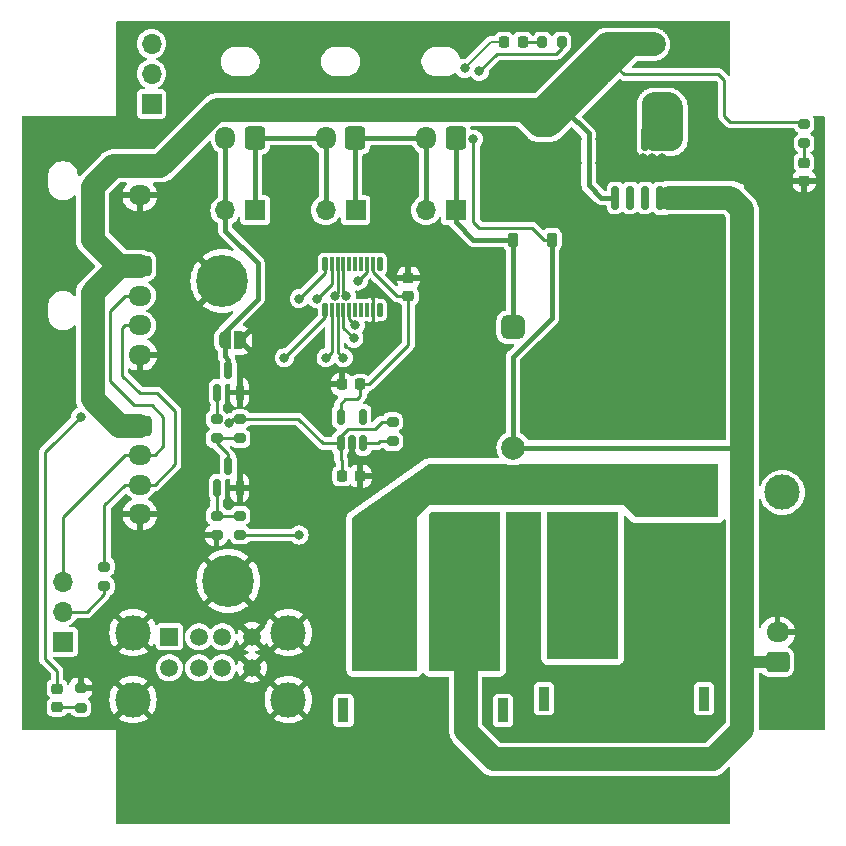
<source format=gbr>
%TF.GenerationSoftware,KiCad,Pcbnew,8.0.1*%
%TF.CreationDate,2024-08-29T16:15:39+09:00*%
%TF.ProjectId,PW-3-mini2-v1,50572d33-2d6d-4696-9e69-322d76312e6b,rev?*%
%TF.SameCoordinates,Original*%
%TF.FileFunction,Copper,L1,Top*%
%TF.FilePolarity,Positive*%
%FSLAX46Y46*%
G04 Gerber Fmt 4.6, Leading zero omitted, Abs format (unit mm)*
G04 Created by KiCad (PCBNEW 8.0.1) date 2024-08-29 16:15:39*
%MOMM*%
%LPD*%
G01*
G04 APERTURE LIST*
G04 Aperture macros list*
%AMRoundRect*
0 Rectangle with rounded corners*
0 $1 Rounding radius*
0 $2 $3 $4 $5 $6 $7 $8 $9 X,Y pos of 4 corners*
0 Add a 4 corners polygon primitive as box body*
4,1,4,$2,$3,$4,$5,$6,$7,$8,$9,$2,$3,0*
0 Add four circle primitives for the rounded corners*
1,1,$1+$1,$2,$3*
1,1,$1+$1,$4,$5*
1,1,$1+$1,$6,$7*
1,1,$1+$1,$8,$9*
0 Add four rect primitives between the rounded corners*
20,1,$1+$1,$2,$3,$4,$5,0*
20,1,$1+$1,$4,$5,$6,$7,0*
20,1,$1+$1,$6,$7,$8,$9,0*
20,1,$1+$1,$8,$9,$2,$3,0*%
%AMFreePoly0*
4,1,19,0.500000,-0.750000,0.000000,-0.750000,0.000000,-0.744911,-0.071157,-0.744911,-0.207708,-0.704816,-0.327430,-0.627875,-0.420627,-0.520320,-0.479746,-0.390866,-0.500000,-0.250000,-0.500000,0.250000,-0.479746,0.390866,-0.420627,0.520320,-0.327430,0.627875,-0.207708,0.704816,-0.071157,0.744911,0.000000,0.744911,0.000000,0.750000,0.500000,0.750000,0.500000,-0.750000,0.500000,-0.750000,
$1*%
%AMFreePoly1*
4,1,19,0.000000,0.744911,0.071157,0.744911,0.207708,0.704816,0.327430,0.627875,0.420627,0.520320,0.479746,0.390866,0.500000,0.250000,0.500000,-0.250000,0.479746,-0.390866,0.420627,-0.520320,0.327430,-0.627875,0.207708,-0.704816,0.071157,-0.744911,0.000000,-0.744911,0.000000,-0.750000,-0.500000,-0.750000,-0.500000,0.750000,0.000000,0.750000,0.000000,0.744911,0.000000,0.744911,
$1*%
G04 Aperture macros list end*
%TA.AperFunction,ComponentPad*%
%ADD10R,1.700000X1.700000*%
%TD*%
%TA.AperFunction,ComponentPad*%
%ADD11O,1.700000X1.700000*%
%TD*%
%TA.AperFunction,SMDPad,CuDef*%
%ADD12RoundRect,0.150000X0.150000X-0.587500X0.150000X0.587500X-0.150000X0.587500X-0.150000X-0.587500X0*%
%TD*%
%TA.AperFunction,SMDPad,CuDef*%
%ADD13FreePoly0,0.000000*%
%TD*%
%TA.AperFunction,SMDPad,CuDef*%
%ADD14FreePoly1,0.000000*%
%TD*%
%TA.AperFunction,SMDPad,CuDef*%
%ADD15RoundRect,0.200000X0.275000X-0.200000X0.275000X0.200000X-0.275000X0.200000X-0.275000X-0.200000X0*%
%TD*%
%TA.AperFunction,SMDPad,CuDef*%
%ADD16RoundRect,0.150000X0.150000X-0.512500X0.150000X0.512500X-0.150000X0.512500X-0.150000X-0.512500X0*%
%TD*%
%TA.AperFunction,SMDPad,CuDef*%
%ADD17RoundRect,0.225000X0.225000X0.250000X-0.225000X0.250000X-0.225000X-0.250000X0.225000X-0.250000X0*%
%TD*%
%TA.AperFunction,ComponentPad*%
%ADD18R,1.600000X1.600000*%
%TD*%
%TA.AperFunction,ComponentPad*%
%ADD19C,1.600000*%
%TD*%
%TA.AperFunction,SMDPad,CuDef*%
%ADD20RoundRect,0.225000X-0.250000X0.225000X-0.250000X-0.225000X0.250000X-0.225000X0.250000X0.225000X0*%
%TD*%
%TA.AperFunction,SMDPad,CuDef*%
%ADD21RoundRect,0.200000X-0.275000X0.200000X-0.275000X-0.200000X0.275000X-0.200000X0.275000X0.200000X0*%
%TD*%
%TA.AperFunction,ComponentPad*%
%ADD22RoundRect,0.250000X-0.725000X0.600000X-0.725000X-0.600000X0.725000X-0.600000X0.725000X0.600000X0*%
%TD*%
%TA.AperFunction,ComponentPad*%
%ADD23O,1.950000X1.700000*%
%TD*%
%TA.AperFunction,ComponentPad*%
%ADD24R,0.900000X2.000000*%
%TD*%
%TA.AperFunction,ComponentPad*%
%ADD25RoundRect,1.025000X1.025000X1.025000X-1.025000X1.025000X-1.025000X-1.025000X1.025000X-1.025000X0*%
%TD*%
%TA.AperFunction,ComponentPad*%
%ADD26C,4.100000*%
%TD*%
%TA.AperFunction,ComponentPad*%
%ADD27RoundRect,0.250000X0.725000X-0.600000X0.725000X0.600000X-0.725000X0.600000X-0.725000X-0.600000X0*%
%TD*%
%TA.AperFunction,SMDPad,CuDef*%
%ADD28RoundRect,0.010000X-0.190000X-0.540000X0.190000X-0.540000X0.190000X0.540000X-0.190000X0.540000X0*%
%TD*%
%TA.AperFunction,SMDPad,CuDef*%
%ADD29RoundRect,0.010000X0.190000X0.540000X-0.190000X0.540000X-0.190000X-0.540000X0.190000X-0.540000X0*%
%TD*%
%TA.AperFunction,SMDPad,CuDef*%
%ADD30RoundRect,0.007500X-0.142500X-0.542500X0.142500X-0.542500X0.142500X0.542500X-0.142500X0.542500X0*%
%TD*%
%TA.AperFunction,SMDPad,CuDef*%
%ADD31RoundRect,0.007500X0.142500X0.542500X-0.142500X0.542500X-0.142500X-0.542500X0.142500X-0.542500X0*%
%TD*%
%TA.AperFunction,ComponentPad*%
%ADD32C,4.400000*%
%TD*%
%TA.AperFunction,SMDPad,CuDef*%
%ADD33RoundRect,0.200000X0.200000X0.275000X-0.200000X0.275000X-0.200000X-0.275000X0.200000X-0.275000X0*%
%TD*%
%TA.AperFunction,SMDPad,CuDef*%
%ADD34RoundRect,0.225000X-0.225000X-0.250000X0.225000X-0.250000X0.225000X0.250000X-0.225000X0.250000X0*%
%TD*%
%TA.AperFunction,ComponentPad*%
%ADD35C,2.000000*%
%TD*%
%TA.AperFunction,SMDPad,CuDef*%
%ADD36RoundRect,0.150000X0.150000X-0.825000X0.150000X0.825000X-0.150000X0.825000X-0.150000X-0.825000X0*%
%TD*%
%TA.AperFunction,SMDPad,CuDef*%
%ADD37RoundRect,0.218750X-0.218750X-0.256250X0.218750X-0.256250X0.218750X0.256250X-0.218750X0.256250X0*%
%TD*%
%TA.AperFunction,ComponentPad*%
%ADD38RoundRect,0.250000X0.600000X0.725000X-0.600000X0.725000X-0.600000X-0.725000X0.600000X-0.725000X0*%
%TD*%
%TA.AperFunction,ComponentPad*%
%ADD39O,1.700000X1.950000*%
%TD*%
%TA.AperFunction,ComponentPad*%
%ADD40R,1.500000X1.500000*%
%TD*%
%TA.AperFunction,ComponentPad*%
%ADD41C,1.500000*%
%TD*%
%TA.AperFunction,ComponentPad*%
%ADD42C,3.000000*%
%TD*%
%TA.AperFunction,SMDPad,CuDef*%
%ADD43RoundRect,0.218750X0.256250X-0.218750X0.256250X0.218750X-0.256250X0.218750X-0.256250X-0.218750X0*%
%TD*%
%TA.AperFunction,ComponentPad*%
%ADD44O,2.300000X1.200000*%
%TD*%
%TA.AperFunction,ComponentPad*%
%ADD45RoundRect,0.500000X0.500000X0.500000X-0.500000X0.500000X-0.500000X-0.500000X0.500000X-0.500000X0*%
%TD*%
%TA.AperFunction,SMDPad,CuDef*%
%ADD46RoundRect,0.225000X0.225000X0.375000X-0.225000X0.375000X-0.225000X-0.375000X0.225000X-0.375000X0*%
%TD*%
%TA.AperFunction,ViaPad*%
%ADD47C,0.800000*%
%TD*%
%TA.AperFunction,Conductor*%
%ADD48C,0.250000*%
%TD*%
%TA.AperFunction,Conductor*%
%ADD49C,2.000000*%
%TD*%
%TA.AperFunction,Conductor*%
%ADD50C,0.400000*%
%TD*%
%TA.AperFunction,Conductor*%
%ADD51C,0.200000*%
%TD*%
%TA.AperFunction,Conductor*%
%ADD52C,1.000000*%
%TD*%
G04 APERTURE END LIST*
D10*
%TO.P,SW2,1,A*%
%TO.N,unconnected-(SW2-A-Pad1)*%
X115500000Y-102540000D03*
D11*
%TO.P,SW2,2,B*%
%TO.N,Net-(SW2-B)*%
X115500000Y-100000000D03*
%TO.P,SW2,3,C*%
%TO.N,/CANH*%
X115500000Y-97460000D03*
%TD*%
D12*
%TO.P,Q1,1,B*%
%TO.N,Net-(Q1-B)*%
X128550000Y-89500000D03*
%TO.P,Q1,2,E*%
%TO.N,GND*%
X130450000Y-89500000D03*
%TO.P,Q1,3,C*%
%TO.N,Net-(Q1-C)*%
X129500000Y-87625000D03*
%TD*%
D13*
%TO.P,JP10,1,A*%
%TO.N,Net-(J4-Pin_2)*%
X129200000Y-77000000D03*
D14*
%TO.P,JP10,2,B*%
%TO.N,GND*%
X130500000Y-77000000D03*
%TD*%
D15*
%TO.P,R6,1*%
%TO.N,Net-(SW2-B)*%
X119000000Y-97825000D03*
%TO.P,R6,2*%
%TO.N,/CANL*%
X119000000Y-96175000D03*
%TD*%
D16*
%TO.P,U1,1,VIN*%
%TO.N,+5V*%
X139006249Y-85750000D03*
%TO.P,U1,2,GND*%
%TO.N,GND*%
X139956249Y-85750000D03*
%TO.P,U1,3,EN*%
%TO.N,Net-(U1-EN)*%
X140906249Y-85750000D03*
%TO.P,U1,4,NC*%
%TO.N,unconnected-(U1-NC-Pad4)*%
X140906249Y-83475000D03*
%TO.P,U1,5,VOUT*%
%TO.N,+3V3*%
X139006249Y-83475000D03*
%TD*%
D17*
%TO.P,C1,1*%
%TO.N,GND*%
X140676249Y-88505000D03*
%TO.P,C1,2*%
%TO.N,+5V*%
X139126249Y-88505000D03*
%TD*%
D15*
%TO.P,R1,1*%
%TO.N,/IM920_IN*%
X130500000Y-93500000D03*
%TO.P,R1,2*%
%TO.N,Net-(Q1-B)*%
X130500000Y-91850000D03*
%TD*%
D18*
%TO.P,C5,1*%
%TO.N,+5V*%
X156500000Y-58817621D03*
D19*
%TO.P,C5,2*%
%TO.N,GND*%
X156500000Y-61317621D03*
%TD*%
D20*
%TO.P,C3,1*%
%TO.N,GND*%
X144750000Y-71725000D03*
%TO.P,C3,2*%
%TO.N,+3V3*%
X144750000Y-73275000D03*
%TD*%
D15*
%TO.P,R3,1*%
%TO.N,Net-(Q1-C)*%
X130500000Y-85325000D03*
%TO.P,R3,2*%
%TO.N,+5V*%
X130500000Y-83675000D03*
%TD*%
D21*
%TO.P,R8,1*%
%TO.N,GND*%
X117000000Y-106462500D03*
%TO.P,R8,2*%
%TO.N,Net-(D3-K)*%
X117000000Y-108112500D03*
%TD*%
D22*
%TO.P,J8,1,Pin_1*%
%TO.N,+5V*%
X122000000Y-62250000D03*
D23*
%TO.P,J8,2,Pin_2*%
%TO.N,GND*%
X122000000Y-64750000D03*
%TD*%
D24*
%TO.P,J1,*%
%TO.N,*%
X169750000Y-107350000D03*
X156250000Y-107350000D03*
D25*
%TO.P,J1,1,Pin_1*%
%TO.N,GND*%
X166600000Y-101350000D03*
D26*
%TO.P,J1,2,Pin_2*%
%TO.N,Net-(J1-Pin_2)*%
X159400000Y-101350000D03*
%TD*%
D27*
%TO.P,J10,1,Pin_1*%
%TO.N,+BATT*%
X176000000Y-104250000D03*
D23*
%TO.P,J10,2,Pin_2*%
%TO.N,GND*%
X176000000Y-101750000D03*
%TD*%
D28*
%TO.P,U2,1,IO1/BUSY*%
%TO.N,/IM920_IO1*%
X137700000Y-70550000D03*
D29*
%TO.P,U2,2,IO2*%
%TO.N,/IM920_IO2*%
X137700000Y-74450000D03*
D30*
%TO.P,U2,3,IO3/XMIT*%
%TO.N,/IM920_IO3*%
X138250000Y-70550000D03*
D31*
%TO.P,U2,4,IO4/SLEEP*%
%TO.N,/IM920_IO4*%
X138250000Y-74450000D03*
D30*
%TO.P,U2,5,IO5*%
%TO.N,/IM920_IO5*%
X138750000Y-70550000D03*
D31*
%TO.P,U2,6,IO6/RxD*%
%TO.N,/IM920_IO6*%
X138750000Y-74450000D03*
D30*
%TO.P,U2,7,IO7/TxD*%
%TO.N,/IM920_IO7*%
X139250000Y-70550000D03*
D31*
%TO.P,U2,8,IO8*%
%TO.N,/IM920_IO8*%
X139250000Y-74450000D03*
D30*
%TO.P,U2,9,IO9*%
%TO.N,unconnected-(U2-IO9-Pad9)*%
X139750000Y-70550000D03*
D31*
%TO.P,U2,10,IO10*%
%TO.N,/IM920_IO10*%
X139750000Y-74450000D03*
D30*
%TO.P,U2,11,NC*%
%TO.N,unconnected-(U2-NC-Pad11)*%
X140250000Y-70550000D03*
D31*
%TO.P,U2,12,NC*%
%TO.N,unconnected-(U2-NC-Pad12)*%
X140250000Y-74450000D03*
D30*
%TO.P,U2,13,NC*%
%TO.N,unconnected-(U2-NC-Pad13)*%
X140750000Y-70550000D03*
D31*
%TO.P,U2,14,NC*%
%TO.N,unconnected-(U2-NC-Pad14)*%
X140750000Y-74450000D03*
D30*
%TO.P,U2,15,STATUS*%
%TO.N,Net-(D3-A)*%
X141250000Y-70550000D03*
D31*
%TO.P,U2,16,REG*%
%TO.N,unconnected-(U2-REG-Pad16)*%
X141250000Y-74450000D03*
D30*
%TO.P,U2,17,VCC*%
%TO.N,+3V3*%
X141750000Y-70550000D03*
D31*
%TO.P,U2,18,GND*%
%TO.N,GND*%
X141750000Y-74450000D03*
D32*
X129500000Y-97400000D03*
X129000000Y-72000000D03*
D28*
%TO.P,U2,19,RESET*%
%TO.N,/IM920_RESET*%
X142300000Y-70550000D03*
D29*
%TO.P,U2,20,RSV*%
%TO.N,unconnected-(U2-RSV-Pad20)*%
X142300000Y-74450000D03*
%TD*%
D33*
%TO.P,R5,1*%
%TO.N,+BATT*%
X157737500Y-51750000D03*
%TO.P,R5,2*%
%TO.N,Net-(D2-A)*%
X156087500Y-51750000D03*
%TD*%
D34*
%TO.P,C2,1*%
%TO.N,GND*%
X139131249Y-80750000D03*
%TO.P,C2,2*%
%TO.N,+3V3*%
X140681249Y-80750000D03*
%TD*%
D35*
%TO.P,L1,1,1*%
%TO.N,Net-(L1-Pad1)*%
X165500000Y-57040000D03*
%TO.P,L1,2,2*%
%TO.N,+5V*%
X165500000Y-51960000D03*
%TD*%
D36*
%TO.P,U3,1,FB*%
%TO.N,+5V*%
X162250000Y-64950000D03*
%TO.P,U3,2,NC*%
%TO.N,unconnected-(U3-NC-Pad2)*%
X163520000Y-64950000D03*
%TO.P,U3,3,NC*%
%TO.N,unconnected-(U3-NC-Pad3)*%
X164790000Y-64950000D03*
%TO.P,U3,4,VCC*%
%TO.N,+BATT*%
X166060000Y-64950000D03*
%TO.P,U3,5,OUT*%
%TO.N,Net-(L1-Pad1)*%
X166060000Y-60000000D03*
%TO.P,U3,6,OUT*%
X164790000Y-60000000D03*
%TO.P,U3,7,GND*%
%TO.N,GND*%
X163520000Y-60000000D03*
%TO.P,U3,8,GND*%
X162250000Y-60000000D03*
%TD*%
D18*
%TO.P,C4,1*%
%TO.N,+BATT*%
X172000000Y-64932380D03*
D19*
%TO.P,C4,2*%
%TO.N,GND*%
X172000000Y-62432380D03*
%TD*%
D37*
%TO.P,D2,1,K*%
%TO.N,Net-(D1-A)*%
X152837500Y-51750000D03*
%TO.P,D2,2,A*%
%TO.N,Net-(D2-A)*%
X154412500Y-51750000D03*
%TD*%
D22*
%TO.P,J13,1,Pin_1*%
%TO.N,+5V*%
X122000000Y-84250000D03*
D23*
%TO.P,J13,2,Pin_2*%
%TO.N,/CANH*%
X122000000Y-86750000D03*
%TO.P,J13,3,Pin_3*%
%TO.N,/CANL*%
X122000000Y-89250000D03*
%TO.P,J13,4,Pin_4*%
%TO.N,GND*%
X122000000Y-91750000D03*
%TD*%
D10*
%TO.P,J3,1,Pin_1*%
%TO.N,Net-(J2-Pin_2)*%
X140275000Y-66000000D03*
D11*
%TO.P,J3,2,Pin_2*%
%TO.N,Net-(J3-Pin_2)*%
X137735000Y-66000000D03*
%TD*%
D38*
%TO.P,J5,1,Pin_1*%
%TO.N,Net-(D1-A)*%
X148750000Y-59900000D03*
D39*
%TO.P,J5,2,Pin_2*%
%TO.N,Net-(J2-Pin_2)*%
X146250000Y-59900000D03*
%TD*%
D21*
%TO.P,R9,1*%
%TO.N,+5V*%
X178250000Y-58675000D03*
%TO.P,R9,2*%
%TO.N,Net-(D4-A)*%
X178250000Y-60325000D03*
%TD*%
D24*
%TO.P,J9,*%
%TO.N,*%
X152750000Y-108350000D03*
X139250000Y-108350000D03*
D25*
%TO.P,J9,1,Pin_1*%
%TO.N,/Vout-*%
X142400000Y-102350000D03*
D26*
%TO.P,J9,2,Pin_2*%
%TO.N,+BATT*%
X149600000Y-102350000D03*
%TD*%
D10*
%TO.P,SW1,1,A*%
%TO.N,Net-(J4-Pin_2)*%
X123000000Y-57000000D03*
D11*
%TO.P,SW1,2,B*%
%TO.N,Net-(J3-Pin_2)*%
X123000000Y-54460000D03*
%TO.P,SW1,3,C*%
%TO.N,unconnected-(SW1-C-Pad3)*%
X123000000Y-51920000D03*
%TD*%
D40*
%TO.P,J11,1,VBUS1*%
%TO.N,+5V*%
X124500000Y-102120000D03*
D41*
%TO.P,J11,2,D1-*%
%TO.N,Net-(J11-D1+)*%
X127000000Y-102120000D03*
%TO.P,J11,3,D1+*%
X129000000Y-102120000D03*
%TO.P,J11,4,GND1*%
%TO.N,GND*%
X131500000Y-102120000D03*
%TO.P,J11,5,VBUS2*%
%TO.N,+5V*%
X124500000Y-104740000D03*
%TO.P,J11,6,D2-*%
%TO.N,Net-(J11-D2+)*%
X127000000Y-104740000D03*
%TO.P,J11,7,D2+*%
X129000000Y-104740000D03*
%TO.P,J11,8,GND2*%
%TO.N,GND*%
X131500000Y-104740000D03*
D42*
%TO.P,J11,9,Shield*%
X121430000Y-101770000D03*
X121430000Y-107450000D03*
X134570000Y-101770000D03*
X134570000Y-107450000D03*
%TD*%
D43*
%TO.P,D4,1,K*%
%TO.N,GND*%
X178250000Y-63537500D03*
%TO.P,D4,2,A*%
%TO.N,Net-(D4-A)*%
X178250000Y-61962500D03*
%TD*%
D10*
%TO.P,J4,1,Pin_1*%
%TO.N,Net-(J3-Pin_2)*%
X131775000Y-66000000D03*
D11*
%TO.P,J4,2,Pin_2*%
%TO.N,Net-(J4-Pin_2)*%
X129235000Y-66000000D03*
%TD*%
D44*
%TO.P,F1,1*%
%TO.N,Net-(J1-Pin_2)*%
X159700000Y-95950000D03*
X159700000Y-92550000D03*
%TO.P,F1,2*%
%TO.N,+BATT*%
X149800000Y-95950000D03*
X149800000Y-92550000D03*
%TD*%
D22*
%TO.P,J12,1,Pin_1*%
%TO.N,+5V*%
X122000000Y-70750000D03*
D23*
%TO.P,J12,2,Pin_2*%
%TO.N,/CANH*%
X122000000Y-73250000D03*
%TO.P,J12,3,Pin_3*%
%TO.N,/CANL*%
X122000000Y-75750000D03*
%TO.P,J12,4,Pin_4*%
%TO.N,GND*%
X122000000Y-78250000D03*
%TD*%
D10*
%TO.P,J2,1,Pin_1*%
%TO.N,Net-(D1-A)*%
X148775000Y-66000000D03*
D11*
%TO.P,J2,2,Pin_2*%
%TO.N,Net-(J2-Pin_2)*%
X146235000Y-66000000D03*
%TD*%
D12*
%TO.P,Q2,1,G*%
%TO.N,Net-(Q2-G)*%
X128550000Y-81437500D03*
%TO.P,Q2,2,S*%
%TO.N,GND*%
X130450000Y-81437500D03*
%TO.P,Q2,3,D*%
%TO.N,Net-(J4-Pin_2)*%
X129500000Y-79562500D03*
%TD*%
D38*
%TO.P,J7,1,Pin_1*%
%TO.N,Net-(J3-Pin_2)*%
X131750000Y-59900000D03*
D39*
%TO.P,J7,2,Pin_2*%
%TO.N,Net-(J4-Pin_2)*%
X129250000Y-59900000D03*
%TD*%
D21*
%TO.P,R4,1*%
%TO.N,Net-(Q2-G)*%
X128500000Y-83675000D03*
%TO.P,R4,2*%
%TO.N,Net-(Q1-C)*%
X128500000Y-85325000D03*
%TD*%
D42*
%TO.P,K1,11*%
%TO.N,GND*%
X166260000Y-72100000D03*
%TO.P,K1,12*%
%TO.N,unconnected-(K1-Pad12)*%
X176400000Y-89900000D03*
%TO.P,K1,14*%
%TO.N,/Vout-*%
X168800000Y-89900000D03*
D45*
%TO.P,K1,A1*%
%TO.N,Net-(D1-A)*%
X153600000Y-75900000D03*
D35*
%TO.P,K1,A2*%
%TO.N,+BATT*%
X153600000Y-86100000D03*
%TD*%
D43*
%TO.P,D3,1,K*%
%TO.N,Net-(D3-K)*%
X115000000Y-108075000D03*
%TO.P,D3,2,A*%
%TO.N,Net-(D3-A)*%
X115000000Y-106500000D03*
%TD*%
D38*
%TO.P,J6,1,Pin_1*%
%TO.N,Net-(J2-Pin_2)*%
X140250000Y-59900000D03*
D39*
%TO.P,J6,2,Pin_2*%
%TO.N,Net-(J3-Pin_2)*%
X137750000Y-59900000D03*
%TD*%
D21*
%TO.P,R7,1*%
%TO.N,+5V*%
X143406249Y-83925000D03*
%TO.P,R7,2*%
%TO.N,Net-(U1-EN)*%
X143406249Y-85575000D03*
%TD*%
%TO.P,R2,1*%
%TO.N,Net-(Q1-B)*%
X128500000Y-91850000D03*
%TO.P,R2,2*%
%TO.N,GND*%
X128500000Y-93500000D03*
%TD*%
D46*
%TO.P,D1,1,K*%
%TO.N,+BATT*%
X156900000Y-68500000D03*
%TO.P,D1,2,A*%
%TO.N,Net-(D1-A)*%
X153600000Y-68500000D03*
%TD*%
D47*
%TO.N,Net-(D3-A)*%
X117000000Y-83500000D03*
%TO.N,/IM920_IN*%
X135500000Y-93500000D03*
%TO.N,GND*%
X126500000Y-98000000D03*
X126500000Y-96000000D03*
X126500000Y-94000000D03*
X122500000Y-98000000D03*
X122500000Y-96000000D03*
X122500000Y-94000000D03*
X126500000Y-74500000D03*
X126500000Y-77000000D03*
X126500000Y-79500000D03*
X126500000Y-82500000D03*
X126500000Y-84500000D03*
X132500000Y-77000000D03*
X132500000Y-79500000D03*
X132500000Y-82000000D03*
X132500000Y-85500000D03*
X132500000Y-87500000D03*
X132500000Y-89500000D03*
X126500000Y-89500000D03*
X126500000Y-87500000D03*
X126500000Y-91500000D03*
%TO.N,+5V*%
X129563285Y-84012693D03*
%TO.N,GND*%
X160500000Y-66000000D03*
X175000000Y-59500000D03*
X172500000Y-59500000D03*
X170000000Y-59500000D03*
X161000000Y-58000000D03*
X161000000Y-60000000D03*
X161000000Y-62000000D03*
X159000000Y-64000000D03*
X159000000Y-62000000D03*
X159000000Y-60000000D03*
X167000000Y-63000000D03*
X169000000Y-63000000D03*
X173500000Y-63500000D03*
X170000000Y-56000000D03*
X170000000Y-53500000D03*
X179000000Y-72000000D03*
X113000000Y-63000000D03*
X162800000Y-58200000D03*
X169000000Y-67000000D03*
X166000000Y-115000000D03*
X151000000Y-79000000D03*
X166200000Y-61600000D03*
X162000000Y-56600000D03*
X134000000Y-61000000D03*
X128000000Y-51000000D03*
X171000000Y-103000000D03*
X161000000Y-85000000D03*
X158000000Y-117000000D03*
X167000000Y-110000000D03*
X166200000Y-62400000D03*
X164600000Y-63200000D03*
X155000000Y-81000000D03*
X142000000Y-61000000D03*
X171000000Y-79000000D03*
X122000000Y-117000000D03*
X159000000Y-110000000D03*
X162200000Y-62400000D03*
X151000000Y-85000000D03*
X132500000Y-69000000D03*
X131500000Y-68000000D03*
X171000000Y-97000000D03*
X152000000Y-62000000D03*
X165400000Y-62400000D03*
X163000000Y-62400000D03*
X152000000Y-66000000D03*
X152000000Y-115000000D03*
X136000000Y-71000000D03*
X179000000Y-66000000D03*
X125000000Y-117000000D03*
X157000000Y-110000000D03*
X164000000Y-117000000D03*
X113000000Y-66000000D03*
X158000000Y-71000000D03*
X163000000Y-61600000D03*
X146500000Y-82500000D03*
X163000000Y-85000000D03*
X179000000Y-96000000D03*
X171000000Y-83000000D03*
X125000000Y-51000000D03*
X156000000Y-66000000D03*
X167000000Y-85000000D03*
X152000000Y-64000000D03*
X136000000Y-61000000D03*
X175000000Y-92000000D03*
X158000000Y-75000000D03*
X163000000Y-63200000D03*
X163000000Y-67000000D03*
X171000000Y-69000000D03*
X148000000Y-112000000D03*
X175000000Y-98000000D03*
X179000000Y-69000000D03*
X163800000Y-62400000D03*
X113000000Y-90000000D03*
X134000000Y-51000000D03*
X151000000Y-77000000D03*
X113000000Y-87000000D03*
X165400000Y-63200000D03*
X162000000Y-58200000D03*
X163600000Y-57400000D03*
X171000000Y-93000000D03*
X163800000Y-61600000D03*
X131000000Y-117000000D03*
X171000000Y-101000000D03*
X113000000Y-105000000D03*
X179000000Y-93000000D03*
X169000000Y-85000000D03*
X171000000Y-67000000D03*
X134000000Y-117000000D03*
X162000000Y-115000000D03*
X171000000Y-77000000D03*
X113000000Y-99000000D03*
X158000000Y-73000000D03*
X163800000Y-63200000D03*
X127000000Y-65000000D03*
X120000000Y-92000000D03*
X147000000Y-106000000D03*
X179000000Y-102000000D03*
X113000000Y-60000000D03*
X158000000Y-115000000D03*
X175000000Y-75000000D03*
X175000000Y-87000000D03*
X155000000Y-110000000D03*
X163600000Y-56600000D03*
X154000000Y-66000000D03*
X157000000Y-85000000D03*
X179000000Y-90000000D03*
X179000000Y-81000000D03*
X171000000Y-85000000D03*
X113000000Y-78000000D03*
X143000000Y-117000000D03*
X113000000Y-81000000D03*
X171000000Y-95000000D03*
X167000000Y-67000000D03*
X155000000Y-79000000D03*
X159000000Y-85000000D03*
X170000000Y-115000000D03*
X162800000Y-56600000D03*
X175000000Y-81000000D03*
X167000000Y-51000000D03*
X164600000Y-62400000D03*
X179000000Y-87000000D03*
X171000000Y-109000000D03*
X179000000Y-105000000D03*
X141000000Y-73000000D03*
X162800000Y-57400000D03*
X171000000Y-73000000D03*
X161000000Y-110000000D03*
X175000000Y-73000000D03*
X137000000Y-117000000D03*
X146500000Y-84500000D03*
X155000000Y-85000000D03*
X158000000Y-66500000D03*
X165400000Y-61600000D03*
X113000000Y-75000000D03*
X165000000Y-85000000D03*
X120000000Y-94000000D03*
X137000000Y-90000000D03*
X113000000Y-93000000D03*
X113000000Y-69000000D03*
X146500000Y-78500000D03*
X131000000Y-51000000D03*
X151000000Y-73000000D03*
X133500000Y-70000000D03*
X155000000Y-83000000D03*
X133500000Y-71500000D03*
X179000000Y-78000000D03*
X149000000Y-117000000D03*
X155000000Y-117000000D03*
X179000000Y-99000000D03*
X175000000Y-108000000D03*
X151000000Y-83000000D03*
X163600000Y-58200000D03*
X161000000Y-117000000D03*
X166200000Y-63200000D03*
X179000000Y-75000000D03*
X140000000Y-51000000D03*
X179000000Y-108000000D03*
X162000000Y-57400000D03*
X113000000Y-108000000D03*
X128000000Y-117000000D03*
X151000000Y-71000000D03*
X175000000Y-106000000D03*
X169000000Y-93000000D03*
X143000000Y-51000000D03*
X146500000Y-74500000D03*
X146500000Y-80500000D03*
X171000000Y-99000000D03*
X175000000Y-77000000D03*
X168000000Y-115000000D03*
X146500000Y-86500000D03*
X175000000Y-100000000D03*
X162200000Y-61600000D03*
X164000000Y-115000000D03*
X127000000Y-63000000D03*
X175000000Y-85000000D03*
X140000000Y-117000000D03*
X163000000Y-110000000D03*
X113000000Y-102000000D03*
X113000000Y-84000000D03*
X171000000Y-75000000D03*
X157000000Y-77000000D03*
X165000000Y-110000000D03*
X143000000Y-61000000D03*
X175000000Y-65000000D03*
X147000000Y-108000000D03*
X142000000Y-76000000D03*
X146000000Y-117000000D03*
X158500000Y-68500000D03*
X170000000Y-117000000D03*
X175000000Y-96000000D03*
X175000000Y-79000000D03*
X160000000Y-115000000D03*
X164600000Y-61600000D03*
X152000000Y-60000000D03*
X171000000Y-81000000D03*
X143000000Y-76000000D03*
X135000000Y-61000000D03*
X175000000Y-67000000D03*
X144000000Y-61000000D03*
X139000000Y-90000000D03*
X142000000Y-73000000D03*
X146500000Y-76500000D03*
X127000000Y-69000000D03*
X170000000Y-51000000D03*
X165000000Y-67000000D03*
X152000000Y-106000000D03*
X179000000Y-84000000D03*
X175000000Y-69000000D03*
X175000000Y-83000000D03*
X113000000Y-96000000D03*
X171000000Y-105000000D03*
X154000000Y-115000000D03*
X167000000Y-117000000D03*
X147000000Y-110000000D03*
X175000000Y-71000000D03*
X127000000Y-67000000D03*
X151000000Y-75000000D03*
X171000000Y-71000000D03*
X149000000Y-51000000D03*
X150000000Y-114000000D03*
X175000000Y-94000000D03*
X152000000Y-117000000D03*
X162200000Y-63200000D03*
X146000000Y-51000000D03*
X156000000Y-115000000D03*
X169000000Y-110000000D03*
X151000000Y-81000000D03*
X137000000Y-51000000D03*
X141000000Y-90000000D03*
X113000000Y-72000000D03*
%TO.N,Net-(D1-A)*%
X149500000Y-54000000D03*
%TO.N,Net-(D3-A)*%
X140500000Y-72000000D03*
%TO.N,+BATT*%
X150250000Y-60000000D03*
X150750000Y-54250000D03*
%TO.N,/IM920_IO1*%
X135500000Y-73500000D03*
%TO.N,/IM920_IO2*%
X134250000Y-78500000D03*
%TO.N,/IM920_IO6*%
X139250000Y-78500000D03*
%TO.N,/IM920_IO7*%
X139500000Y-73250000D03*
%TO.N,/IM920_IO5*%
X138500000Y-73250000D03*
%TO.N,/IM920_IO3*%
X137000000Y-73500000D03*
%TO.N,/IM920_IO4*%
X137775000Y-78500000D03*
%TO.N,/IM920_IO8*%
X140137653Y-76862347D03*
%TO.N,/IM920_IO10*%
X140250000Y-75750000D03*
%TD*%
D48*
%TO.N,Net-(D3-A)*%
X114500000Y-86000000D02*
X117000000Y-83500000D01*
X114000000Y-86500000D02*
X114500000Y-86000000D01*
X114000000Y-103500000D02*
X114000000Y-93000000D01*
X114000000Y-104000000D02*
X114000000Y-103500000D01*
X114000000Y-93000000D02*
X114000000Y-86500000D01*
X115000000Y-105000000D02*
X114000000Y-104000000D01*
%TO.N,/IM920_IN*%
X130500000Y-93500000D02*
X135500000Y-93500000D01*
%TO.N,/CANL*%
X122000000Y-89250000D02*
X120750000Y-89250000D01*
X120750000Y-89250000D02*
X119000000Y-91000000D01*
D49*
%TO.N,Net-(L1-Pad1)*%
X167000000Y-57250000D02*
X167000000Y-60000000D01*
X166790000Y-57040000D02*
X167000000Y-57250000D01*
X165500000Y-57040000D02*
X166790000Y-57040000D01*
X167000000Y-60000000D02*
X165500000Y-60000000D01*
X165500000Y-57040000D02*
X165500000Y-60000000D01*
D48*
%TO.N,Net-(D3-A)*%
X115000000Y-106500000D02*
X115000000Y-105000000D01*
%TO.N,Net-(D3-K)*%
X116962500Y-108075000D02*
X117000000Y-108112500D01*
X115000000Y-108075000D02*
X116962500Y-108075000D01*
D50*
%TO.N,Net-(J4-Pin_2)*%
X129200000Y-78375000D02*
X129500000Y-78675000D01*
X129200000Y-77000000D02*
X129200000Y-78375000D01*
X129200000Y-76300000D02*
X129200000Y-77000000D01*
X132000000Y-73500000D02*
X129200000Y-76300000D01*
D48*
%TO.N,+5V*%
X129900978Y-83675000D02*
X129563285Y-84012693D01*
X130500000Y-83675000D02*
X129900978Y-83675000D01*
X135425000Y-83675000D02*
X137500000Y-85750000D01*
X130500000Y-83675000D02*
X135425000Y-83675000D01*
D50*
X160000000Y-63900000D02*
X160000000Y-63500000D01*
X161050000Y-64950000D02*
X160000000Y-63900000D01*
X160000000Y-59500000D02*
X160000000Y-63500000D01*
X161050000Y-64950000D02*
X162250000Y-64950000D01*
X158000000Y-57500000D02*
X160000000Y-59500000D01*
D48*
X178075000Y-58500000D02*
X178250000Y-58675000D01*
X171000000Y-54500000D02*
X171500000Y-55000000D01*
X171500000Y-58000000D02*
X172000000Y-58500000D01*
X172000000Y-58500000D02*
X178075000Y-58500000D01*
X163000000Y-54500000D02*
X171000000Y-54500000D01*
X171500000Y-55000000D02*
X171500000Y-58000000D01*
X162000000Y-53500000D02*
X163000000Y-54500000D01*
%TO.N,GND*%
X141750000Y-74450000D02*
X141750000Y-73250000D01*
X141750000Y-75750000D02*
X142000000Y-76000000D01*
X141750000Y-73250000D02*
X142000000Y-73000000D01*
X141750000Y-74450000D02*
X141750000Y-75750000D01*
%TO.N,Net-(D4-A)*%
X178250000Y-60325000D02*
X178250000Y-61962500D01*
D50*
%TO.N,Net-(D1-A)*%
X148750000Y-65975000D02*
X148775000Y-66000000D01*
D51*
X151750000Y-51750000D02*
X152250000Y-51750000D01*
X149500000Y-54000000D02*
X151750000Y-51750000D01*
D50*
X153600000Y-68500000D02*
X153600000Y-75900000D01*
X148775000Y-66000000D02*
X148775000Y-67025000D01*
X150250000Y-68500000D02*
X153600000Y-68500000D01*
X148775000Y-67025000D02*
X150250000Y-68500000D01*
D51*
X152837500Y-51750000D02*
X152250000Y-51750000D01*
D50*
X148750000Y-59900000D02*
X148750000Y-65975000D01*
D49*
%TO.N,+5V*%
X154500000Y-57500000D02*
X156000000Y-57500000D01*
D48*
X139006249Y-85087501D02*
X139593750Y-84500000D01*
D49*
X156500000Y-58817621D02*
X155817621Y-58817621D01*
X118000000Y-73000000D02*
X118000000Y-82000000D01*
X119750000Y-62250000D02*
X118000000Y-64000000D01*
D48*
X141906249Y-84500000D02*
X142481249Y-83925000D01*
D49*
X155817621Y-58817621D02*
X154500000Y-57500000D01*
X122000000Y-62250000D02*
X119750000Y-62250000D01*
X156500000Y-58817621D02*
X156682379Y-58817621D01*
D48*
X139593750Y-84500000D02*
X141906249Y-84500000D01*
D49*
X122000000Y-70750000D02*
X120250000Y-70750000D01*
X123750000Y-62250000D02*
X128500000Y-57500000D01*
X161000000Y-54500000D02*
X162000000Y-53500000D01*
D48*
X139126249Y-88505000D02*
X139126249Y-87220000D01*
D49*
X161540000Y-51960000D02*
X163540000Y-51960000D01*
D48*
X139006249Y-85750000D02*
X139006249Y-87100000D01*
X142481249Y-83925000D02*
X143406249Y-83925000D01*
D49*
X120250000Y-84250000D02*
X122000000Y-84250000D01*
X128500000Y-57500000D02*
X154500000Y-57500000D01*
X156682379Y-58817621D02*
X158000000Y-57500000D01*
X163540000Y-51960000D02*
X165500000Y-51960000D01*
X162000000Y-53500000D02*
X163540000Y-51960000D01*
X158000000Y-57500000D02*
X161000000Y-54500000D01*
X156000000Y-57500000D02*
X161540000Y-51960000D01*
D48*
X139126249Y-87220000D02*
X139006249Y-87100000D01*
D49*
X118000000Y-82000000D02*
X120250000Y-84250000D01*
X122000000Y-62250000D02*
X123750000Y-62250000D01*
D48*
X137500000Y-85750000D02*
X139006249Y-85750000D01*
D49*
X120250000Y-70750000D02*
X118000000Y-73000000D01*
X156000000Y-57500000D02*
X158000000Y-57500000D01*
D48*
X139006249Y-85750000D02*
X139006249Y-85087501D01*
D49*
X118000000Y-64000000D02*
X118000000Y-68500000D01*
X120250000Y-70750000D02*
X118000000Y-68500000D01*
D48*
%TO.N,Net-(D3-A)*%
X141250000Y-70550000D02*
X141250000Y-71250000D01*
X141250000Y-71250000D02*
X140500000Y-72000000D01*
D49*
%TO.N,+BATT*%
X152000000Y-112500000D02*
X149600000Y-110100000D01*
D48*
X155750000Y-68000000D02*
X155250000Y-67500000D01*
X150250000Y-67000000D02*
X150250000Y-60000000D01*
D50*
X156900000Y-75100000D02*
X156900000Y-68500000D01*
D49*
X173000000Y-86500000D02*
X173000000Y-65932380D01*
D48*
X157737500Y-52262500D02*
X157737500Y-51750000D01*
D49*
X173000000Y-104000000D02*
X173000000Y-86500000D01*
X173000000Y-110000000D02*
X170500000Y-112500000D01*
D48*
X155250000Y-67500000D02*
X152250000Y-67500000D01*
X156250000Y-68500000D02*
X155750000Y-68000000D01*
D49*
X172000000Y-64932380D02*
X173000000Y-65932380D01*
D48*
X157250000Y-52750000D02*
X157737500Y-52262500D01*
X152250000Y-52750000D02*
X157250000Y-52750000D01*
D49*
X170500000Y-112500000D02*
X152000000Y-112500000D01*
D50*
X172600000Y-86100000D02*
X173000000Y-86500000D01*
D49*
X173000000Y-105000000D02*
X173000000Y-104000000D01*
D48*
X150750000Y-54250000D02*
X152250000Y-52750000D01*
D52*
X173250000Y-104250000D02*
X173000000Y-104000000D01*
D48*
X156900000Y-68500000D02*
X156250000Y-68500000D01*
D50*
X153600000Y-78400000D02*
X156900000Y-75100000D01*
D49*
X149600000Y-110100000D02*
X149600000Y-102350000D01*
D48*
X150750000Y-67500000D02*
X150250000Y-67000000D01*
D49*
X172000000Y-64932380D02*
X166777620Y-64932380D01*
D52*
X176000000Y-104250000D02*
X173250000Y-104250000D01*
D49*
X173000000Y-105000000D02*
X173000000Y-110000000D01*
D50*
X153600000Y-86100000D02*
X172600000Y-86100000D01*
D48*
X152250000Y-67500000D02*
X150750000Y-67500000D01*
D50*
X153600000Y-86100000D02*
X153600000Y-78400000D01*
%TO.N,Net-(J2-Pin_2)*%
X140250000Y-59900000D02*
X140250000Y-65975000D01*
X140250000Y-65975000D02*
X140275000Y-66000000D01*
X140250000Y-59900000D02*
X146250000Y-59900000D01*
X146250000Y-65985000D02*
X146235000Y-66000000D01*
X146250000Y-59900000D02*
X146250000Y-65985000D01*
%TO.N,Net-(J3-Pin_2)*%
X131750000Y-59900000D02*
X137750000Y-59900000D01*
X131750000Y-65975000D02*
X131775000Y-66000000D01*
X137735000Y-66000000D02*
X137735000Y-59915000D01*
X137735000Y-59915000D02*
X137750000Y-59900000D01*
X131750000Y-59900000D02*
X131750000Y-65975000D01*
%TO.N,Net-(J4-Pin_2)*%
X129500000Y-78675000D02*
X129500000Y-79562500D01*
X129235000Y-67735000D02*
X132000000Y-70500000D01*
X129250000Y-59900000D02*
X129250000Y-65985000D01*
X132000000Y-70500000D02*
X132000000Y-73500000D01*
X129235000Y-66000000D02*
X129235000Y-67735000D01*
D48*
%TO.N,Net-(SW2-B)*%
X117500000Y-100000000D02*
X119000000Y-98500000D01*
X119000000Y-98500000D02*
X119000000Y-97825000D01*
X115500000Y-100000000D02*
X117500000Y-100000000D01*
%TO.N,Net-(Q1-C)*%
X130500000Y-85325000D02*
X129500000Y-85325000D01*
X129500000Y-85325000D02*
X128500000Y-85325000D01*
X128500000Y-85675000D02*
X129500000Y-86675000D01*
X129500000Y-86675000D02*
X129500000Y-87625000D01*
X128500000Y-85325000D02*
X128500000Y-85675000D01*
%TO.N,Net-(Q2-G)*%
X128550000Y-81437500D02*
X128550000Y-82625000D01*
X128550000Y-82625000D02*
X128500000Y-82675000D01*
X128500000Y-83675000D02*
X128500000Y-82675000D01*
%TO.N,Net-(U1-EN)*%
X142156249Y-85750000D02*
X140906249Y-85750000D01*
X143406249Y-85575000D02*
X142331249Y-85575000D01*
X142331249Y-85575000D02*
X142156249Y-85750000D01*
%TO.N,+3V3*%
X140406249Y-82000000D02*
X140681249Y-81725000D01*
X139006249Y-83475000D02*
X139006249Y-82400000D01*
X139006249Y-82400000D02*
X139406249Y-82000000D01*
X144750000Y-73275000D02*
X143820960Y-73275000D01*
X144750000Y-77406249D02*
X141406249Y-80750000D01*
X140681249Y-81725000D02*
X140681249Y-80750000D01*
X144750000Y-73275000D02*
X144750000Y-77406249D01*
X141750000Y-71204040D02*
X142270960Y-71725000D01*
X139406249Y-82000000D02*
X140406249Y-82000000D01*
X143820960Y-73275000D02*
X142270960Y-71725000D01*
X140681249Y-80750000D02*
X141406249Y-80750000D01*
X141750000Y-70550000D02*
X141750000Y-71204040D01*
%TO.N,Net-(Q1-B)*%
X128550000Y-90625000D02*
X128500000Y-90675000D01*
X128500000Y-90675000D02*
X128500000Y-91875000D01*
X128550000Y-89500000D02*
X128550000Y-90625000D01*
X130500000Y-91875000D02*
X128500000Y-91875000D01*
%TO.N,Net-(D2-A)*%
X154412500Y-51750000D02*
X156087500Y-51750000D01*
%TO.N,/CANH*%
X124000000Y-83500000D02*
X124000000Y-86000000D01*
X123000000Y-82500000D02*
X124000000Y-83500000D01*
X119500000Y-74500000D02*
X119500000Y-80500000D01*
X115500000Y-97460000D02*
X115500000Y-92000000D01*
X123250000Y-86750000D02*
X122000000Y-86750000D01*
X124000000Y-86000000D02*
X123250000Y-86750000D01*
X120750000Y-73250000D02*
X119500000Y-74500000D01*
X122000000Y-73250000D02*
X120750000Y-73250000D01*
X120750000Y-86750000D02*
X122000000Y-86750000D01*
X115500000Y-92000000D02*
X120750000Y-86750000D01*
X119500000Y-80500000D02*
X121500000Y-82500000D01*
X121500000Y-82500000D02*
X123000000Y-82500000D01*
%TO.N,/CANL*%
X123250000Y-89250000D02*
X125000000Y-87500000D01*
X120500000Y-80000000D02*
X120500000Y-76000000D01*
X125000000Y-87500000D02*
X125000000Y-83000000D01*
X119000000Y-91000000D02*
X119000000Y-96175000D01*
X120750000Y-75750000D02*
X122000000Y-75750000D01*
X125000000Y-83000000D02*
X123500000Y-81500000D01*
X122000000Y-81500000D02*
X120500000Y-80000000D01*
X122000000Y-89250000D02*
X123250000Y-89250000D01*
X123500000Y-81500000D02*
X122000000Y-81500000D01*
X120500000Y-76000000D02*
X120750000Y-75750000D01*
%TO.N,/IM920_IO1*%
X137700000Y-71300000D02*
X135500000Y-73500000D01*
X137700000Y-70550000D02*
X137700000Y-71300000D01*
%TO.N,/IM920_IO2*%
X137700000Y-75050000D02*
X137700000Y-74450000D01*
X137700000Y-75050000D02*
X134250000Y-78500000D01*
%TO.N,/IM920_IO6*%
X138750000Y-78000000D02*
X139250000Y-78500000D01*
X138750000Y-74450000D02*
X138750000Y-78000000D01*
%TO.N,/IM920_IO7*%
X139250000Y-72000000D02*
X139250000Y-72250000D01*
X139250000Y-73000000D02*
X139500000Y-73250000D01*
X139250000Y-70550000D02*
X139250000Y-72000000D01*
X139250000Y-72250000D02*
X139250000Y-73000000D01*
%TO.N,/IM920_IO5*%
X138750000Y-70550000D02*
X138750000Y-72067891D01*
X138750000Y-72067891D02*
X138750000Y-73000000D01*
X138750000Y-73000000D02*
X138500000Y-73250000D01*
%TO.N,/IM920_IO3*%
X138250000Y-71775306D02*
X138250000Y-72250000D01*
X138250000Y-72250000D02*
X137000000Y-73500000D01*
X138250000Y-71386396D02*
X138250000Y-71774139D01*
X138250000Y-71774139D02*
X138250000Y-71775306D01*
X138250000Y-70550000D02*
X138250000Y-71386396D01*
%TO.N,/IM920_IO4*%
X137775000Y-78500000D02*
X138250000Y-78025000D01*
X138250000Y-78025000D02*
X138250000Y-74450000D01*
%TO.N,/IM920_IO8*%
X140137653Y-76862347D02*
X139250000Y-75974694D01*
X139250000Y-75974694D02*
X139250000Y-74450000D01*
%TO.N,/IM920_IO10*%
X139750000Y-75250000D02*
X139750000Y-74450000D01*
X140250000Y-75750000D02*
X139750000Y-75250000D01*
%TD*%
%TA.AperFunction,Conductor*%
%TO.N,GND*%
G36*
X171959191Y-50018907D02*
G01*
X171995155Y-50068407D01*
X172000000Y-50099000D01*
X172000000Y-54517822D01*
X171981093Y-54576013D01*
X171931593Y-54611977D01*
X171870407Y-54611977D01*
X171830996Y-54587826D01*
X171420505Y-54177335D01*
X171420505Y-54177334D01*
X171322667Y-54079497D01*
X171322665Y-54079495D01*
X171202836Y-54010312D01*
X171202834Y-54010311D01*
X171202832Y-54010310D01*
X171164350Y-53999999D01*
X171164349Y-53999999D01*
X171069185Y-53974499D01*
X171069183Y-53974499D01*
X170930817Y-53974499D01*
X170924754Y-53974499D01*
X170924738Y-53974500D01*
X163745114Y-53974500D01*
X163686923Y-53955593D01*
X163650959Y-53906093D01*
X163650959Y-53844907D01*
X163675110Y-53805496D01*
X164091110Y-53389496D01*
X164145627Y-53361719D01*
X164161114Y-53360500D01*
X165616049Y-53360500D01*
X165724568Y-53342390D01*
X165725183Y-53342291D01*
X165827951Y-53326015D01*
X165827959Y-53326012D01*
X165831742Y-53325105D01*
X165831765Y-53325204D01*
X165840779Y-53322998D01*
X165844981Y-53322298D01*
X165943071Y-53288622D01*
X165944453Y-53288160D01*
X166037606Y-53257895D01*
X166041764Y-53255776D01*
X166054583Y-53250341D01*
X166055207Y-53250126D01*
X166064503Y-53246936D01*
X166150234Y-53200540D01*
X166152330Y-53199439D01*
X166234022Y-53157815D01*
X166242840Y-53151407D01*
X166253910Y-53144432D01*
X166268626Y-53136470D01*
X166340683Y-53080384D01*
X166343215Y-53078480D01*
X166412365Y-53028242D01*
X166424472Y-53016134D01*
X166433667Y-53008012D01*
X166451784Y-52993913D01*
X166509424Y-52931297D01*
X166512187Y-52928418D01*
X166568242Y-52872365D01*
X166581975Y-52853461D01*
X166589228Y-52844607D01*
X166608979Y-52823153D01*
X166652106Y-52757139D01*
X166654866Y-52753134D01*
X166697815Y-52694022D01*
X166711241Y-52667670D01*
X166716567Y-52658476D01*
X166735923Y-52628850D01*
X166735924Y-52628849D01*
X166765106Y-52562318D01*
X166767542Y-52557173D01*
X166797895Y-52497606D01*
X166808955Y-52463566D01*
X166812443Y-52454402D01*
X166829157Y-52416300D01*
X166845474Y-52351863D01*
X166847271Y-52345638D01*
X166866015Y-52287951D01*
X166872586Y-52246456D01*
X166874385Y-52237694D01*
X166886134Y-52191305D01*
X166891110Y-52131242D01*
X166891984Y-52123986D01*
X166900500Y-52070222D01*
X166900500Y-52022023D01*
X166900838Y-52013848D01*
X166905300Y-51960000D01*
X166900838Y-51906150D01*
X166900500Y-51897975D01*
X166900500Y-51849777D01*
X166899472Y-51843290D01*
X166891985Y-51796018D01*
X166891110Y-51788752D01*
X166886134Y-51728695D01*
X166874390Y-51682321D01*
X166872585Y-51673533D01*
X166866015Y-51632049D01*
X166847279Y-51574386D01*
X166845467Y-51568108D01*
X166829157Y-51503700D01*
X166812440Y-51465588D01*
X166808954Y-51456431D01*
X166802199Y-51435642D01*
X166797895Y-51422394D01*
X166797893Y-51422390D01*
X166767558Y-51362854D01*
X166765105Y-51357677D01*
X166747803Y-51318233D01*
X166735924Y-51291151D01*
X166716563Y-51261517D01*
X166711239Y-51252324D01*
X166697817Y-51225982D01*
X166697813Y-51225974D01*
X166654890Y-51166896D01*
X166652103Y-51162854D01*
X166608979Y-51096847D01*
X166589218Y-51075381D01*
X166581963Y-51066521D01*
X166568242Y-51047635D01*
X166568240Y-51047633D01*
X166512210Y-50991602D01*
X166509377Y-50988650D01*
X166451786Y-50926089D01*
X166451778Y-50926082D01*
X166433674Y-50911991D01*
X166424481Y-50903873D01*
X166412367Y-50891760D01*
X166412360Y-50891754D01*
X166343254Y-50841546D01*
X166340637Y-50839578D01*
X166268630Y-50783532D01*
X166253913Y-50775568D01*
X166242846Y-50768595D01*
X166234031Y-50762191D01*
X166234017Y-50762182D01*
X166152367Y-50720578D01*
X166150195Y-50719437D01*
X166064506Y-50673065D01*
X166054568Y-50669653D01*
X166041782Y-50664232D01*
X166037609Y-50662106D01*
X166037608Y-50662105D01*
X165944537Y-50631865D01*
X165942986Y-50631346D01*
X165844976Y-50597700D01*
X165840762Y-50596997D01*
X165831751Y-50594794D01*
X165831728Y-50594892D01*
X165827943Y-50593983D01*
X165725262Y-50577720D01*
X165724455Y-50577589D01*
X165616050Y-50559500D01*
X165616049Y-50559500D01*
X165610222Y-50559500D01*
X163654324Y-50559500D01*
X163654300Y-50559499D01*
X163650222Y-50559499D01*
X163429778Y-50559499D01*
X163425700Y-50559499D01*
X163425676Y-50559500D01*
X161654324Y-50559500D01*
X161654300Y-50559499D01*
X161650222Y-50559499D01*
X161429778Y-50559499D01*
X161429775Y-50559499D01*
X161212050Y-50593984D01*
X161002400Y-50662102D01*
X160805980Y-50762183D01*
X160776596Y-50783532D01*
X160627635Y-50891758D01*
X160627633Y-50891759D01*
X160627630Y-50891762D01*
X160627629Y-50891763D01*
X160471757Y-51047634D01*
X160471758Y-51047635D01*
X160471755Y-51047638D01*
X155448890Y-56070504D01*
X155394373Y-56098281D01*
X155378886Y-56099500D01*
X154614324Y-56099500D01*
X154614300Y-56099499D01*
X154610222Y-56099499D01*
X154389778Y-56099499D01*
X154385700Y-56099499D01*
X154385676Y-56099500D01*
X128389775Y-56099500D01*
X128172051Y-56133984D01*
X127962400Y-56202102D01*
X127765980Y-56302183D01*
X127717185Y-56337635D01*
X127587635Y-56431758D01*
X127587633Y-56431759D01*
X127587630Y-56431762D01*
X127587629Y-56431763D01*
X127431757Y-56587634D01*
X127431758Y-56587635D01*
X127431755Y-56587638D01*
X123198890Y-60820504D01*
X123144373Y-60848281D01*
X123128886Y-60849500D01*
X119864324Y-60849500D01*
X119864300Y-60849499D01*
X119860222Y-60849499D01*
X119639779Y-60849499D01*
X119639776Y-60849499D01*
X119422051Y-60883984D01*
X119212400Y-60952102D01*
X119015980Y-61052183D01*
X118915791Y-61124975D01*
X118837635Y-61181758D01*
X118837633Y-61181759D01*
X118837630Y-61181762D01*
X118837629Y-61181763D01*
X118681757Y-61337634D01*
X118681758Y-61337635D01*
X118681755Y-61337638D01*
X117087638Y-62931755D01*
X117087635Y-62931758D01*
X117087634Y-62931757D01*
X116931759Y-63087633D01*
X116931749Y-63087645D01*
X116929591Y-63090616D01*
X116880091Y-63126579D01*
X116818905Y-63126578D01*
X116769406Y-63090613D01*
X116750500Y-63032424D01*
X116750500Y-63001579D01*
X116719710Y-62807178D01*
X116717540Y-62800499D01*
X116658884Y-62619975D01*
X116569524Y-62444595D01*
X116453828Y-62285354D01*
X116314646Y-62146172D01*
X116155405Y-62030476D01*
X116155404Y-62030475D01*
X116155402Y-62030474D01*
X115980025Y-61941116D01*
X115792821Y-61880289D01*
X115598420Y-61849500D01*
X115598417Y-61849500D01*
X115401583Y-61849500D01*
X115401580Y-61849500D01*
X115207178Y-61880289D01*
X115019974Y-61941116D01*
X114844597Y-62030474D01*
X114685355Y-62146171D01*
X114546171Y-62285355D01*
X114430474Y-62444597D01*
X114341116Y-62619974D01*
X114280289Y-62807178D01*
X114249500Y-63001579D01*
X114249500Y-63998420D01*
X114280289Y-64192821D01*
X114341116Y-64380025D01*
X114428287Y-64551110D01*
X114430476Y-64555405D01*
X114546172Y-64714646D01*
X114685354Y-64853828D01*
X114844595Y-64969524D01*
X115019975Y-65058884D01*
X115207174Y-65119709D01*
X115207175Y-65119709D01*
X115207178Y-65119710D01*
X115401580Y-65150500D01*
X115401583Y-65150500D01*
X115598420Y-65150500D01*
X115792821Y-65119710D01*
X115792822Y-65119709D01*
X115792826Y-65119709D01*
X115980025Y-65058884D01*
X116155405Y-64969524D01*
X116314646Y-64853828D01*
X116430498Y-64737975D01*
X116485013Y-64710200D01*
X116545445Y-64719771D01*
X116588710Y-64763036D01*
X116599500Y-64807981D01*
X116599500Y-68386250D01*
X116599499Y-68386280D01*
X116599499Y-68610224D01*
X116633147Y-68822659D01*
X116633147Y-68822660D01*
X116633984Y-68827948D01*
X116633985Y-68827952D01*
X116702102Y-69037599D01*
X116702104Y-69037602D01*
X116702105Y-69037606D01*
X116802185Y-69234022D01*
X116931758Y-69412365D01*
X117087635Y-69568242D01*
X117087638Y-69568244D01*
X118199389Y-70679995D01*
X118227166Y-70734512D01*
X118217595Y-70794944D01*
X118199389Y-70820003D01*
X117087638Y-71931755D01*
X117087635Y-71931758D01*
X117087634Y-71931757D01*
X116931759Y-72087633D01*
X116931754Y-72087639D01*
X116813431Y-72250499D01*
X116802185Y-72265977D01*
X116802184Y-72265978D01*
X116702104Y-72462395D01*
X116633984Y-72672050D01*
X116599499Y-72889775D01*
X116599499Y-73114299D01*
X116599500Y-73114324D01*
X116599500Y-73192019D01*
X116580593Y-73250210D01*
X116531093Y-73286174D01*
X116469907Y-73286174D01*
X116430498Y-73262024D01*
X116314646Y-73146172D01*
X116155405Y-73030476D01*
X116155404Y-73030475D01*
X116155402Y-73030474D01*
X115980025Y-72941116D01*
X115792821Y-72880289D01*
X115598420Y-72849500D01*
X115598417Y-72849500D01*
X115401583Y-72849500D01*
X115401580Y-72849500D01*
X115207178Y-72880289D01*
X115019974Y-72941116D01*
X114844597Y-73030474D01*
X114685355Y-73146171D01*
X114546171Y-73285355D01*
X114430474Y-73444597D01*
X114341116Y-73619974D01*
X114280289Y-73807178D01*
X114249500Y-74001579D01*
X114249500Y-74998420D01*
X114280289Y-75192821D01*
X114341116Y-75380025D01*
X114400499Y-75496573D01*
X114430476Y-75555405D01*
X114546172Y-75714646D01*
X114685354Y-75853828D01*
X114844595Y-75969524D01*
X115019975Y-76058884D01*
X115207174Y-76119709D01*
X115207175Y-76119709D01*
X115207178Y-76119710D01*
X115401580Y-76150500D01*
X115401583Y-76150500D01*
X115598420Y-76150500D01*
X115792821Y-76119710D01*
X115792822Y-76119709D01*
X115792826Y-76119709D01*
X115980025Y-76058884D01*
X116155405Y-75969524D01*
X116314646Y-75853828D01*
X116430498Y-75737975D01*
X116485013Y-75710200D01*
X116545445Y-75719771D01*
X116588710Y-75763036D01*
X116599500Y-75807981D01*
X116599500Y-81886250D01*
X116599499Y-81886280D01*
X116599499Y-82110224D01*
X116629109Y-82297164D01*
X116629109Y-82297166D01*
X116633984Y-82327949D01*
X116698172Y-82525500D01*
X116702105Y-82537606D01*
X116711381Y-82555812D01*
X116745164Y-82622113D01*
X116754736Y-82682545D01*
X116726959Y-82737061D01*
X116689654Y-82760502D01*
X116650476Y-82774211D01*
X116497741Y-82870181D01*
X116370181Y-82997741D01*
X116274211Y-83150476D01*
X116274211Y-83150477D01*
X116214633Y-83320738D01*
X116214632Y-83320742D01*
X116204533Y-83410372D01*
X116203206Y-83422159D01*
X116194435Y-83500003D01*
X116195415Y-83508705D01*
X116183139Y-83568646D01*
X116167041Y-83589788D01*
X114177337Y-85579493D01*
X114177335Y-85579495D01*
X113671693Y-86085136D01*
X113671690Y-86085139D01*
X113671689Y-86085138D01*
X113579494Y-86177335D01*
X113510313Y-86297160D01*
X113510311Y-86297165D01*
X113508050Y-86305600D01*
X113508051Y-86305601D01*
X113474499Y-86430817D01*
X113474499Y-86577157D01*
X113474500Y-86577170D01*
X113474500Y-103924737D01*
X113474499Y-103924755D01*
X113474499Y-104069183D01*
X113479726Y-104088688D01*
X113479726Y-104088691D01*
X113479727Y-104088691D01*
X113479727Y-104088692D01*
X113510312Y-104202836D01*
X113579495Y-104322665D01*
X113677335Y-104420505D01*
X113677337Y-104420506D01*
X114445504Y-105188673D01*
X114473281Y-105243190D01*
X114474500Y-105258677D01*
X114474500Y-105664576D01*
X114455593Y-105722767D01*
X114425896Y-105749789D01*
X114361194Y-105788054D01*
X114250554Y-105898694D01*
X114170914Y-106033357D01*
X114170914Y-106033358D01*
X114127262Y-106183609D01*
X114124500Y-106218718D01*
X114124500Y-106781281D01*
X114127263Y-106816391D01*
X114127264Y-106816399D01*
X114158324Y-106923308D01*
X114170249Y-106964354D01*
X114170914Y-106966641D01*
X114170914Y-106966642D01*
X114250554Y-107101305D01*
X114250555Y-107101306D01*
X114250557Y-107101309D01*
X114361191Y-107211943D01*
X114361193Y-107211944D01*
X114365596Y-107216347D01*
X114363788Y-107218154D01*
X114392145Y-107259889D01*
X114390217Y-107321044D01*
X114364030Y-107357087D01*
X114365596Y-107358653D01*
X114361193Y-107363055D01*
X114361191Y-107363057D01*
X114302338Y-107421910D01*
X114250554Y-107473694D01*
X114170914Y-107608357D01*
X114170914Y-107608358D01*
X114127262Y-107758609D01*
X114124500Y-107793718D01*
X114124500Y-108356281D01*
X114127263Y-108391391D01*
X114127264Y-108391399D01*
X114149886Y-108469262D01*
X114168704Y-108534036D01*
X114170914Y-108541641D01*
X114170914Y-108541642D01*
X114250554Y-108676305D01*
X114250555Y-108676306D01*
X114250557Y-108676309D01*
X114361191Y-108786943D01*
X114495861Y-108866587D01*
X114646108Y-108910237D01*
X114681213Y-108913000D01*
X115318786Y-108912999D01*
X115353892Y-108910237D01*
X115504139Y-108866587D01*
X115638809Y-108786943D01*
X115749443Y-108676309D01*
X115754656Y-108667492D01*
X115765533Y-108649104D01*
X115811429Y-108608642D01*
X115850746Y-108600500D01*
X116140255Y-108600500D01*
X116198446Y-108619407D01*
X116218797Y-108639233D01*
X116292777Y-108735647D01*
X116296718Y-108740782D01*
X116422159Y-108837036D01*
X116568238Y-108897544D01*
X116685639Y-108913000D01*
X117314360Y-108912999D01*
X117431762Y-108897544D01*
X117577841Y-108837036D01*
X117703282Y-108740782D01*
X117799536Y-108615341D01*
X117860044Y-108469262D01*
X117875500Y-108351861D01*
X117875499Y-107873140D01*
X117860044Y-107755738D01*
X117799537Y-107609661D01*
X117799537Y-107609660D01*
X117703286Y-107484223D01*
X117703285Y-107484222D01*
X117703282Y-107484218D01*
X117703277Y-107484214D01*
X117703276Y-107484213D01*
X117658688Y-107450000D01*
X119424891Y-107450000D01*
X119445299Y-107735351D01*
X119506113Y-108014908D01*
X119606089Y-108282953D01*
X119606093Y-108282961D01*
X119743188Y-108534033D01*
X119849883Y-108676560D01*
X120457911Y-108068531D01*
X120552829Y-108199175D01*
X120680825Y-108327171D01*
X120811466Y-108422086D01*
X120203437Y-109030116D01*
X120345960Y-109136807D01*
X120345963Y-109136809D01*
X120597038Y-109273906D01*
X120597046Y-109273910D01*
X120865091Y-109373886D01*
X121144648Y-109434700D01*
X121430000Y-109455108D01*
X121715351Y-109434700D01*
X121994908Y-109373886D01*
X122262953Y-109273910D01*
X122262961Y-109273906D01*
X122514036Y-109136809D01*
X122514039Y-109136807D01*
X122656561Y-109030116D01*
X122048532Y-108422087D01*
X122179175Y-108327171D01*
X122307171Y-108199175D01*
X122402087Y-108068532D01*
X123010116Y-108676561D01*
X123116807Y-108534039D01*
X123116809Y-108534036D01*
X123253906Y-108282961D01*
X123253910Y-108282953D01*
X123353886Y-108014908D01*
X123414700Y-107735351D01*
X123435108Y-107450000D01*
X132564891Y-107450000D01*
X132585299Y-107735351D01*
X132646113Y-108014908D01*
X132746089Y-108282953D01*
X132746093Y-108282961D01*
X132883188Y-108534033D01*
X132989883Y-108676560D01*
X133597911Y-108068531D01*
X133692829Y-108199175D01*
X133820825Y-108327171D01*
X133951466Y-108422086D01*
X133343437Y-109030116D01*
X133485960Y-109136807D01*
X133485963Y-109136809D01*
X133737038Y-109273906D01*
X133737046Y-109273910D01*
X134005091Y-109373886D01*
X134284648Y-109434700D01*
X134570000Y-109455108D01*
X134855351Y-109434700D01*
X135099811Y-109381521D01*
X138399500Y-109381521D01*
X138399501Y-109381523D01*
X138414352Y-109475299D01*
X138414354Y-109475304D01*
X138471950Y-109588342D01*
X138561658Y-109678050D01*
X138674696Y-109735646D01*
X138768481Y-109750500D01*
X139731518Y-109750499D01*
X139731521Y-109750499D01*
X139731522Y-109750498D01*
X139778411Y-109743072D01*
X139825299Y-109735647D01*
X139825299Y-109735646D01*
X139825304Y-109735646D01*
X139938342Y-109678050D01*
X140028050Y-109588342D01*
X140085646Y-109475304D01*
X140100500Y-109381519D01*
X140100499Y-107318482D01*
X140100499Y-107318481D01*
X140100499Y-107318478D01*
X140100498Y-107318476D01*
X140085647Y-107224700D01*
X140085646Y-107224698D01*
X140085646Y-107224696D01*
X140028050Y-107111658D01*
X139938342Y-107021950D01*
X139825304Y-106964354D01*
X139825305Y-106964354D01*
X139731521Y-106949500D01*
X138768478Y-106949500D01*
X138768476Y-106949501D01*
X138674700Y-106964352D01*
X138674695Y-106964354D01*
X138561659Y-107021949D01*
X138471949Y-107111659D01*
X138414354Y-107224695D01*
X138399500Y-107318478D01*
X138399500Y-109381521D01*
X135099811Y-109381521D01*
X135134908Y-109373886D01*
X135402953Y-109273910D01*
X135402961Y-109273906D01*
X135654036Y-109136809D01*
X135654039Y-109136807D01*
X135796561Y-109030116D01*
X135188532Y-108422087D01*
X135319175Y-108327171D01*
X135447171Y-108199175D01*
X135542087Y-108068532D01*
X136150116Y-108676561D01*
X136256807Y-108534039D01*
X136256809Y-108534036D01*
X136393906Y-108282961D01*
X136393910Y-108282953D01*
X136493886Y-108014908D01*
X136554700Y-107735351D01*
X136575108Y-107450000D01*
X136554700Y-107164648D01*
X136493886Y-106885091D01*
X136393910Y-106617046D01*
X136393906Y-106617038D01*
X136256809Y-106365963D01*
X136256807Y-106365960D01*
X136150116Y-106223437D01*
X135542086Y-106831466D01*
X135447171Y-106700825D01*
X135319175Y-106572829D01*
X135188531Y-106477911D01*
X135796560Y-105869883D01*
X135654033Y-105763188D01*
X135402961Y-105626093D01*
X135402953Y-105626089D01*
X135134908Y-105526113D01*
X134855351Y-105465299D01*
X134570000Y-105444891D01*
X134284648Y-105465299D01*
X134005091Y-105526113D01*
X133737046Y-105626089D01*
X133737038Y-105626093D01*
X133485960Y-105763191D01*
X133485953Y-105763196D01*
X133343437Y-105869882D01*
X133951467Y-106477912D01*
X133820825Y-106572829D01*
X133692829Y-106700825D01*
X133597912Y-106831467D01*
X132989882Y-106223437D01*
X132883196Y-106365953D01*
X132883191Y-106365960D01*
X132746093Y-106617038D01*
X132746089Y-106617046D01*
X132646113Y-106885091D01*
X132585299Y-107164648D01*
X132564891Y-107450000D01*
X123435108Y-107450000D01*
X123414700Y-107164648D01*
X123353886Y-106885091D01*
X123253910Y-106617046D01*
X123253906Y-106617038D01*
X123116809Y-106365963D01*
X123116807Y-106365960D01*
X123010116Y-106223437D01*
X122402086Y-106831466D01*
X122307171Y-106700825D01*
X122179175Y-106572829D01*
X122048531Y-106477911D01*
X122656560Y-105869883D01*
X122514033Y-105763188D01*
X122262961Y-105626093D01*
X122262953Y-105626089D01*
X121994908Y-105526113D01*
X121715351Y-105465299D01*
X121430000Y-105444891D01*
X121144648Y-105465299D01*
X120865091Y-105526113D01*
X120597046Y-105626089D01*
X120597038Y-105626093D01*
X120345960Y-105763191D01*
X120345953Y-105763196D01*
X120203437Y-105869882D01*
X120811467Y-106477912D01*
X120680825Y-106572829D01*
X120552829Y-106700825D01*
X120457912Y-106831467D01*
X119849882Y-106223437D01*
X119743196Y-106365953D01*
X119743191Y-106365960D01*
X119606093Y-106617038D01*
X119606089Y-106617046D01*
X119506113Y-106885091D01*
X119445299Y-107164648D01*
X119424891Y-107450000D01*
X117658688Y-107450000D01*
X117626841Y-107425563D01*
X117592185Y-107375139D01*
X117593786Y-107313974D01*
X117631034Y-107265433D01*
X117635891Y-107262299D01*
X117709872Y-107217575D01*
X117830075Y-107097372D01*
X117918017Y-106951900D01*
X117918020Y-106951892D01*
X117968589Y-106789610D01*
X117968591Y-106789604D01*
X117974999Y-106719081D01*
X117975000Y-106719068D01*
X117975000Y-106712501D01*
X117974999Y-106712500D01*
X116849000Y-106712500D01*
X116790809Y-106693593D01*
X116754845Y-106644093D01*
X116750000Y-106613500D01*
X116750000Y-106212499D01*
X117250000Y-106212499D01*
X117250001Y-106212500D01*
X117974998Y-106212500D01*
X117974999Y-106212499D01*
X117974999Y-106205933D01*
X117974998Y-106205917D01*
X117968591Y-106135396D01*
X117968589Y-106135390D01*
X117918020Y-105973107D01*
X117918017Y-105973099D01*
X117830075Y-105827627D01*
X117709872Y-105707424D01*
X117564400Y-105619482D01*
X117564392Y-105619479D01*
X117402110Y-105568910D01*
X117402104Y-105568908D01*
X117331581Y-105562500D01*
X117250001Y-105562500D01*
X117250000Y-105562501D01*
X117250000Y-106212499D01*
X116750000Y-106212499D01*
X116750000Y-105562501D01*
X116749998Y-105562499D01*
X116668434Y-105562500D01*
X116668417Y-105562501D01*
X116597896Y-105568908D01*
X116597890Y-105568910D01*
X116435607Y-105619479D01*
X116435599Y-105619482D01*
X116290127Y-105707424D01*
X116169924Y-105827627D01*
X116081982Y-105973099D01*
X116081980Y-105973105D01*
X116039882Y-106108200D01*
X116004519Y-106158130D01*
X115946560Y-106177739D01*
X115888146Y-106159535D01*
X115851587Y-106110473D01*
X115850302Y-106106388D01*
X115829087Y-106033361D01*
X115806267Y-105994775D01*
X115749445Y-105898694D01*
X115749444Y-105898693D01*
X115749443Y-105898691D01*
X115638809Y-105788057D01*
X115638806Y-105788055D01*
X115638805Y-105788054D01*
X115574104Y-105749789D01*
X115533642Y-105703893D01*
X115525500Y-105664576D01*
X115525500Y-105077171D01*
X115525501Y-105077158D01*
X115525501Y-104930818D01*
X115521947Y-104917553D01*
X115489689Y-104797165D01*
X115489687Y-104797162D01*
X115489687Y-104797160D01*
X115456686Y-104740000D01*
X123344571Y-104740000D01*
X123364244Y-104952311D01*
X123365829Y-104957881D01*
X123422595Y-105157389D01*
X123517634Y-105348255D01*
X123646128Y-105518407D01*
X123701525Y-105568908D01*
X123803692Y-105662047D01*
X123803699Y-105662053D01*
X123807774Y-105664576D01*
X123984981Y-105774298D01*
X124183802Y-105851321D01*
X124393390Y-105890500D01*
X124606610Y-105890500D01*
X124816198Y-105851321D01*
X125015019Y-105774298D01*
X125196302Y-105662052D01*
X125353872Y-105518407D01*
X125482366Y-105348255D01*
X125577405Y-105157389D01*
X125635756Y-104952310D01*
X125651422Y-104783236D01*
X125669192Y-104741965D01*
X125664880Y-104738178D01*
X125664833Y-104738032D01*
X125830808Y-104738032D01*
X125835120Y-104741820D01*
X125848577Y-104783235D01*
X125858450Y-104889778D01*
X125864244Y-104952311D01*
X125865829Y-104957881D01*
X125922595Y-105157389D01*
X126017634Y-105348255D01*
X126146128Y-105518407D01*
X126201525Y-105568908D01*
X126303692Y-105662047D01*
X126303699Y-105662053D01*
X126307774Y-105664576D01*
X126484981Y-105774298D01*
X126683802Y-105851321D01*
X126893390Y-105890500D01*
X127106610Y-105890500D01*
X127316198Y-105851321D01*
X127515019Y-105774298D01*
X127696302Y-105662052D01*
X127853872Y-105518407D01*
X127920998Y-105429518D01*
X127971152Y-105394477D01*
X128032327Y-105395608D01*
X128079001Y-105429518D01*
X128146128Y-105518407D01*
X128201525Y-105568908D01*
X128303692Y-105662047D01*
X128303699Y-105662053D01*
X128307774Y-105664576D01*
X128484981Y-105774298D01*
X128683802Y-105851321D01*
X128893390Y-105890500D01*
X129106610Y-105890500D01*
X129316198Y-105851321D01*
X129515019Y-105774298D01*
X129696302Y-105662052D01*
X129853872Y-105518407D01*
X129982366Y-105348255D01*
X130077405Y-105157389D01*
X130103097Y-105067091D01*
X130137205Y-105016300D01*
X130194657Y-104995255D01*
X130253507Y-105011998D01*
X130291276Y-105060135D01*
X130293943Y-105068564D01*
X130320897Y-105169156D01*
X130413332Y-105367386D01*
X130456873Y-105429570D01*
X131049696Y-104836746D01*
X131071349Y-104917553D01*
X131131909Y-105022446D01*
X131217554Y-105108091D01*
X131322447Y-105168651D01*
X131403250Y-105190302D01*
X130810428Y-105783125D01*
X130872610Y-105826666D01*
X131070842Y-105919102D01*
X131282118Y-105975713D01*
X131499997Y-105994775D01*
X131500003Y-105994775D01*
X131717881Y-105975713D01*
X131929157Y-105919102D01*
X132127388Y-105826666D01*
X132127391Y-105826665D01*
X132189571Y-105783125D01*
X131596748Y-105190302D01*
X131677553Y-105168651D01*
X131782446Y-105108091D01*
X131868091Y-105022446D01*
X131928651Y-104917553D01*
X131950302Y-104836748D01*
X132543125Y-105429571D01*
X132586665Y-105367391D01*
X132586666Y-105367388D01*
X132679102Y-105169157D01*
X132735713Y-104957881D01*
X132754775Y-104740003D01*
X132754775Y-104739996D01*
X132735713Y-104522118D01*
X132679102Y-104310842D01*
X132586668Y-104112615D01*
X132543125Y-104050428D01*
X131950302Y-104643250D01*
X131928651Y-104562447D01*
X131868091Y-104457554D01*
X131782446Y-104371909D01*
X131677553Y-104311349D01*
X131596746Y-104289696D01*
X132189570Y-103696873D01*
X132127386Y-103653332D01*
X131929157Y-103560897D01*
X131797525Y-103525627D01*
X131746211Y-103492303D01*
X131724284Y-103435182D01*
X131740119Y-103376081D01*
X131787669Y-103337576D01*
X131797525Y-103334373D01*
X131929157Y-103299102D01*
X132127388Y-103206666D01*
X132127391Y-103206665D01*
X132189571Y-103163125D01*
X131596748Y-102570302D01*
X131677553Y-102548651D01*
X131782446Y-102488091D01*
X131868091Y-102402446D01*
X131928651Y-102297553D01*
X131950302Y-102216748D01*
X132543125Y-102809571D01*
X132586665Y-102747391D01*
X132586668Y-102747384D01*
X132613665Y-102689490D01*
X132655393Y-102644741D01*
X132715454Y-102633066D01*
X132770907Y-102658923D01*
X132790280Y-102683883D01*
X132883188Y-102854033D01*
X132989883Y-102996560D01*
X133597911Y-102388531D01*
X133692829Y-102519175D01*
X133820825Y-102647171D01*
X133951466Y-102742086D01*
X133343437Y-103350116D01*
X133485960Y-103456807D01*
X133485963Y-103456809D01*
X133737038Y-103593906D01*
X133737046Y-103593910D01*
X134005091Y-103693886D01*
X134284648Y-103754700D01*
X134570000Y-103775108D01*
X134855351Y-103754700D01*
X135134908Y-103693886D01*
X135402953Y-103593910D01*
X135402961Y-103593906D01*
X135654036Y-103456809D01*
X135654039Y-103456807D01*
X135796561Y-103350116D01*
X135188532Y-102742087D01*
X135319175Y-102647171D01*
X135447171Y-102519175D01*
X135542087Y-102388532D01*
X136150116Y-102996561D01*
X136256807Y-102854039D01*
X136256809Y-102854036D01*
X136393906Y-102602961D01*
X136393910Y-102602953D01*
X136493886Y-102334908D01*
X136554700Y-102055351D01*
X136575108Y-101770000D01*
X136554700Y-101484648D01*
X136493886Y-101205091D01*
X136393910Y-100937046D01*
X136393906Y-100937038D01*
X136256809Y-100685963D01*
X136256807Y-100685960D01*
X136150116Y-100543437D01*
X135542086Y-101151466D01*
X135447171Y-101020825D01*
X135319175Y-100892829D01*
X135188531Y-100797911D01*
X135796560Y-100189883D01*
X135654033Y-100083188D01*
X135402961Y-99946093D01*
X135402953Y-99946089D01*
X135134908Y-99846113D01*
X134855351Y-99785299D01*
X134570000Y-99764891D01*
X134284648Y-99785299D01*
X134005091Y-99846113D01*
X133737046Y-99946089D01*
X133737038Y-99946093D01*
X133485960Y-100083191D01*
X133485953Y-100083196D01*
X133343437Y-100189882D01*
X133951467Y-100797912D01*
X133820825Y-100892829D01*
X133692829Y-101020825D01*
X133597912Y-101151467D01*
X132989882Y-100543437D01*
X132883196Y-100685953D01*
X132883191Y-100685960D01*
X132746093Y-100937038D01*
X132746089Y-100937046D01*
X132646112Y-101205092D01*
X132646109Y-101205103D01*
X132614614Y-101349884D01*
X132583770Y-101402726D01*
X132560676Y-101412876D01*
X131950302Y-102023249D01*
X131928651Y-101942447D01*
X131868091Y-101837554D01*
X131782446Y-101751909D01*
X131677553Y-101691349D01*
X131596746Y-101669696D01*
X132189570Y-101076873D01*
X132127386Y-101033332D01*
X131929157Y-100940897D01*
X131717881Y-100884286D01*
X131500003Y-100865225D01*
X131499997Y-100865225D01*
X131282118Y-100884286D01*
X131070837Y-100940898D01*
X130872622Y-101033327D01*
X130872611Y-101033334D01*
X130810428Y-101076873D01*
X131403251Y-101669696D01*
X131322447Y-101691349D01*
X131217554Y-101751909D01*
X131131909Y-101837554D01*
X131071349Y-101942447D01*
X131049696Y-102023251D01*
X130456873Y-101430428D01*
X130413334Y-101492611D01*
X130413327Y-101492622D01*
X130320898Y-101690836D01*
X130293943Y-101791436D01*
X130260618Y-101842750D01*
X130203497Y-101864676D01*
X130144396Y-101848840D01*
X130105891Y-101801290D01*
X130103101Y-101792924D01*
X130077405Y-101702611D01*
X129982366Y-101511745D01*
X129853872Y-101341593D01*
X129794734Y-101287681D01*
X129696307Y-101197952D01*
X129696300Y-101197946D01*
X129515024Y-101085705D01*
X129515019Y-101085702D01*
X129316198Y-101008679D01*
X129316197Y-101008678D01*
X129316195Y-101008678D01*
X129106610Y-100969500D01*
X128893390Y-100969500D01*
X128683804Y-101008678D01*
X128484980Y-101085702D01*
X128484975Y-101085705D01*
X128303699Y-101197946D01*
X128303692Y-101197952D01*
X128146135Y-101341586D01*
X128146131Y-101341589D01*
X128146128Y-101341593D01*
X128146125Y-101341596D01*
X128146123Y-101341599D01*
X128079003Y-101430479D01*
X128028847Y-101465521D01*
X127967672Y-101464390D01*
X127920997Y-101430479D01*
X127860133Y-101349884D01*
X127853872Y-101341593D01*
X127794734Y-101287681D01*
X127696307Y-101197952D01*
X127696300Y-101197946D01*
X127515024Y-101085705D01*
X127515019Y-101085702D01*
X127316198Y-101008679D01*
X127316197Y-101008678D01*
X127316195Y-101008678D01*
X127106610Y-100969500D01*
X126893390Y-100969500D01*
X126683804Y-101008678D01*
X126484980Y-101085702D01*
X126484975Y-101085705D01*
X126303699Y-101197946D01*
X126303692Y-101197952D01*
X126146135Y-101341586D01*
X126146131Y-101341589D01*
X126146128Y-101341593D01*
X126146125Y-101341597D01*
X126017635Y-101511743D01*
X126017630Y-101511752D01*
X125922596Y-101702608D01*
X125864244Y-101907688D01*
X125848077Y-102082162D01*
X125832870Y-102117481D01*
X125848077Y-102157837D01*
X125848923Y-102166972D01*
X125864244Y-102332310D01*
X125922595Y-102537389D01*
X125922596Y-102537391D01*
X126016667Y-102726314D01*
X126017634Y-102728255D01*
X126146128Y-102898407D01*
X126191673Y-102939927D01*
X126303692Y-103042047D01*
X126303699Y-103042053D01*
X126407389Y-103106255D01*
X126484981Y-103154298D01*
X126683802Y-103231321D01*
X126893390Y-103270500D01*
X127106610Y-103270500D01*
X127316198Y-103231321D01*
X127515019Y-103154298D01*
X127696302Y-103042052D01*
X127853872Y-102898407D01*
X127920998Y-102809518D01*
X127971152Y-102774477D01*
X128032327Y-102775608D01*
X128079001Y-102809518D01*
X128146128Y-102898407D01*
X128191673Y-102939927D01*
X128303692Y-103042047D01*
X128303699Y-103042053D01*
X128407389Y-103106255D01*
X128484981Y-103154298D01*
X128683802Y-103231321D01*
X128893390Y-103270500D01*
X129106610Y-103270500D01*
X129316198Y-103231321D01*
X129515019Y-103154298D01*
X129696302Y-103042052D01*
X129853872Y-102898407D01*
X129982366Y-102728255D01*
X130077405Y-102537389D01*
X130103097Y-102447091D01*
X130137205Y-102396300D01*
X130194657Y-102375255D01*
X130253507Y-102391998D01*
X130291276Y-102440135D01*
X130293943Y-102448564D01*
X130320897Y-102549156D01*
X130413332Y-102747386D01*
X130456873Y-102809570D01*
X131049696Y-102216746D01*
X131071349Y-102297553D01*
X131131909Y-102402446D01*
X131217554Y-102488091D01*
X131322447Y-102548651D01*
X131403250Y-102570302D01*
X130810428Y-103163125D01*
X130872610Y-103206666D01*
X131070842Y-103299102D01*
X131202474Y-103334373D01*
X131253788Y-103367697D01*
X131275715Y-103424818D01*
X131259880Y-103483919D01*
X131212330Y-103522424D01*
X131202474Y-103525627D01*
X131070838Y-103560898D01*
X130872622Y-103653327D01*
X130872611Y-103653334D01*
X130810428Y-103696873D01*
X131403251Y-104289696D01*
X131322447Y-104311349D01*
X131217554Y-104371909D01*
X131131909Y-104457554D01*
X131071349Y-104562447D01*
X131049696Y-104643251D01*
X130456873Y-104050428D01*
X130413334Y-104112611D01*
X130413327Y-104112622D01*
X130320898Y-104310836D01*
X130293943Y-104411436D01*
X130260618Y-104462750D01*
X130203497Y-104484676D01*
X130144396Y-104468840D01*
X130105891Y-104421290D01*
X130103101Y-104412924D01*
X130077405Y-104322611D01*
X129982366Y-104131745D01*
X129853872Y-103961593D01*
X129799623Y-103912139D01*
X129696307Y-103817952D01*
X129696300Y-103817946D01*
X129515024Y-103705705D01*
X129515019Y-103705702D01*
X129316198Y-103628679D01*
X129316197Y-103628678D01*
X129316195Y-103628678D01*
X129106610Y-103589500D01*
X128893390Y-103589500D01*
X128683804Y-103628678D01*
X128484980Y-103705702D01*
X128484975Y-103705705D01*
X128303699Y-103817946D01*
X128303692Y-103817952D01*
X128146135Y-103961586D01*
X128146131Y-103961589D01*
X128146128Y-103961593D01*
X128146125Y-103961596D01*
X128146123Y-103961599D01*
X128079003Y-104050479D01*
X128028847Y-104085521D01*
X127967672Y-104084390D01*
X127920997Y-104050479D01*
X127871667Y-103985157D01*
X127853872Y-103961593D01*
X127799623Y-103912139D01*
X127696307Y-103817952D01*
X127696300Y-103817946D01*
X127515024Y-103705705D01*
X127515019Y-103705702D01*
X127316198Y-103628679D01*
X127316197Y-103628678D01*
X127316195Y-103628678D01*
X127106610Y-103589500D01*
X126893390Y-103589500D01*
X126683804Y-103628678D01*
X126484980Y-103705702D01*
X126484975Y-103705705D01*
X126303699Y-103817946D01*
X126303692Y-103817952D01*
X126146135Y-103961586D01*
X126146131Y-103961589D01*
X126146128Y-103961593D01*
X126146125Y-103961597D01*
X126017635Y-104131743D01*
X126017630Y-104131752D01*
X125922596Y-104322608D01*
X125864244Y-104527688D01*
X125864244Y-104527690D01*
X125850378Y-104677339D01*
X125848578Y-104696761D01*
X125830808Y-104738032D01*
X125664833Y-104738032D01*
X125651422Y-104696761D01*
X125649817Y-104679440D01*
X125635756Y-104527690D01*
X125577405Y-104322611D01*
X125482366Y-104131745D01*
X125353872Y-103961593D01*
X125299623Y-103912139D01*
X125196307Y-103817952D01*
X125196300Y-103817946D01*
X125015024Y-103705705D01*
X125015019Y-103705702D01*
X124816198Y-103628679D01*
X124816197Y-103628678D01*
X124816195Y-103628678D01*
X124606610Y-103589500D01*
X124393390Y-103589500D01*
X124183804Y-103628678D01*
X123984980Y-103705702D01*
X123984975Y-103705705D01*
X123803699Y-103817946D01*
X123803692Y-103817952D01*
X123646135Y-103961586D01*
X123646131Y-103961589D01*
X123646128Y-103961593D01*
X123646125Y-103961597D01*
X123517635Y-104131743D01*
X123517630Y-104131752D01*
X123422596Y-104322608D01*
X123364244Y-104527688D01*
X123344571Y-104740000D01*
X115456686Y-104740000D01*
X115420508Y-104677339D01*
X115420507Y-104677338D01*
X115420506Y-104677337D01*
X115420505Y-104677335D01*
X114702673Y-103959503D01*
X114674896Y-103904986D01*
X114684467Y-103844554D01*
X114727732Y-103801289D01*
X114772673Y-103790499D01*
X116381518Y-103790499D01*
X116381521Y-103790499D01*
X116381522Y-103790498D01*
X116433099Y-103782330D01*
X116475299Y-103775647D01*
X116475299Y-103775646D01*
X116475304Y-103775646D01*
X116588342Y-103718050D01*
X116678050Y-103628342D01*
X116735646Y-103515304D01*
X116750500Y-103421519D01*
X116750499Y-101770000D01*
X119424891Y-101770000D01*
X119445299Y-102055351D01*
X119506113Y-102334908D01*
X119606089Y-102602953D01*
X119606093Y-102602961D01*
X119743188Y-102854033D01*
X119849883Y-102996560D01*
X120457911Y-102388531D01*
X120552829Y-102519175D01*
X120680825Y-102647171D01*
X120811466Y-102742086D01*
X120203437Y-103350116D01*
X120345960Y-103456807D01*
X120345963Y-103456809D01*
X120597038Y-103593906D01*
X120597046Y-103593910D01*
X120865091Y-103693886D01*
X121144648Y-103754700D01*
X121430000Y-103775108D01*
X121715351Y-103754700D01*
X121994908Y-103693886D01*
X122262953Y-103593910D01*
X122262961Y-103593906D01*
X122514036Y-103456809D01*
X122514039Y-103456807D01*
X122656561Y-103350116D01*
X122048532Y-102742087D01*
X122179175Y-102647171D01*
X122307171Y-102519175D01*
X122402087Y-102388532D01*
X123010116Y-102996561D01*
X123116805Y-102854043D01*
X123163609Y-102768326D01*
X123208091Y-102726314D01*
X123268772Y-102718472D01*
X123322473Y-102747794D01*
X123348683Y-102803081D01*
X123349500Y-102815770D01*
X123349500Y-102901520D01*
X123349501Y-102901523D01*
X123364352Y-102995299D01*
X123364354Y-102995304D01*
X123421950Y-103108342D01*
X123511658Y-103198050D01*
X123624696Y-103255646D01*
X123718481Y-103270500D01*
X125281518Y-103270499D01*
X125281521Y-103270499D01*
X125281522Y-103270498D01*
X125328411Y-103263072D01*
X125375299Y-103255647D01*
X125375299Y-103255646D01*
X125375304Y-103255646D01*
X125488342Y-103198050D01*
X125578050Y-103108342D01*
X125635646Y-102995304D01*
X125650500Y-102901519D01*
X125650499Y-102166970D01*
X125664549Y-102123728D01*
X125664379Y-102123579D01*
X125650499Y-102073027D01*
X125650499Y-101338478D01*
X125650498Y-101338476D01*
X125635647Y-101244700D01*
X125635646Y-101244698D01*
X125635646Y-101244696D01*
X125578050Y-101131658D01*
X125488342Y-101041950D01*
X125375304Y-100984354D01*
X125375305Y-100984354D01*
X125281521Y-100969500D01*
X123718478Y-100969500D01*
X123718476Y-100969501D01*
X123624700Y-100984352D01*
X123624695Y-100984354D01*
X123511658Y-101041950D01*
X123511656Y-101041951D01*
X123461354Y-101092253D01*
X123406837Y-101120030D01*
X123346405Y-101110458D01*
X123303141Y-101067193D01*
X123298593Y-101056846D01*
X123253910Y-100937046D01*
X123253906Y-100937038D01*
X123116809Y-100685963D01*
X123116807Y-100685960D01*
X123010116Y-100543437D01*
X122402086Y-101151466D01*
X122307171Y-101020825D01*
X122179175Y-100892829D01*
X122048531Y-100797911D01*
X122656560Y-100189883D01*
X122514033Y-100083188D01*
X122262961Y-99946093D01*
X122262953Y-99946089D01*
X121994908Y-99846113D01*
X121715351Y-99785299D01*
X121430000Y-99764891D01*
X121144648Y-99785299D01*
X120865091Y-99846113D01*
X120597046Y-99946089D01*
X120597038Y-99946093D01*
X120345960Y-100083191D01*
X120345953Y-100083196D01*
X120203437Y-100189882D01*
X120811467Y-100797912D01*
X120680825Y-100892829D01*
X120552829Y-101020825D01*
X120457912Y-101151467D01*
X119849882Y-100543437D01*
X119743196Y-100685953D01*
X119743191Y-100685960D01*
X119606093Y-100937038D01*
X119606089Y-100937046D01*
X119506113Y-101205091D01*
X119445299Y-101484648D01*
X119424891Y-101770000D01*
X116750499Y-101770000D01*
X116750499Y-101658482D01*
X116750499Y-101658478D01*
X116750498Y-101658476D01*
X116735647Y-101564700D01*
X116735646Y-101564698D01*
X116735646Y-101564696D01*
X116678050Y-101451658D01*
X116588342Y-101361950D01*
X116475304Y-101304354D01*
X116475305Y-101304354D01*
X116381522Y-101289500D01*
X116140155Y-101289500D01*
X116081964Y-101270593D01*
X116046000Y-101221093D01*
X116046000Y-101159907D01*
X116081964Y-101110407D01*
X116098317Y-101100775D01*
X116127639Y-101087102D01*
X116306877Y-100961598D01*
X116461598Y-100806877D01*
X116587102Y-100627639D01*
X116608075Y-100582661D01*
X116649803Y-100537913D01*
X116697800Y-100525500D01*
X117424738Y-100525500D01*
X117424754Y-100525501D01*
X117430817Y-100525501D01*
X117569183Y-100525501D01*
X117674591Y-100497256D01*
X117702836Y-100489688D01*
X117822665Y-100420505D01*
X117920505Y-100322665D01*
X117920506Y-100322662D01*
X119322662Y-98920506D01*
X119322665Y-98920505D01*
X119420505Y-98822665D01*
X119489688Y-98702836D01*
X119512251Y-98618625D01*
X119545575Y-98567313D01*
X119569994Y-98552786D01*
X119577841Y-98549536D01*
X119703282Y-98453282D01*
X119799536Y-98327841D01*
X119860044Y-98181762D01*
X119875500Y-98064361D01*
X119875499Y-97585640D01*
X119860044Y-97468238D01*
X119831781Y-97400006D01*
X126795065Y-97400006D01*
X126814785Y-97726033D01*
X126814788Y-97726058D01*
X126873664Y-98047330D01*
X126873664Y-98047331D01*
X126970842Y-98359184D01*
X127104896Y-98657039D01*
X127104907Y-98657060D01*
X127273873Y-98936564D01*
X127273886Y-98936584D01*
X127421475Y-99124968D01*
X128563707Y-97982735D01*
X128660967Y-98116602D01*
X128783398Y-98239033D01*
X128917262Y-98336290D01*
X127775030Y-99478523D01*
X127963415Y-99626113D01*
X127963435Y-99626126D01*
X128242939Y-99795092D01*
X128242960Y-99795103D01*
X128540815Y-99929157D01*
X128852669Y-100026335D01*
X129173941Y-100085211D01*
X129173966Y-100085214D01*
X129499994Y-100104935D01*
X129500006Y-100104935D01*
X129826033Y-100085214D01*
X129826058Y-100085211D01*
X130147330Y-100026335D01*
X130147331Y-100026335D01*
X130459184Y-99929157D01*
X130757039Y-99795103D01*
X130757060Y-99795092D01*
X131036564Y-99626126D01*
X131036583Y-99626113D01*
X131224968Y-99478522D01*
X130082736Y-98336290D01*
X130216602Y-98239033D01*
X130339033Y-98116602D01*
X130436290Y-97982736D01*
X131578522Y-99124968D01*
X131726113Y-98936583D01*
X131726126Y-98936564D01*
X131895092Y-98657060D01*
X131895103Y-98657039D01*
X132029157Y-98359184D01*
X132126335Y-98047331D01*
X132126335Y-98047330D01*
X132185211Y-97726058D01*
X132185214Y-97726033D01*
X132204935Y-97400006D01*
X132204935Y-97399993D01*
X132185214Y-97073966D01*
X132185211Y-97073941D01*
X132126335Y-96752669D01*
X132126335Y-96752668D01*
X132029157Y-96440815D01*
X131895103Y-96142960D01*
X131895092Y-96142939D01*
X131726126Y-95863435D01*
X131726113Y-95863415D01*
X131578523Y-95675030D01*
X130436290Y-96817262D01*
X130339033Y-96683398D01*
X130216602Y-96560967D01*
X130082735Y-96463707D01*
X131224968Y-95321475D01*
X131036584Y-95173886D01*
X131036564Y-95173873D01*
X130757060Y-95004907D01*
X130757039Y-95004896D01*
X130459184Y-94870842D01*
X130147330Y-94773664D01*
X129826058Y-94714788D01*
X129826033Y-94714785D01*
X129500006Y-94695065D01*
X129499994Y-94695065D01*
X129173966Y-94714785D01*
X129173941Y-94714788D01*
X128852669Y-94773664D01*
X128852668Y-94773664D01*
X128540815Y-94870842D01*
X128242960Y-95004896D01*
X128242939Y-95004907D01*
X127963435Y-95173873D01*
X127963426Y-95173879D01*
X127775030Y-95321475D01*
X128917263Y-96463708D01*
X128783398Y-96560967D01*
X128660967Y-96683398D01*
X128563708Y-96817263D01*
X127421475Y-95675030D01*
X127273879Y-95863426D01*
X127273873Y-95863435D01*
X127104907Y-96142939D01*
X127104896Y-96142960D01*
X126970842Y-96440815D01*
X126873664Y-96752668D01*
X126873664Y-96752669D01*
X126814788Y-97073941D01*
X126814785Y-97073966D01*
X126795065Y-97399993D01*
X126795065Y-97400006D01*
X119831781Y-97400006D01*
X119831779Y-97400000D01*
X119799537Y-97322161D01*
X119799537Y-97322160D01*
X119703286Y-97196723D01*
X119703285Y-97196722D01*
X119703282Y-97196718D01*
X119703277Y-97196714D01*
X119703276Y-97196713D01*
X119577838Y-97100462D01*
X119556114Y-97091464D01*
X119509588Y-97051728D01*
X119495304Y-96992233D01*
X119518718Y-96935705D01*
X119556114Y-96908536D01*
X119569198Y-96903115D01*
X119577841Y-96899536D01*
X119703282Y-96803282D01*
X119799536Y-96677841D01*
X119860044Y-96531762D01*
X119875500Y-96414361D01*
X119875499Y-95935640D01*
X119860044Y-95818238D01*
X119799537Y-95672161D01*
X119799537Y-95672160D01*
X119703286Y-95546723D01*
X119703285Y-95546722D01*
X119703282Y-95546718D01*
X119703277Y-95546714D01*
X119703276Y-95546713D01*
X119577839Y-95450462D01*
X119574992Y-95448818D01*
X119573417Y-95447069D01*
X119572694Y-95446514D01*
X119572796Y-95446379D01*
X119534055Y-95403345D01*
X119525500Y-95363086D01*
X119525500Y-93756582D01*
X127525001Y-93756582D01*
X127531408Y-93827103D01*
X127531410Y-93827109D01*
X127581979Y-93989392D01*
X127581982Y-93989400D01*
X127669924Y-94134872D01*
X127790127Y-94255075D01*
X127935599Y-94343017D01*
X127935607Y-94343020D01*
X128097889Y-94393589D01*
X128097895Y-94393591D01*
X128168424Y-94399999D01*
X128249999Y-94399998D01*
X128250000Y-94399998D01*
X128250000Y-93750001D01*
X128249999Y-93750000D01*
X127525002Y-93750000D01*
X127525001Y-93750001D01*
X127525001Y-93756582D01*
X119525500Y-93756582D01*
X119525500Y-91258677D01*
X119544407Y-91200486D01*
X119554496Y-91188673D01*
X120137984Y-90605185D01*
X120737101Y-90006067D01*
X120791616Y-89978292D01*
X120852048Y-89987863D01*
X120887195Y-90017882D01*
X120921167Y-90064640D01*
X120921169Y-90064642D01*
X120921172Y-90064646D01*
X121060354Y-90203828D01*
X121219595Y-90319524D01*
X121291094Y-90355954D01*
X121334359Y-90399218D01*
X121343931Y-90459650D01*
X121316154Y-90514167D01*
X121291095Y-90532373D01*
X121167456Y-90595370D01*
X121167449Y-90595374D01*
X120995535Y-90720277D01*
X120845277Y-90870535D01*
X120720375Y-91042447D01*
X120623904Y-91231784D01*
X120558241Y-91433877D01*
X120547768Y-91499999D01*
X120547769Y-91500000D01*
X121595854Y-91500000D01*
X121557370Y-91566657D01*
X121525000Y-91687465D01*
X121525000Y-91812535D01*
X121557370Y-91933343D01*
X121595854Y-92000000D01*
X120547769Y-92000000D01*
X120558241Y-92066122D01*
X120623904Y-92268215D01*
X120720375Y-92457552D01*
X120845277Y-92629464D01*
X120995535Y-92779722D01*
X121167447Y-92904624D01*
X121356784Y-93001095D01*
X121558878Y-93066759D01*
X121750000Y-93097029D01*
X121750000Y-92154145D01*
X121816657Y-92192630D01*
X121937465Y-92225000D01*
X122062535Y-92225000D01*
X122183343Y-92192630D01*
X122250000Y-92154145D01*
X122250000Y-93097028D01*
X122441121Y-93066759D01*
X122643215Y-93001095D01*
X122832552Y-92904624D01*
X123004464Y-92779722D01*
X123154722Y-92629464D01*
X123279624Y-92457552D01*
X123376095Y-92268215D01*
X123441758Y-92066122D01*
X123452231Y-92000000D01*
X122404146Y-92000000D01*
X122442630Y-91933343D01*
X122475000Y-91812535D01*
X122475000Y-91687465D01*
X122442630Y-91566657D01*
X122404146Y-91500000D01*
X123452231Y-91500000D01*
X123452231Y-91499999D01*
X123441758Y-91433877D01*
X123376095Y-91231784D01*
X123279624Y-91042447D01*
X123154722Y-90870535D01*
X123004464Y-90720277D01*
X122832550Y-90595374D01*
X122832543Y-90595370D01*
X122708905Y-90532373D01*
X122665640Y-90489109D01*
X122656069Y-90428677D01*
X122683847Y-90374160D01*
X122708904Y-90355955D01*
X122780405Y-90319524D01*
X122939646Y-90203828D01*
X123078828Y-90064646D01*
X123194524Y-89905405D01*
X123233171Y-89829556D01*
X123276436Y-89786291D01*
X123312906Y-89777535D01*
X123312750Y-89776348D01*
X123319183Y-89775501D01*
X123424591Y-89747256D01*
X123452836Y-89739688D01*
X123572665Y-89670505D01*
X123670505Y-89572665D01*
X123670506Y-89572662D01*
X125420505Y-87822665D01*
X125422318Y-87819525D01*
X125489687Y-87702839D01*
X125489687Y-87702837D01*
X125489689Y-87702835D01*
X125525501Y-87569183D01*
X125525501Y-87430816D01*
X125525501Y-87424754D01*
X125525500Y-87424736D01*
X125525500Y-82930818D01*
X125524955Y-82928783D01*
X125522440Y-82919398D01*
X125489688Y-82797165D01*
X125489688Y-82797164D01*
X125420505Y-82677335D01*
X125322665Y-82579495D01*
X125322662Y-82579493D01*
X123920506Y-81177337D01*
X123920505Y-81177335D01*
X123822665Y-81079495D01*
X123822662Y-81079493D01*
X123702837Y-81010312D01*
X123702839Y-81010312D01*
X123688054Y-81006350D01*
X123674591Y-81002743D01*
X123569183Y-80974499D01*
X123430817Y-80974499D01*
X123424754Y-80974499D01*
X123424738Y-80974500D01*
X122258677Y-80974500D01*
X122200486Y-80955593D01*
X122188673Y-80945504D01*
X121054496Y-79811327D01*
X121026719Y-79756810D01*
X121025500Y-79741323D01*
X121025500Y-79493851D01*
X121044407Y-79435660D01*
X121093907Y-79399696D01*
X121155093Y-79399696D01*
X121169445Y-79405641D01*
X121356784Y-79501095D01*
X121558878Y-79566759D01*
X121750000Y-79597029D01*
X121750000Y-78654145D01*
X121816657Y-78692630D01*
X121937465Y-78725000D01*
X122062535Y-78725000D01*
X122183343Y-78692630D01*
X122250000Y-78654145D01*
X122250000Y-79597028D01*
X122441121Y-79566759D01*
X122643215Y-79501095D01*
X122832552Y-79404624D01*
X123004464Y-79279722D01*
X123154722Y-79129464D01*
X123279624Y-78957552D01*
X123376095Y-78768215D01*
X123441758Y-78566122D01*
X123452231Y-78500000D01*
X122404146Y-78500000D01*
X122442630Y-78433343D01*
X122475000Y-78312535D01*
X122475000Y-78187465D01*
X122442630Y-78066657D01*
X122404146Y-78000000D01*
X123452231Y-78000000D01*
X123452231Y-77999999D01*
X123441758Y-77933877D01*
X123376095Y-77731784D01*
X123279624Y-77542447D01*
X123154722Y-77370535D01*
X123004464Y-77220277D01*
X122832550Y-77095374D01*
X122832543Y-77095370D01*
X122708905Y-77032373D01*
X122665640Y-76989109D01*
X122656069Y-76928677D01*
X122683847Y-76874160D01*
X122708904Y-76855955D01*
X122780405Y-76819524D01*
X122939646Y-76703828D01*
X123078828Y-76564646D01*
X123194524Y-76405405D01*
X123283884Y-76230025D01*
X123344709Y-76042826D01*
X123347198Y-76027110D01*
X123375500Y-75848420D01*
X123375500Y-75651579D01*
X123344710Y-75457178D01*
X123335014Y-75427337D01*
X123283884Y-75269975D01*
X123194524Y-75094595D01*
X123078828Y-74935354D01*
X122939646Y-74796172D01*
X122780405Y-74680476D01*
X122780404Y-74680475D01*
X122780402Y-74680474D01*
X122601559Y-74589350D01*
X122602115Y-74588257D01*
X122559345Y-74551736D01*
X122545055Y-74492243D01*
X122568464Y-74435712D01*
X122601937Y-74411392D01*
X122601559Y-74410650D01*
X122605025Y-74408884D01*
X122780405Y-74319524D01*
X122939646Y-74203828D01*
X123078828Y-74064646D01*
X123194524Y-73905405D01*
X123283884Y-73730025D01*
X123344709Y-73542826D01*
X123349160Y-73514725D01*
X123375500Y-73348420D01*
X123375500Y-73151579D01*
X123344710Y-72957178D01*
X123342824Y-72951373D01*
X123283884Y-72769975D01*
X123194524Y-72594595D01*
X123078828Y-72435354D01*
X122939646Y-72296172D01*
X122780405Y-72180476D01*
X122780402Y-72180474D01*
X122777258Y-72178190D01*
X122777958Y-72177226D01*
X122741360Y-72134370D01*
X122736564Y-72073373D01*
X122768537Y-72021206D01*
X122822643Y-71998797D01*
X122822590Y-71998507D01*
X122823940Y-71998260D01*
X122825063Y-71997795D01*
X122827569Y-71997598D01*
X122985398Y-71951744D01*
X123126865Y-71868081D01*
X123243081Y-71751865D01*
X123326744Y-71610398D01*
X123372598Y-71452569D01*
X123375500Y-71415694D01*
X123375500Y-71025855D01*
X123376719Y-71010368D01*
X123400500Y-70860224D01*
X123400500Y-70639774D01*
X123376719Y-70489630D01*
X123375500Y-70474143D01*
X123375500Y-70084311D01*
X123372598Y-70047434D01*
X123372598Y-70047431D01*
X123326744Y-69889602D01*
X123243081Y-69748135D01*
X123126865Y-69631919D01*
X122985398Y-69548256D01*
X122827569Y-69502402D01*
X122827568Y-69502401D01*
X122827565Y-69502401D01*
X122804140Y-69500558D01*
X122790694Y-69499500D01*
X122790689Y-69499500D01*
X122654390Y-69499500D01*
X122609448Y-69488710D01*
X122537606Y-69452105D01*
X122537602Y-69452104D01*
X122537599Y-69452102D01*
X122327948Y-69383984D01*
X122110225Y-69349500D01*
X122110222Y-69349500D01*
X120871114Y-69349500D01*
X120812923Y-69330593D01*
X120801110Y-69320504D01*
X119429496Y-67948890D01*
X119401719Y-67894373D01*
X119400500Y-67878886D01*
X119400500Y-64621114D01*
X119419407Y-64562923D01*
X119429496Y-64551110D01*
X120301110Y-63679496D01*
X120355627Y-63651719D01*
X120371114Y-63650500D01*
X120826305Y-63650500D01*
X120884496Y-63669407D01*
X120920460Y-63718907D01*
X120920460Y-63780093D01*
X120896309Y-63819504D01*
X120845277Y-63870535D01*
X120720375Y-64042447D01*
X120623904Y-64231784D01*
X120558241Y-64433877D01*
X120547768Y-64499999D01*
X120547769Y-64500000D01*
X121595854Y-64500000D01*
X121557370Y-64566657D01*
X121525000Y-64687465D01*
X121525000Y-64812535D01*
X121557370Y-64933343D01*
X121595854Y-65000000D01*
X120547769Y-65000000D01*
X120558241Y-65066122D01*
X120623904Y-65268215D01*
X120720375Y-65457552D01*
X120845277Y-65629464D01*
X120995535Y-65779722D01*
X121167447Y-65904624D01*
X121356784Y-66001095D01*
X121558878Y-66066759D01*
X121750000Y-66097029D01*
X121750000Y-65154145D01*
X121816657Y-65192630D01*
X121937465Y-65225000D01*
X122062535Y-65225000D01*
X122183343Y-65192630D01*
X122250000Y-65154145D01*
X122250000Y-66097028D01*
X122441121Y-66066759D01*
X122643215Y-66001095D01*
X122832552Y-65904624D01*
X123004464Y-65779722D01*
X123154722Y-65629464D01*
X123279624Y-65457552D01*
X123376095Y-65268215D01*
X123441758Y-65066122D01*
X123452231Y-65000000D01*
X122404146Y-65000000D01*
X122442630Y-64933343D01*
X122475000Y-64812535D01*
X122475000Y-64687465D01*
X122442630Y-64566657D01*
X122404146Y-64500000D01*
X123452231Y-64500000D01*
X123452231Y-64499999D01*
X123441758Y-64433877D01*
X123376095Y-64231784D01*
X123279624Y-64042447D01*
X123154722Y-63870535D01*
X123103691Y-63819504D01*
X123075914Y-63764987D01*
X123085485Y-63704555D01*
X123128750Y-63661290D01*
X123173695Y-63650500D01*
X123635676Y-63650500D01*
X123635700Y-63650501D01*
X123639778Y-63650501D01*
X123860225Y-63650501D01*
X124016526Y-63625744D01*
X124077951Y-63616015D01*
X124287606Y-63547895D01*
X124484022Y-63447815D01*
X124521008Y-63420943D01*
X124662365Y-63318242D01*
X124818242Y-63162365D01*
X124818244Y-63162361D01*
X127842652Y-60137953D01*
X127897168Y-60110177D01*
X127957600Y-60119748D01*
X128000865Y-60163013D01*
X128010436Y-60192471D01*
X128030289Y-60317821D01*
X128091116Y-60505025D01*
X128178872Y-60677258D01*
X128180476Y-60680405D01*
X128296172Y-60839646D01*
X128435354Y-60978828D01*
X128594595Y-61094524D01*
X128595437Y-61094953D01*
X128595662Y-61095178D01*
X128597909Y-61096555D01*
X128597578Y-61097094D01*
X128638705Y-61138211D01*
X128649500Y-61183166D01*
X128649500Y-64831856D01*
X128630593Y-64890047D01*
X128607284Y-64912952D01*
X128428127Y-65038398D01*
X128273398Y-65193127D01*
X128147896Y-65372364D01*
X128147892Y-65372372D01*
X128055426Y-65570666D01*
X127998791Y-65782030D01*
X127979723Y-65999996D01*
X127979723Y-66000003D01*
X127998791Y-66217969D01*
X127998792Y-66217976D01*
X127998793Y-66217977D01*
X128055425Y-66429330D01*
X128147898Y-66627639D01*
X128273402Y-66806877D01*
X128428123Y-66961598D01*
X128428126Y-66961600D01*
X128428127Y-66961601D01*
X128446549Y-66974500D01*
X128592285Y-67076546D01*
X128629106Y-67125408D01*
X128634500Y-67157640D01*
X128634500Y-67649863D01*
X128634499Y-67649881D01*
X128634499Y-67655943D01*
X128634499Y-67814057D01*
X128675423Y-67966785D01*
X128688647Y-67989689D01*
X128688648Y-67989693D01*
X128730304Y-68061842D01*
X128754480Y-68103716D01*
X128866284Y-68215520D01*
X128866286Y-68215521D01*
X129911115Y-69260350D01*
X129938892Y-69314867D01*
X129929321Y-69375299D01*
X129886056Y-69418564D01*
X129825624Y-69428135D01*
X129811658Y-69424871D01*
X129647330Y-69373664D01*
X129326058Y-69314788D01*
X129326033Y-69314785D01*
X129000006Y-69295065D01*
X128999994Y-69295065D01*
X128673966Y-69314785D01*
X128673941Y-69314788D01*
X128352669Y-69373664D01*
X128352668Y-69373664D01*
X128040815Y-69470842D01*
X127742960Y-69604896D01*
X127742939Y-69604907D01*
X127463435Y-69773873D01*
X127463426Y-69773879D01*
X127275030Y-69921475D01*
X128417262Y-71063709D01*
X128283398Y-71160967D01*
X128160967Y-71283398D01*
X128063708Y-71417263D01*
X126921475Y-70275030D01*
X126773879Y-70463426D01*
X126773873Y-70463435D01*
X126604907Y-70742939D01*
X126604896Y-70742960D01*
X126470842Y-71040815D01*
X126373664Y-71352668D01*
X126373664Y-71352669D01*
X126314788Y-71673941D01*
X126314785Y-71673966D01*
X126295065Y-71999993D01*
X126295065Y-72000006D01*
X126314785Y-72326033D01*
X126314788Y-72326058D01*
X126373664Y-72647330D01*
X126373664Y-72647331D01*
X126470842Y-72959184D01*
X126604896Y-73257039D01*
X126604907Y-73257060D01*
X126773873Y-73536564D01*
X126773886Y-73536584D01*
X126921475Y-73724968D01*
X128063707Y-72582735D01*
X128160967Y-72716602D01*
X128283398Y-72839033D01*
X128417262Y-72936290D01*
X127275030Y-74078523D01*
X127463415Y-74226113D01*
X127463435Y-74226126D01*
X127742939Y-74395092D01*
X127742960Y-74395103D01*
X128040815Y-74529157D01*
X128352669Y-74626335D01*
X128673941Y-74685211D01*
X128673966Y-74685214D01*
X128999994Y-74704935D01*
X129000006Y-74704935D01*
X129326033Y-74685214D01*
X129326058Y-74685211D01*
X129647330Y-74626335D01*
X129647331Y-74626335D01*
X129811656Y-74575129D01*
X129872837Y-74575868D01*
X129921899Y-74612427D01*
X129940102Y-74670842D01*
X129920493Y-74728800D01*
X129911113Y-74739650D01*
X128831286Y-75819478D01*
X128831284Y-75819480D01*
X128831283Y-75819479D01*
X128719480Y-75931283D01*
X128684529Y-75991820D01*
X128652328Y-76025596D01*
X128649974Y-76027108D01*
X128562746Y-76102693D01*
X128562735Y-76102704D01*
X128468593Y-76211350D01*
X128468584Y-76211363D01*
X128406198Y-76308438D01*
X128406191Y-76308451D01*
X128346463Y-76439237D01*
X128313950Y-76549963D01*
X128313946Y-76549981D01*
X128293485Y-76692286D01*
X128293485Y-76807706D01*
X128293492Y-76807755D01*
X128294500Y-76821845D01*
X128294500Y-77178150D01*
X128293492Y-77192243D01*
X128293485Y-77192291D01*
X128293485Y-77307713D01*
X128313946Y-77450018D01*
X128313950Y-77450036D01*
X128346463Y-77560762D01*
X128346464Y-77560765D01*
X128346465Y-77560767D01*
X128383533Y-77641933D01*
X128406191Y-77691548D01*
X128406198Y-77691561D01*
X128468584Y-77788636D01*
X128468593Y-77788649D01*
X128562735Y-77897295D01*
X128562744Y-77897305D01*
X128565323Y-77899540D01*
X128596925Y-77951932D01*
X128599500Y-77974365D01*
X128599500Y-78289863D01*
X128599499Y-78289881D01*
X128599499Y-78295943D01*
X128599499Y-78454057D01*
X128640423Y-78606785D01*
X128654722Y-78631552D01*
X128654856Y-78631783D01*
X128654857Y-78631786D01*
X128719479Y-78743715D01*
X128777068Y-78801305D01*
X128804845Y-78855822D01*
X128805358Y-78883111D01*
X128799500Y-78931890D01*
X128799500Y-80193109D01*
X128799589Y-80194600D01*
X128799500Y-80194942D01*
X128799500Y-80196061D01*
X128799209Y-80196061D01*
X128784183Y-80253814D01*
X128736914Y-80292664D01*
X128700765Y-80299500D01*
X128356893Y-80299500D01*
X128268434Y-80310123D01*
X128127660Y-80365637D01*
X128127656Y-80365640D01*
X128007081Y-80457075D01*
X128007075Y-80457081D01*
X127915640Y-80577656D01*
X127915637Y-80577660D01*
X127860123Y-80718434D01*
X127849500Y-80806893D01*
X127849500Y-82068106D01*
X127860123Y-82156565D01*
X127915637Y-82297339D01*
X127915640Y-82297343D01*
X127990918Y-82396613D01*
X128011013Y-82454404D01*
X128007661Y-82482054D01*
X128003929Y-82495981D01*
X128002743Y-82500408D01*
X127974499Y-82605817D01*
X127974499Y-82605818D01*
X127974499Y-82752157D01*
X127974500Y-82752170D01*
X127974500Y-82863086D01*
X127955593Y-82921277D01*
X127925008Y-82948818D01*
X127922160Y-82950462D01*
X127796723Y-83046713D01*
X127796713Y-83046723D01*
X127700462Y-83172160D01*
X127700462Y-83172161D01*
X127639957Y-83318233D01*
X127639955Y-83318241D01*
X127624500Y-83435637D01*
X127624500Y-83914357D01*
X127624501Y-83914362D01*
X127639955Y-84031758D01*
X127639957Y-84031766D01*
X127700462Y-84177838D01*
X127700462Y-84177839D01*
X127782971Y-84285367D01*
X127796718Y-84303282D01*
X127796722Y-84303285D01*
X127796723Y-84303286D01*
X127799692Y-84305564D01*
X127922159Y-84399536D01*
X127933672Y-84404304D01*
X127943886Y-84408536D01*
X127990412Y-84448273D01*
X128004695Y-84507768D01*
X127981280Y-84564296D01*
X127943886Y-84591464D01*
X127922160Y-84600463D01*
X127796723Y-84696713D01*
X127796713Y-84696723D01*
X127700462Y-84822160D01*
X127700462Y-84822161D01*
X127639957Y-84968233D01*
X127639955Y-84968241D01*
X127624500Y-85085637D01*
X127624500Y-85564357D01*
X127624501Y-85564362D01*
X127639955Y-85681758D01*
X127639957Y-85681766D01*
X127700462Y-85827838D01*
X127700462Y-85827839D01*
X127731812Y-85868695D01*
X127796718Y-85953282D01*
X127796722Y-85953285D01*
X127796723Y-85953286D01*
X127826082Y-85975813D01*
X127922159Y-86049536D01*
X127922160Y-86049536D01*
X127922161Y-86049537D01*
X128045197Y-86100500D01*
X128068238Y-86110044D01*
X128177300Y-86124402D01*
X128232525Y-86150743D01*
X128234382Y-86152551D01*
X128814448Y-86732617D01*
X128842225Y-86787134D01*
X128836542Y-86838938D01*
X128810123Y-86905934D01*
X128799500Y-86994393D01*
X128799500Y-88255609D01*
X128799589Y-88257100D01*
X128799500Y-88257442D01*
X128799500Y-88258561D01*
X128799209Y-88258561D01*
X128784183Y-88316314D01*
X128736914Y-88355164D01*
X128700765Y-88362000D01*
X128356893Y-88362000D01*
X128268434Y-88372623D01*
X128127660Y-88428137D01*
X128127656Y-88428140D01*
X128007081Y-88519575D01*
X128007075Y-88519581D01*
X127915640Y-88640156D01*
X127915637Y-88640160D01*
X127860123Y-88780934D01*
X127849500Y-88869393D01*
X127849500Y-90130606D01*
X127860123Y-90219065D01*
X127915637Y-90359839D01*
X127915640Y-90359843D01*
X127978543Y-90442793D01*
X127998638Y-90500584D01*
X127995286Y-90528233D01*
X127974499Y-90605814D01*
X127974499Y-90752157D01*
X127974500Y-90752170D01*
X127974500Y-91038086D01*
X127955593Y-91096277D01*
X127925008Y-91123818D01*
X127922160Y-91125462D01*
X127796723Y-91221713D01*
X127796713Y-91221723D01*
X127700462Y-91347160D01*
X127700462Y-91347161D01*
X127639957Y-91493233D01*
X127639955Y-91493241D01*
X127624500Y-91610637D01*
X127624500Y-92089357D01*
X127624501Y-92089362D01*
X127639955Y-92206758D01*
X127639957Y-92206766D01*
X127700462Y-92352838D01*
X127700462Y-92352839D01*
X127796713Y-92478276D01*
X127796718Y-92478282D01*
X127873156Y-92536935D01*
X127873158Y-92536936D01*
X127907814Y-92587360D01*
X127906213Y-92648524D01*
X127868966Y-92697066D01*
X127864109Y-92700200D01*
X127790126Y-92744925D01*
X127669924Y-92865127D01*
X127581982Y-93010599D01*
X127581979Y-93010607D01*
X127531410Y-93172889D01*
X127531408Y-93172895D01*
X127525000Y-93243418D01*
X127525000Y-93249999D01*
X127525001Y-93250000D01*
X128651000Y-93250000D01*
X128709191Y-93268907D01*
X128745155Y-93318407D01*
X128750000Y-93349000D01*
X128750000Y-94399998D01*
X128750001Y-94399999D01*
X128831566Y-94399999D01*
X128831582Y-94399998D01*
X128902103Y-94393591D01*
X128902109Y-94393589D01*
X129064392Y-94343020D01*
X129064400Y-94343017D01*
X129209872Y-94255075D01*
X129330075Y-94134872D01*
X129418017Y-93989400D01*
X129418018Y-93989398D01*
X129455541Y-93868980D01*
X129490904Y-93819049D01*
X129548862Y-93799439D01*
X129607277Y-93817642D01*
X129641523Y-93860546D01*
X129700224Y-94002262D01*
X129700464Y-94002841D01*
X129796718Y-94128282D01*
X129796722Y-94128285D01*
X129796723Y-94128286D01*
X129798717Y-94129816D01*
X129922159Y-94224536D01*
X129922160Y-94224536D01*
X129922161Y-94224537D01*
X130068233Y-94285042D01*
X130068238Y-94285044D01*
X130185639Y-94300500D01*
X130814360Y-94300499D01*
X130931762Y-94285044D01*
X131077841Y-94224536D01*
X131203282Y-94128282D01*
X131252428Y-94064232D01*
X131302852Y-94029577D01*
X131330970Y-94025500D01*
X134852414Y-94025500D01*
X134910605Y-94044407D01*
X134922417Y-94054496D01*
X134996198Y-94128276D01*
X134997738Y-94129816D01*
X134997740Y-94129817D01*
X134997741Y-94129818D01*
X135148483Y-94224536D01*
X135150478Y-94225789D01*
X135218657Y-94249646D01*
X135320738Y-94285366D01*
X135320742Y-94285367D01*
X135320745Y-94285368D01*
X135500000Y-94305565D01*
X135679255Y-94285368D01*
X135849522Y-94225789D01*
X136002262Y-94129816D01*
X136129816Y-94002262D01*
X136225789Y-93849522D01*
X136285368Y-93679255D01*
X136305565Y-93500000D01*
X136285368Y-93320745D01*
X136225789Y-93150478D01*
X136137903Y-93010609D01*
X136129818Y-92997741D01*
X136129817Y-92997740D01*
X136129816Y-92997738D01*
X136002262Y-92870184D01*
X136002259Y-92870182D01*
X136002258Y-92870181D01*
X135849523Y-92774211D01*
X135679261Y-92714633D01*
X135679257Y-92714632D01*
X135500000Y-92694435D01*
X135320742Y-92714632D01*
X135320738Y-92714633D01*
X135150477Y-92774211D01*
X135150476Y-92774211D01*
X134997741Y-92870181D01*
X134997736Y-92870185D01*
X134922417Y-92945504D01*
X134867900Y-92973281D01*
X134852414Y-92974500D01*
X131330970Y-92974500D01*
X131272779Y-92955593D01*
X131252428Y-92935767D01*
X131228531Y-92904624D01*
X131203282Y-92871718D01*
X131203277Y-92871714D01*
X131203276Y-92871713D01*
X131077838Y-92775462D01*
X131056114Y-92766464D01*
X131009588Y-92726728D01*
X130995304Y-92667233D01*
X131018718Y-92610705D01*
X131056114Y-92583536D01*
X131069198Y-92578115D01*
X131077841Y-92574536D01*
X131203282Y-92478282D01*
X131299536Y-92352841D01*
X131360044Y-92206762D01*
X131375500Y-92089361D01*
X131375499Y-91610640D01*
X131360044Y-91493238D01*
X131299537Y-91347161D01*
X131299537Y-91347160D01*
X131203286Y-91221723D01*
X131203285Y-91221722D01*
X131203282Y-91221718D01*
X131203277Y-91221714D01*
X131203276Y-91221713D01*
X131077838Y-91125462D01*
X130931766Y-91064957D01*
X130931758Y-91064955D01*
X130814361Y-91049500D01*
X130185642Y-91049500D01*
X130185637Y-91049501D01*
X130068241Y-91064955D01*
X130068233Y-91064957D01*
X129922161Y-91125462D01*
X129922160Y-91125462D01*
X129796723Y-91221713D01*
X129796713Y-91221723D01*
X129728388Y-91310767D01*
X129677963Y-91345423D01*
X129649846Y-91349500D01*
X129350154Y-91349500D01*
X129291963Y-91330593D01*
X129271612Y-91310767D01*
X129203286Y-91221723D01*
X129203285Y-91221722D01*
X129203282Y-91221718D01*
X129203277Y-91221714D01*
X129203276Y-91221713D01*
X129077839Y-91125462D01*
X129074992Y-91123818D01*
X129073417Y-91122069D01*
X129072694Y-91121514D01*
X129072796Y-91121379D01*
X129034055Y-91078345D01*
X129025500Y-91038086D01*
X129025500Y-90878938D01*
X129037548Y-90833975D01*
X129037205Y-90833833D01*
X129038285Y-90831223D01*
X129038765Y-90829435D01*
X129039688Y-90827836D01*
X129039689Y-90827835D01*
X129075501Y-90694183D01*
X129075501Y-90555816D01*
X129075501Y-90549754D01*
X129075500Y-90549736D01*
X129075500Y-90536689D01*
X129094407Y-90478498D01*
X129095616Y-90476870D01*
X129129622Y-90432026D01*
X129184361Y-90359842D01*
X129239877Y-90219064D01*
X129247794Y-90153136D01*
X129650000Y-90153136D01*
X129652899Y-90189989D01*
X129698719Y-90347700D01*
X129698719Y-90347701D01*
X129782314Y-90489052D01*
X129898447Y-90605185D01*
X130039799Y-90688780D01*
X130197506Y-90734598D01*
X130197513Y-90734600D01*
X130200000Y-90734795D01*
X130700000Y-90734795D01*
X130702486Y-90734600D01*
X130702493Y-90734598D01*
X130860200Y-90688780D01*
X130860201Y-90688780D01*
X131001552Y-90605185D01*
X131117685Y-90489052D01*
X131201280Y-90347701D01*
X131201280Y-90347700D01*
X131247100Y-90189989D01*
X131250000Y-90153136D01*
X131250000Y-89750001D01*
X131249999Y-89750000D01*
X130700001Y-89750000D01*
X130700000Y-89750001D01*
X130700000Y-90734795D01*
X130200000Y-90734795D01*
X130200000Y-89750001D01*
X130199999Y-89750000D01*
X129650001Y-89750000D01*
X129650000Y-89750001D01*
X129650000Y-90153136D01*
X129247794Y-90153136D01*
X129250500Y-90130602D01*
X129250500Y-88869398D01*
X129250500Y-88869390D01*
X129250411Y-88867900D01*
X129250500Y-88867557D01*
X129250500Y-88866439D01*
X129250791Y-88866439D01*
X129265817Y-88808686D01*
X129313086Y-88769836D01*
X129349235Y-88763000D01*
X129551000Y-88763000D01*
X129609191Y-88781907D01*
X129645155Y-88831407D01*
X129650000Y-88862000D01*
X129650000Y-89249999D01*
X129650001Y-89250000D01*
X130199999Y-89250000D01*
X130200000Y-89249999D01*
X130200000Y-88265689D01*
X130200029Y-88265202D01*
X130700000Y-88265202D01*
X130700000Y-89249999D01*
X130700001Y-89250000D01*
X131249999Y-89250000D01*
X131250000Y-89249999D01*
X131250000Y-88846863D01*
X131247100Y-88810010D01*
X131201280Y-88652299D01*
X131201280Y-88652298D01*
X131117685Y-88510947D01*
X131001552Y-88394814D01*
X130860201Y-88311219D01*
X130860202Y-88311219D01*
X130702491Y-88265400D01*
X130700000Y-88265202D01*
X130200029Y-88265202D01*
X130200426Y-88258562D01*
X130200323Y-88258556D01*
X130200500Y-88255600D01*
X130200500Y-86994399D01*
X130200499Y-86994393D01*
X130189877Y-86905936D01*
X130142325Y-86785354D01*
X130134362Y-86765160D01*
X130134361Y-86765159D01*
X130134361Y-86765158D01*
X130043764Y-86645688D01*
X130027021Y-86611492D01*
X130025501Y-86605819D01*
X130025501Y-86605817D01*
X129989689Y-86472165D01*
X129989687Y-86472162D01*
X129989687Y-86472160D01*
X129920508Y-86352339D01*
X129920506Y-86352337D01*
X129920505Y-86352335D01*
X129681704Y-86113534D01*
X129653929Y-86059020D01*
X129663500Y-85998588D01*
X129706765Y-85955323D01*
X129767197Y-85945752D01*
X129811977Y-85964991D01*
X129849692Y-85993930D01*
X129922159Y-86049536D01*
X129922160Y-86049536D01*
X129922161Y-86049537D01*
X130045197Y-86100500D01*
X130068238Y-86110044D01*
X130185639Y-86125500D01*
X130814360Y-86125499D01*
X130931762Y-86110044D01*
X131077841Y-86049536D01*
X131203282Y-85953282D01*
X131299536Y-85827841D01*
X131360044Y-85681762D01*
X131375500Y-85564361D01*
X131375499Y-85085640D01*
X131360044Y-84968238D01*
X131308821Y-84844575D01*
X131299537Y-84822161D01*
X131299537Y-84822160D01*
X131203286Y-84696723D01*
X131203285Y-84696722D01*
X131203282Y-84696718D01*
X131203277Y-84696714D01*
X131203276Y-84696713D01*
X131077838Y-84600462D01*
X131056114Y-84591464D01*
X131009588Y-84551728D01*
X130995304Y-84492233D01*
X131018718Y-84435705D01*
X131056114Y-84408536D01*
X131069198Y-84403115D01*
X131077841Y-84399536D01*
X131203282Y-84303282D01*
X131252428Y-84239232D01*
X131302852Y-84204577D01*
X131330970Y-84200500D01*
X135166323Y-84200500D01*
X135224514Y-84219407D01*
X135236327Y-84229496D01*
X137079493Y-86072662D01*
X137079495Y-86072665D01*
X137177335Y-86170505D01*
X137297164Y-86239688D01*
X137430817Y-86275500D01*
X138214311Y-86275500D01*
X138272502Y-86294407D01*
X138308466Y-86343907D01*
X138312605Y-86362695D01*
X138316372Y-86394066D01*
X138371886Y-86534839D01*
X138371889Y-86534843D01*
X138460633Y-86651870D01*
X138480728Y-86709661D01*
X138480749Y-86711689D01*
X138480749Y-87024737D01*
X138480748Y-87024755D01*
X138480748Y-87030817D01*
X138480748Y-87169183D01*
X138508992Y-87274591D01*
X138512903Y-87289184D01*
X138516561Y-87302838D01*
X138587485Y-87425680D01*
X138600749Y-87475180D01*
X138600749Y-87649548D01*
X138581842Y-87707739D01*
X138552145Y-87734761D01*
X138514831Y-87756828D01*
X138403076Y-87868583D01*
X138322632Y-88004606D01*
X138322632Y-88004607D01*
X138278539Y-88156374D01*
X138275749Y-88191842D01*
X138275749Y-88818157D01*
X138278540Y-88853626D01*
X138278541Y-88853631D01*
X138322632Y-89005393D01*
X138403076Y-89141416D01*
X138403077Y-89141417D01*
X138403079Y-89141420D01*
X138514829Y-89253170D01*
X138650859Y-89333618D01*
X138802622Y-89377709D01*
X138838086Y-89380500D01*
X139414411Y-89380499D01*
X139449876Y-89377709D01*
X139601639Y-89333618D01*
X139737669Y-89253170D01*
X139760887Y-89229951D01*
X139815400Y-89202173D01*
X139875833Y-89211743D01*
X139900895Y-89229950D01*
X139998519Y-89327574D01*
X140142761Y-89416545D01*
X140303645Y-89469856D01*
X140402925Y-89479999D01*
X140426249Y-89479998D01*
X140926249Y-89479998D01*
X140926250Y-89479999D01*
X140949571Y-89479999D01*
X141048846Y-89469857D01*
X141048858Y-89469854D01*
X141209736Y-89416545D01*
X141353978Y-89327574D01*
X141473823Y-89207729D01*
X141562794Y-89063487D01*
X141616105Y-88902603D01*
X141626249Y-88803323D01*
X141626249Y-88755001D01*
X141626248Y-88755000D01*
X140926250Y-88755000D01*
X140926249Y-88755001D01*
X140926249Y-89479998D01*
X140426249Y-89479998D01*
X140426249Y-88254999D01*
X140926249Y-88254999D01*
X140926250Y-88255000D01*
X141626247Y-88255000D01*
X141626248Y-88254999D01*
X141626248Y-88206677D01*
X141616106Y-88107402D01*
X141616103Y-88107390D01*
X141562794Y-87946512D01*
X141473823Y-87802270D01*
X141353978Y-87682425D01*
X141209736Y-87593454D01*
X141048852Y-87540143D01*
X140949572Y-87530000D01*
X140926250Y-87530000D01*
X140926249Y-87530001D01*
X140926249Y-88254999D01*
X140426249Y-88254999D01*
X140426249Y-87530000D01*
X140426248Y-87529999D01*
X140402938Y-87530000D01*
X140402933Y-87530001D01*
X140303650Y-87540142D01*
X140303639Y-87540145D01*
X140142761Y-87593454D01*
X139998519Y-87682425D01*
X139998513Y-87682430D01*
X139900894Y-87780048D01*
X139846377Y-87807825D01*
X139785945Y-87798253D01*
X139760889Y-87780049D01*
X139737669Y-87756830D01*
X139700353Y-87734761D01*
X139659891Y-87688865D01*
X139651749Y-87649548D01*
X139651749Y-87297171D01*
X139651750Y-87297158D01*
X139651750Y-87150818D01*
X139643486Y-87119975D01*
X139615938Y-87017165D01*
X139615936Y-87017162D01*
X139615936Y-87017160D01*
X139545013Y-86894318D01*
X139531749Y-86844818D01*
X139531749Y-86711689D01*
X139550656Y-86653498D01*
X139551865Y-86651870D01*
X139586788Y-86605817D01*
X139640610Y-86534842D01*
X139696126Y-86394064D01*
X139706749Y-86305602D01*
X139706749Y-85194398D01*
X139705601Y-85184838D01*
X139717432Y-85124808D01*
X139733887Y-85103030D01*
X139782424Y-85054495D01*
X139836941Y-85026719D01*
X139852426Y-85025500D01*
X140114431Y-85025500D01*
X140172622Y-85044407D01*
X140208586Y-85093907D01*
X140212725Y-85136304D01*
X140205749Y-85194392D01*
X140205749Y-86305601D01*
X140216372Y-86394065D01*
X140271886Y-86534839D01*
X140271887Y-86534841D01*
X140271888Y-86534842D01*
X140363327Y-86655422D01*
X140483907Y-86746861D01*
X140483908Y-86746861D01*
X140483909Y-86746862D01*
X140530305Y-86765158D01*
X140624685Y-86802377D01*
X140713147Y-86813000D01*
X140713149Y-86813000D01*
X141099349Y-86813000D01*
X141099351Y-86813000D01*
X141187813Y-86802377D01*
X141328591Y-86746861D01*
X141449171Y-86655422D01*
X141540610Y-86534842D01*
X141596126Y-86394064D01*
X141599893Y-86362695D01*
X141625604Y-86307174D01*
X141679039Y-86277369D01*
X141698187Y-86275500D01*
X142080987Y-86275500D01*
X142081003Y-86275501D01*
X142087066Y-86275501D01*
X142225432Y-86275501D01*
X142330840Y-86247256D01*
X142359085Y-86239688D01*
X142478914Y-86170505D01*
X142511636Y-86137782D01*
X142566151Y-86110007D01*
X142626583Y-86119578D01*
X142660180Y-86147521D01*
X142677815Y-86170504D01*
X142702967Y-86203282D01*
X142828408Y-86299536D01*
X142828409Y-86299536D01*
X142828410Y-86299537D01*
X142974482Y-86360042D01*
X142974487Y-86360044D01*
X143091888Y-86375500D01*
X143720609Y-86375499D01*
X143838011Y-86360044D01*
X143984090Y-86299536D01*
X144109531Y-86203282D01*
X144205785Y-86077841D01*
X144266293Y-85931762D01*
X144281749Y-85814361D01*
X144281748Y-85335640D01*
X144266293Y-85218238D01*
X144256876Y-85195504D01*
X144205786Y-85072161D01*
X144205786Y-85072160D01*
X144109535Y-84946723D01*
X144109534Y-84946722D01*
X144109531Y-84946718D01*
X144109526Y-84946714D01*
X144109525Y-84946713D01*
X144038353Y-84892101D01*
X143984090Y-84850464D01*
X143984089Y-84850463D01*
X143984087Y-84850462D01*
X143962363Y-84841464D01*
X143915837Y-84801728D01*
X143901553Y-84742233D01*
X143924967Y-84685705D01*
X143962363Y-84658536D01*
X143975447Y-84653115D01*
X143984090Y-84649536D01*
X144109531Y-84553282D01*
X144205785Y-84427841D01*
X144266293Y-84281762D01*
X144281749Y-84164361D01*
X144281748Y-83685640D01*
X144266293Y-83568238D01*
X144239890Y-83504495D01*
X144205786Y-83422161D01*
X144205786Y-83422160D01*
X144109535Y-83296723D01*
X144109534Y-83296722D01*
X144109531Y-83296718D01*
X144109526Y-83296714D01*
X144109525Y-83296713D01*
X144006512Y-83217669D01*
X143984090Y-83200464D01*
X143984089Y-83200463D01*
X143984087Y-83200462D01*
X143838015Y-83139957D01*
X143838007Y-83139955D01*
X143720610Y-83124500D01*
X143091891Y-83124500D01*
X143091886Y-83124501D01*
X142974490Y-83139955D01*
X142974482Y-83139957D01*
X142828410Y-83200462D01*
X142828409Y-83200462D01*
X142702972Y-83296713D01*
X142702963Y-83296722D01*
X142653821Y-83360767D01*
X142603397Y-83395423D01*
X142575279Y-83399500D01*
X142556511Y-83399500D01*
X142556495Y-83399499D01*
X142550432Y-83399499D01*
X142412066Y-83399499D01*
X142330268Y-83421416D01*
X142278409Y-83435312D01*
X142158588Y-83504491D01*
X142158587Y-83504492D01*
X142158584Y-83504494D01*
X142158584Y-83504495D01*
X141945411Y-83717669D01*
X141775753Y-83887327D01*
X141721236Y-83915104D01*
X141660804Y-83905533D01*
X141617539Y-83862268D01*
X141606749Y-83817323D01*
X141606749Y-82919396D01*
X141606748Y-82919393D01*
X141605256Y-82906965D01*
X141596126Y-82830936D01*
X141542197Y-82694183D01*
X141540611Y-82690160D01*
X141540610Y-82690159D01*
X141540610Y-82690158D01*
X141449171Y-82569578D01*
X141328591Y-82478139D01*
X141328590Y-82478138D01*
X141328588Y-82478137D01*
X141187814Y-82422623D01*
X141099355Y-82412000D01*
X141099351Y-82412000D01*
X140976425Y-82412000D01*
X140918234Y-82393093D01*
X140882270Y-82343593D01*
X140882270Y-82282407D01*
X140906422Y-82242996D01*
X140952262Y-82197156D01*
X141101754Y-82047665D01*
X141170938Y-81927835D01*
X141206750Y-81794183D01*
X141206750Y-81655816D01*
X141206750Y-81649754D01*
X141206749Y-81649736D01*
X141206749Y-81605451D01*
X141225656Y-81547260D01*
X141255355Y-81520237D01*
X141292669Y-81498170D01*
X141404419Y-81386420D01*
X141448431Y-81311998D01*
X141494326Y-81271537D01*
X141508010Y-81266771D01*
X141580840Y-81247256D01*
X141609085Y-81239688D01*
X141728914Y-81170505D01*
X141826754Y-81072665D01*
X141826755Y-81072662D01*
X145072662Y-77826755D01*
X145072665Y-77826754D01*
X145170505Y-77728914D01*
X145239688Y-77609085D01*
X145247347Y-77580500D01*
X145252955Y-77559576D01*
X145275501Y-77475431D01*
X145275501Y-77331004D01*
X145275500Y-77330986D01*
X145275500Y-74120236D01*
X145294407Y-74062045D01*
X145324103Y-74035023D01*
X145386420Y-73998170D01*
X145498170Y-73886420D01*
X145578618Y-73750390D01*
X145622709Y-73598627D01*
X145625500Y-73563163D01*
X145625499Y-72986838D01*
X145622709Y-72951373D01*
X145578618Y-72799610D01*
X145570195Y-72785368D01*
X145498172Y-72663583D01*
X145498171Y-72663582D01*
X145498170Y-72663580D01*
X145474948Y-72640358D01*
X145447173Y-72585844D01*
X145456744Y-72525412D01*
X145474951Y-72500353D01*
X145572570Y-72402734D01*
X145572574Y-72402729D01*
X145661545Y-72258487D01*
X145714856Y-72097603D01*
X145725000Y-71998323D01*
X145725000Y-71975001D01*
X145724999Y-71975000D01*
X143775002Y-71975000D01*
X143775001Y-71975001D01*
X143775001Y-71998322D01*
X143785142Y-72097597D01*
X143785145Y-72097609D01*
X143838454Y-72258487D01*
X143861951Y-72296581D01*
X143876408Y-72356034D01*
X143853158Y-72412630D01*
X143801082Y-72444751D01*
X143740072Y-72440128D01*
X143707687Y-72418558D01*
X142794835Y-71505706D01*
X142779189Y-71474999D01*
X143775000Y-71474999D01*
X143775001Y-71475000D01*
X144499999Y-71475000D01*
X144500000Y-71474999D01*
X145000000Y-71474999D01*
X145000001Y-71475000D01*
X145724998Y-71475000D01*
X145724999Y-71474999D01*
X145724999Y-71451677D01*
X145714857Y-71352402D01*
X145714854Y-71352390D01*
X145661545Y-71191512D01*
X145572574Y-71047270D01*
X145452729Y-70927425D01*
X145308487Y-70838454D01*
X145147603Y-70785143D01*
X145048323Y-70775000D01*
X145000001Y-70775000D01*
X145000000Y-70775001D01*
X145000000Y-71474999D01*
X144500000Y-71474999D01*
X144500000Y-70774999D01*
X144451679Y-70775000D01*
X144451676Y-70775001D01*
X144352402Y-70785142D01*
X144352390Y-70785145D01*
X144191512Y-70838454D01*
X144047270Y-70927425D01*
X143927425Y-71047270D01*
X143838454Y-71191512D01*
X143785143Y-71352396D01*
X143775000Y-71451676D01*
X143775000Y-71474999D01*
X142779189Y-71474999D01*
X142767058Y-71451189D01*
X142776629Y-71390757D01*
X142794830Y-71365704D01*
X142826241Y-71334294D01*
X142885275Y-71218433D01*
X142900500Y-71122307D01*
X142900499Y-69977694D01*
X142885275Y-69881567D01*
X142885272Y-69881562D01*
X142885272Y-69881560D01*
X142826242Y-69765708D01*
X142826241Y-69765706D01*
X142734294Y-69673759D01*
X142734291Y-69673757D01*
X142618436Y-69614726D01*
X142618434Y-69614725D01*
X142522308Y-69599500D01*
X142077691Y-69599500D01*
X142077690Y-69599501D01*
X142016640Y-69609170D01*
X141985667Y-69609170D01*
X141924615Y-69599500D01*
X141924612Y-69599500D01*
X141575388Y-69599500D01*
X141575385Y-69599500D01*
X141515487Y-69608987D01*
X141484513Y-69608987D01*
X141424615Y-69599500D01*
X141424612Y-69599500D01*
X141075388Y-69599500D01*
X141075385Y-69599500D01*
X141015487Y-69608987D01*
X140984513Y-69608987D01*
X140924615Y-69599500D01*
X140924612Y-69599500D01*
X140575388Y-69599500D01*
X140575385Y-69599500D01*
X140515487Y-69608987D01*
X140484513Y-69608987D01*
X140424615Y-69599500D01*
X140424612Y-69599500D01*
X140075388Y-69599500D01*
X140075385Y-69599500D01*
X140015487Y-69608987D01*
X139984513Y-69608987D01*
X139924615Y-69599500D01*
X139924612Y-69599500D01*
X139575388Y-69599500D01*
X139575385Y-69599500D01*
X139515487Y-69608987D01*
X139484513Y-69608987D01*
X139424615Y-69599500D01*
X139424612Y-69599500D01*
X139075388Y-69599500D01*
X139075385Y-69599500D01*
X139015487Y-69608987D01*
X138984513Y-69608987D01*
X138924615Y-69599500D01*
X138924612Y-69599500D01*
X138575388Y-69599500D01*
X138575385Y-69599500D01*
X138515487Y-69608987D01*
X138484513Y-69608987D01*
X138424615Y-69599500D01*
X138424612Y-69599500D01*
X138075388Y-69599500D01*
X138075385Y-69599500D01*
X138014333Y-69609169D01*
X137983361Y-69609169D01*
X137922310Y-69599500D01*
X137477691Y-69599500D01*
X137381567Y-69614725D01*
X137381560Y-69614727D01*
X137265708Y-69673757D01*
X137173757Y-69765708D01*
X137114726Y-69881563D01*
X137114725Y-69881565D01*
X137099500Y-69977691D01*
X137099500Y-71116321D01*
X137080593Y-71174512D01*
X137070504Y-71186325D01*
X135589788Y-72667041D01*
X135535271Y-72694818D01*
X135508705Y-72695415D01*
X135500003Y-72694435D01*
X135500001Y-72694435D01*
X135500000Y-72694435D01*
X135410372Y-72704533D01*
X135320742Y-72714632D01*
X135320738Y-72714633D01*
X135150477Y-72774211D01*
X135150476Y-72774211D01*
X134997741Y-72870181D01*
X134870181Y-72997741D01*
X134774211Y-73150476D01*
X134774211Y-73150477D01*
X134714633Y-73320738D01*
X134714632Y-73320742D01*
X134694435Y-73500000D01*
X134714632Y-73679257D01*
X134714633Y-73679261D01*
X134774211Y-73849522D01*
X134774211Y-73849523D01*
X134869757Y-74001583D01*
X134870184Y-74002262D01*
X134997738Y-74129816D01*
X135150478Y-74225789D01*
X135218657Y-74249646D01*
X135320738Y-74285366D01*
X135320742Y-74285367D01*
X135320745Y-74285368D01*
X135500000Y-74305565D01*
X135679255Y-74285368D01*
X135849522Y-74225789D01*
X136002262Y-74129816D01*
X136129816Y-74002262D01*
X136166174Y-73944399D01*
X136213143Y-73905187D01*
X136274190Y-73901071D01*
X136325997Y-73933623D01*
X136333826Y-73944399D01*
X136369754Y-74001579D01*
X136370184Y-74002262D01*
X136497738Y-74129816D01*
X136650478Y-74225789D01*
X136718657Y-74249646D01*
X136820738Y-74285366D01*
X136820742Y-74285367D01*
X136820745Y-74285368D01*
X137000000Y-74305565D01*
X137000001Y-74305564D01*
X137000004Y-74305565D01*
X137000500Y-74305565D01*
X137000763Y-74305650D01*
X137005524Y-74306187D01*
X137005414Y-74307161D01*
X137058691Y-74324472D01*
X137094655Y-74373972D01*
X137099500Y-74404565D01*
X137099500Y-74866321D01*
X137080593Y-74924512D01*
X137070504Y-74936325D01*
X134339788Y-77667041D01*
X134285271Y-77694818D01*
X134258705Y-77695415D01*
X134250003Y-77694435D01*
X134250001Y-77694435D01*
X134250000Y-77694435D01*
X134160372Y-77704533D01*
X134070742Y-77714632D01*
X134070738Y-77714633D01*
X133900477Y-77774211D01*
X133900476Y-77774211D01*
X133747741Y-77870181D01*
X133620181Y-77997741D01*
X133524211Y-78150476D01*
X133524211Y-78150477D01*
X133464633Y-78320738D01*
X133464632Y-78320742D01*
X133444435Y-78500000D01*
X133464632Y-78679257D01*
X133464633Y-78679261D01*
X133524211Y-78849522D01*
X133524211Y-78849523D01*
X133620181Y-79002258D01*
X133620184Y-79002262D01*
X133747738Y-79129816D01*
X133900478Y-79225789D01*
X133968657Y-79249646D01*
X134070738Y-79285366D01*
X134070742Y-79285367D01*
X134070745Y-79285368D01*
X134250000Y-79305565D01*
X134429255Y-79285368D01*
X134599522Y-79225789D01*
X134752262Y-79129816D01*
X134879816Y-79002262D01*
X134975789Y-78849522D01*
X135031698Y-78689743D01*
X135035366Y-78679261D01*
X135035367Y-78679257D01*
X135035368Y-78679255D01*
X135055565Y-78500000D01*
X135054584Y-78491301D01*
X135066853Y-78431363D01*
X135082953Y-78410214D01*
X137555497Y-75937671D01*
X137610013Y-75909895D01*
X137670445Y-75919466D01*
X137713710Y-75962731D01*
X137724500Y-76007676D01*
X137724500Y-77611652D01*
X137705593Y-77669843D01*
X137656093Y-77705807D01*
X137636586Y-77710029D01*
X137595745Y-77714631D01*
X137595743Y-77714631D01*
X137425477Y-77774211D01*
X137425476Y-77774211D01*
X137272741Y-77870181D01*
X137145181Y-77997741D01*
X137049211Y-78150476D01*
X137049211Y-78150477D01*
X136989633Y-78320738D01*
X136989632Y-78320742D01*
X136969435Y-78500000D01*
X136989632Y-78679257D01*
X136989633Y-78679261D01*
X137049211Y-78849522D01*
X137049211Y-78849523D01*
X137145181Y-79002258D01*
X137145184Y-79002262D01*
X137272738Y-79129816D01*
X137425478Y-79225789D01*
X137493657Y-79249646D01*
X137595738Y-79285366D01*
X137595742Y-79285367D01*
X137595745Y-79285368D01*
X137775000Y-79305565D01*
X137954255Y-79285368D01*
X138124522Y-79225789D01*
X138277262Y-79129816D01*
X138404816Y-79002262D01*
X138428674Y-78964291D01*
X138475642Y-78925080D01*
X138536689Y-78920964D01*
X138588496Y-78953516D01*
X138596324Y-78964290D01*
X138620184Y-79002262D01*
X138747738Y-79129816D01*
X138900478Y-79225789D01*
X138968657Y-79249646D01*
X139070738Y-79285366D01*
X139070742Y-79285367D01*
X139070745Y-79285368D01*
X139250000Y-79305565D01*
X139429255Y-79285368D01*
X139599522Y-79225789D01*
X139752262Y-79129816D01*
X139879816Y-79002262D01*
X139975789Y-78849522D01*
X140031698Y-78689743D01*
X140035366Y-78679261D01*
X140035367Y-78679257D01*
X140035368Y-78679255D01*
X140055565Y-78500000D01*
X140035368Y-78320745D01*
X140032495Y-78312535D01*
X139981994Y-78168211D01*
X139975789Y-78150478D01*
X139967798Y-78137761D01*
X139879818Y-77997741D01*
X139879817Y-77997740D01*
X139879816Y-77997738D01*
X139752262Y-77870184D01*
X139752259Y-77870182D01*
X139752258Y-77870181D01*
X139599523Y-77774211D01*
X139429261Y-77714633D01*
X139429249Y-77714630D01*
X139363415Y-77707213D01*
X139307707Y-77681910D01*
X139277512Y-77628694D01*
X139275500Y-77608836D01*
X139275500Y-77338484D01*
X139294407Y-77280293D01*
X139343907Y-77244329D01*
X139405093Y-77244329D01*
X139454593Y-77280293D01*
X139458326Y-77285813D01*
X139491421Y-77338484D01*
X139507837Y-77364609D01*
X139635391Y-77492163D01*
X139635393Y-77492164D01*
X139635394Y-77492165D01*
X139744573Y-77560767D01*
X139788131Y-77588136D01*
X139802389Y-77593125D01*
X139958391Y-77647713D01*
X139958395Y-77647714D01*
X139958398Y-77647715D01*
X140137653Y-77667912D01*
X140316908Y-77647715D01*
X140487175Y-77588136D01*
X140639915Y-77492163D01*
X140767469Y-77364609D01*
X140863442Y-77211869D01*
X140923021Y-77041602D01*
X140943218Y-76862347D01*
X140923021Y-76683092D01*
X140910198Y-76646447D01*
X140876443Y-76549981D01*
X140863442Y-76512825D01*
X140863441Y-76512823D01*
X140811218Y-76429711D01*
X140796268Y-76370381D01*
X140819047Y-76313594D01*
X140825036Y-76307040D01*
X140879816Y-76252262D01*
X140975789Y-76099522D01*
X141035368Y-75929255D01*
X141055565Y-75750000D01*
X141035368Y-75570745D01*
X141021879Y-75532198D01*
X141020506Y-75471029D01*
X141055350Y-75420734D01*
X141113102Y-75400525D01*
X141115324Y-75400500D01*
X141272721Y-75400500D01*
X141330912Y-75419407D01*
X141332050Y-75420247D01*
X141361781Y-75442504D01*
X141498509Y-75493500D01*
X141498519Y-75493502D01*
X141558957Y-75499999D01*
X141600000Y-75499998D01*
X141600000Y-75402788D01*
X141618907Y-75344597D01*
X141630549Y-75332957D01*
X141629796Y-75332204D01*
X141635759Y-75326241D01*
X141680730Y-75281269D01*
X141735244Y-75253493D01*
X141795676Y-75263064D01*
X141820732Y-75281267D01*
X141865706Y-75326241D01*
X141865708Y-75326242D01*
X141871004Y-75331538D01*
X141898781Y-75386055D01*
X141900000Y-75401542D01*
X141900000Y-75499998D01*
X141900001Y-75499999D01*
X141941039Y-75499999D01*
X141941044Y-75499998D01*
X142001483Y-75493502D01*
X142001485Y-75493501D01*
X142138221Y-75442501D01*
X142167951Y-75420246D01*
X142225865Y-75400509D01*
X142227186Y-75400499D01*
X142522306Y-75400499D01*
X142522308Y-75400499D01*
X142542948Y-75397229D01*
X142618433Y-75385275D01*
X142734294Y-75326241D01*
X142826241Y-75234294D01*
X142885275Y-75118433D01*
X142900500Y-75022307D01*
X142900499Y-73877694D01*
X142885275Y-73781567D01*
X142885272Y-73781562D01*
X142885272Y-73781560D01*
X142826242Y-73665708D01*
X142826241Y-73665706D01*
X142734294Y-73573759D01*
X142734291Y-73573757D01*
X142618436Y-73514726D01*
X142618434Y-73514725D01*
X142522309Y-73499500D01*
X142227280Y-73499500D01*
X142169089Y-73480593D01*
X142167952Y-73479754D01*
X142138218Y-73457495D01*
X142001490Y-73406499D01*
X142001480Y-73406497D01*
X141941041Y-73400000D01*
X141900001Y-73400000D01*
X141900000Y-73400001D01*
X141900000Y-73498458D01*
X141881093Y-73556649D01*
X141871003Y-73568462D01*
X141820735Y-73618729D01*
X141766218Y-73646506D01*
X141705786Y-73636934D01*
X141680731Y-73618731D01*
X141635306Y-73573306D01*
X141635303Y-73573304D01*
X141629796Y-73567797D01*
X141632167Y-73565425D01*
X141604826Y-73527745D01*
X141600000Y-73497211D01*
X141600000Y-73400000D01*
X141599999Y-73399999D01*
X141558961Y-73400000D01*
X141558953Y-73400001D01*
X141498516Y-73406497D01*
X141498511Y-73406498D01*
X141361781Y-73457495D01*
X141332050Y-73479753D01*
X141274136Y-73499490D01*
X141272721Y-73499500D01*
X141075385Y-73499500D01*
X141015487Y-73508987D01*
X140984513Y-73508987D01*
X140924615Y-73499500D01*
X140924612Y-73499500D01*
X140575388Y-73499500D01*
X140575385Y-73499500D01*
X140515487Y-73508987D01*
X140484513Y-73508987D01*
X140424615Y-73499500D01*
X140424612Y-73499500D01*
X140388234Y-73499500D01*
X140330043Y-73480593D01*
X140294079Y-73431093D01*
X140289857Y-73389415D01*
X140305565Y-73250004D01*
X140305565Y-73250003D01*
X140294476Y-73151583D01*
X140285368Y-73070745D01*
X140231996Y-72918219D01*
X140230623Y-72857051D01*
X140265467Y-72806757D01*
X140323219Y-72786548D01*
X140336524Y-72787145D01*
X140359882Y-72789777D01*
X140499996Y-72805565D01*
X140499997Y-72805564D01*
X140500000Y-72805565D01*
X140679255Y-72785368D01*
X140849522Y-72725789D01*
X141002262Y-72629816D01*
X141129816Y-72502262D01*
X141225789Y-72349522D01*
X141285368Y-72179255D01*
X141305565Y-72000000D01*
X141304584Y-71991301D01*
X141316853Y-71931363D01*
X141332953Y-71910214D01*
X141452977Y-71790190D01*
X141507492Y-71762415D01*
X141567924Y-71771986D01*
X141592979Y-71790189D01*
X141948295Y-72145505D01*
X141948297Y-72145506D01*
X143400453Y-73597662D01*
X143400455Y-73597665D01*
X143498295Y-73695505D01*
X143618124Y-73764688D01*
X143618126Y-73764688D01*
X143618127Y-73764689D01*
X143646365Y-73772256D01*
X143646368Y-73772256D01*
X143751774Y-73800500D01*
X143751776Y-73800501D01*
X143894549Y-73800501D01*
X143952740Y-73819408D01*
X143979762Y-73849106D01*
X144001827Y-73886416D01*
X144001828Y-73886417D01*
X144001830Y-73886420D01*
X144113580Y-73998170D01*
X144175895Y-74035023D01*
X144216358Y-74080918D01*
X144224500Y-74120236D01*
X144224500Y-77147571D01*
X144205593Y-77205762D01*
X144195504Y-77217575D01*
X141421165Y-79991913D01*
X141366648Y-80019690D01*
X141306216Y-80010119D01*
X141298062Y-80004944D01*
X141298030Y-80005000D01*
X141156641Y-79921383D01*
X141156640Y-79921382D01*
X141156639Y-79921382D01*
X141080757Y-79899336D01*
X141004874Y-79877290D01*
X140982143Y-79875502D01*
X140969412Y-79874500D01*
X140969406Y-79874500D01*
X140393091Y-79874500D01*
X140357622Y-79877291D01*
X140357617Y-79877292D01*
X140205855Y-79921383D01*
X140069831Y-80001828D01*
X140069828Y-80001830D01*
X140046608Y-80025050D01*
X139992091Y-80052826D01*
X139931659Y-80043254D01*
X139906602Y-80025049D01*
X139808978Y-79927425D01*
X139664736Y-79838454D01*
X139503852Y-79785143D01*
X139404572Y-79775000D01*
X139381250Y-79775000D01*
X139381249Y-79775001D01*
X139381249Y-80901000D01*
X139362342Y-80959191D01*
X139312842Y-80995155D01*
X139282249Y-81000000D01*
X138181251Y-81000000D01*
X138181250Y-81000001D01*
X138181250Y-81048322D01*
X138191391Y-81147597D01*
X138191394Y-81147609D01*
X138244703Y-81308487D01*
X138333674Y-81452729D01*
X138453519Y-81572574D01*
X138597761Y-81661545D01*
X138748681Y-81711554D01*
X138797971Y-81747805D01*
X138816539Y-81806105D01*
X138797294Y-81864184D01*
X138787545Y-81875532D01*
X138683586Y-81979492D01*
X138683586Y-81979493D01*
X138683584Y-81979495D01*
X138683583Y-81979494D01*
X138585743Y-82077335D01*
X138516564Y-82197156D01*
X138516562Y-82197161D01*
X138516561Y-82197163D01*
X138516561Y-82197164D01*
X138508992Y-82225408D01*
X138481516Y-82327951D01*
X138480748Y-82330818D01*
X138480748Y-82477157D01*
X138480749Y-82477170D01*
X138480749Y-82513311D01*
X138461842Y-82571502D01*
X138460633Y-82573130D01*
X138371889Y-82690156D01*
X138371886Y-82690160D01*
X138316372Y-82830934D01*
X138305749Y-82919393D01*
X138305749Y-84030606D01*
X138316372Y-84119065D01*
X138371886Y-84259839D01*
X138371887Y-84259841D01*
X138371888Y-84259842D01*
X138463327Y-84380422D01*
X138583907Y-84471861D01*
X138654927Y-84499868D01*
X138702123Y-84538803D01*
X138717420Y-84598045D01*
X138694974Y-84654964D01*
X138688618Y-84661961D01*
X138683593Y-84666987D01*
X138683584Y-84666996D01*
X138683583Y-84666996D01*
X138620798Y-84729780D01*
X138587123Y-84751870D01*
X138583911Y-84753136D01*
X138583906Y-84753139D01*
X138463330Y-84844575D01*
X138463324Y-84844581D01*
X138371889Y-84965156D01*
X138371886Y-84965160D01*
X138316372Y-85105933D01*
X138312605Y-85137305D01*
X138286894Y-85192826D01*
X138233459Y-85222631D01*
X138214311Y-85224500D01*
X137758677Y-85224500D01*
X137700486Y-85205593D01*
X137688673Y-85195504D01*
X135845506Y-83352337D01*
X135845505Y-83352335D01*
X135747665Y-83254495D01*
X135627836Y-83185312D01*
X135627835Y-83185311D01*
X135627834Y-83185311D01*
X135598063Y-83177334D01*
X135494185Y-83149499D01*
X135494183Y-83149499D01*
X135355817Y-83149499D01*
X135349754Y-83149499D01*
X135349738Y-83149500D01*
X131330970Y-83149500D01*
X131272779Y-83130593D01*
X131252428Y-83110767D01*
X131203285Y-83046722D01*
X131203282Y-83046718D01*
X131203277Y-83046714D01*
X131203276Y-83046713D01*
X131077838Y-82950462D01*
X130931766Y-82889957D01*
X130931758Y-82889955D01*
X130814361Y-82874500D01*
X130185642Y-82874500D01*
X130185637Y-82874501D01*
X130068241Y-82889955D01*
X130068233Y-82889957D01*
X129922161Y-82950462D01*
X129922160Y-82950462D01*
X129796723Y-83046713D01*
X129796716Y-83046720D01*
X129698898Y-83174199D01*
X129648473Y-83208854D01*
X129609273Y-83212309D01*
X129563285Y-83207128D01*
X129399012Y-83225637D01*
X129339070Y-83213363D01*
X129302192Y-83176759D01*
X129299537Y-83172160D01*
X129203286Y-83046723D01*
X129203285Y-83046722D01*
X129203282Y-83046718D01*
X129203277Y-83046714D01*
X129203276Y-83046713D01*
X129072694Y-82946514D01*
X129074179Y-82944578D01*
X129040309Y-82906965D01*
X129033912Y-82846115D01*
X129039287Y-82828805D01*
X129039684Y-82827842D01*
X129039689Y-82827835D01*
X129075501Y-82694183D01*
X129075501Y-82555816D01*
X129075501Y-82549754D01*
X129075500Y-82549736D01*
X129075500Y-82474189D01*
X129094407Y-82415998D01*
X129095616Y-82414370D01*
X129118227Y-82384551D01*
X129184361Y-82297342D01*
X129239877Y-82156564D01*
X129247794Y-82090636D01*
X129650000Y-82090636D01*
X129652899Y-82127489D01*
X129698719Y-82285200D01*
X129698719Y-82285201D01*
X129782314Y-82426552D01*
X129898447Y-82542685D01*
X130039799Y-82626280D01*
X130197506Y-82672098D01*
X130197513Y-82672100D01*
X130200000Y-82672295D01*
X130700000Y-82672295D01*
X130702486Y-82672100D01*
X130702493Y-82672098D01*
X130860200Y-82626280D01*
X130860201Y-82626280D01*
X131001552Y-82542685D01*
X131117685Y-82426552D01*
X131201280Y-82285201D01*
X131201280Y-82285200D01*
X131247100Y-82127489D01*
X131250000Y-82090636D01*
X131250000Y-81687501D01*
X131249999Y-81687500D01*
X130700001Y-81687500D01*
X130700000Y-81687501D01*
X130700000Y-82672295D01*
X130200000Y-82672295D01*
X130200000Y-81687501D01*
X130199999Y-81687500D01*
X129650001Y-81687500D01*
X129650000Y-81687501D01*
X129650000Y-82090636D01*
X129247794Y-82090636D01*
X129250500Y-82068102D01*
X129250500Y-80806898D01*
X129250500Y-80806890D01*
X129250411Y-80805400D01*
X129250500Y-80805057D01*
X129250500Y-80803939D01*
X129250791Y-80803939D01*
X129265817Y-80746186D01*
X129313086Y-80707336D01*
X129349235Y-80700500D01*
X129551000Y-80700500D01*
X129609191Y-80719407D01*
X129645155Y-80768907D01*
X129650000Y-80799500D01*
X129650000Y-81187499D01*
X129650001Y-81187500D01*
X130199999Y-81187500D01*
X130200000Y-81187499D01*
X130200000Y-80203189D01*
X130200029Y-80202702D01*
X130700000Y-80202702D01*
X130700000Y-81187499D01*
X130700001Y-81187500D01*
X131249999Y-81187500D01*
X131250000Y-81187499D01*
X131250000Y-80784363D01*
X131247100Y-80747510D01*
X131201280Y-80589799D01*
X131201280Y-80589798D01*
X131148173Y-80499999D01*
X138181249Y-80499999D01*
X138181250Y-80500000D01*
X138881248Y-80500000D01*
X138881249Y-80499999D01*
X138881249Y-79775000D01*
X138881248Y-79774999D01*
X138857938Y-79775000D01*
X138857933Y-79775001D01*
X138758650Y-79785142D01*
X138758639Y-79785145D01*
X138597761Y-79838454D01*
X138453519Y-79927425D01*
X138333674Y-80047270D01*
X138244703Y-80191512D01*
X138191392Y-80352396D01*
X138181249Y-80451676D01*
X138181249Y-80499999D01*
X131148173Y-80499999D01*
X131117685Y-80448447D01*
X131001552Y-80332314D01*
X130860201Y-80248719D01*
X130860202Y-80248719D01*
X130702491Y-80202900D01*
X130700000Y-80202702D01*
X130200029Y-80202702D01*
X130200426Y-80196062D01*
X130200323Y-80196056D01*
X130200500Y-80193100D01*
X130200500Y-78931899D01*
X130200499Y-78931893D01*
X130191364Y-78855822D01*
X130189877Y-78843436D01*
X130134361Y-78702658D01*
X130120616Y-78684532D01*
X130100521Y-78626740D01*
X130100500Y-78624713D01*
X130100500Y-78595944D01*
X130092509Y-78566122D01*
X130062482Y-78454057D01*
X130059577Y-78443215D01*
X130036648Y-78403501D01*
X130023926Y-78343652D01*
X130048812Y-78287757D01*
X130101800Y-78257164D01*
X130122384Y-78255000D01*
X130571893Y-78255000D01*
X130714160Y-78234544D01*
X130714164Y-78234543D01*
X130852115Y-78194037D01*
X130982869Y-78134325D01*
X131103825Y-78056591D01*
X131105189Y-78055491D01*
X131106493Y-78054278D01*
X131156977Y-78010531D01*
X130216450Y-77070004D01*
X130188673Y-77015487D01*
X130191126Y-76999999D01*
X130853553Y-76999999D01*
X131446678Y-77593125D01*
X131484540Y-77464182D01*
X131505002Y-77321874D01*
X131505002Y-77174647D01*
X131505000Y-77174590D01*
X131505000Y-76825674D01*
X131505002Y-76825621D01*
X131505002Y-76678124D01*
X131485548Y-76542822D01*
X131485547Y-76542820D01*
X131484539Y-76535812D01*
X131446678Y-76406872D01*
X130853553Y-76999999D01*
X130191126Y-76999999D01*
X130198244Y-76955055D01*
X130216451Y-76929996D01*
X130500001Y-76646447D01*
X131156979Y-75989467D01*
X131103818Y-75943402D01*
X131103813Y-75943399D01*
X130982876Y-75865678D01*
X130982869Y-75865674D01*
X130852117Y-75805962D01*
X130773469Y-75782869D01*
X130722962Y-75748333D01*
X130702401Y-75690705D01*
X130719640Y-75631999D01*
X130731347Y-75617886D01*
X132368713Y-73980521D01*
X132368716Y-73980520D01*
X132480520Y-73868716D01*
X132558285Y-73734022D01*
X132559577Y-73731785D01*
X132600501Y-73579057D01*
X132600501Y-73420943D01*
X132600501Y-73414881D01*
X132600500Y-73414863D01*
X132600500Y-70420944D01*
X132600500Y-70420943D01*
X132559577Y-70268216D01*
X132480520Y-70131284D01*
X132368716Y-70019480D01*
X132368713Y-70019478D01*
X129864496Y-67515261D01*
X129836719Y-67460744D01*
X129835500Y-67445257D01*
X129835500Y-67157640D01*
X129854407Y-67099449D01*
X129877712Y-67076547D01*
X130041877Y-66961598D01*
X130196598Y-66806877D01*
X130322102Y-66627639D01*
X130335776Y-66598314D01*
X130377502Y-66553568D01*
X130437563Y-66541892D01*
X130493016Y-66567748D01*
X130522681Y-66621262D01*
X130524500Y-66640154D01*
X130524500Y-66881521D01*
X130524501Y-66881523D01*
X130539352Y-66975299D01*
X130539354Y-66975304D01*
X130596950Y-67088342D01*
X130686658Y-67178050D01*
X130799696Y-67235646D01*
X130893481Y-67250500D01*
X132656518Y-67250499D01*
X132656521Y-67250499D01*
X132656522Y-67250498D01*
X132703411Y-67243072D01*
X132750299Y-67235647D01*
X132750299Y-67235646D01*
X132750304Y-67235646D01*
X132863342Y-67178050D01*
X132953050Y-67088342D01*
X133010646Y-66975304D01*
X133025500Y-66881519D01*
X133025499Y-65118482D01*
X133025499Y-65118480D01*
X133025499Y-65118478D01*
X133025498Y-65118476D01*
X133010647Y-65024700D01*
X133010646Y-65024698D01*
X133010646Y-65024696D01*
X132953050Y-64911658D01*
X132863342Y-64821950D01*
X132750304Y-64764354D01*
X132750305Y-64764354D01*
X132656522Y-64749500D01*
X132656519Y-64749500D01*
X132449500Y-64749500D01*
X132391309Y-64730593D01*
X132355345Y-64681093D01*
X132350500Y-64650500D01*
X132350500Y-61372145D01*
X132369407Y-61313954D01*
X132418907Y-61277990D01*
X132441733Y-61273450D01*
X132452569Y-61272598D01*
X132610398Y-61226744D01*
X132751865Y-61143081D01*
X132868081Y-61026865D01*
X132951744Y-60885398D01*
X132997598Y-60727569D01*
X133000500Y-60690694D01*
X133000500Y-60599500D01*
X133019407Y-60541309D01*
X133068907Y-60505345D01*
X133099500Y-60500500D01*
X136528143Y-60500500D01*
X136586334Y-60519407D01*
X136616352Y-60554553D01*
X136621349Y-60564361D01*
X136678872Y-60677258D01*
X136680476Y-60680405D01*
X136796172Y-60839646D01*
X136935354Y-60978828D01*
X137093692Y-61093868D01*
X137129655Y-61143366D01*
X137134500Y-61173959D01*
X137134500Y-64842360D01*
X137115593Y-64900551D01*
X137092285Y-64923454D01*
X137077287Y-64933957D01*
X136928127Y-65038398D01*
X136773398Y-65193127D01*
X136647896Y-65372364D01*
X136647892Y-65372372D01*
X136555426Y-65570666D01*
X136498791Y-65782030D01*
X136479723Y-65999996D01*
X136479723Y-66000003D01*
X136498791Y-66217969D01*
X136498792Y-66217976D01*
X136498793Y-66217977D01*
X136555425Y-66429330D01*
X136647898Y-66627639D01*
X136773402Y-66806877D01*
X136928123Y-66961598D01*
X136928126Y-66961600D01*
X136928127Y-66961601D01*
X136946549Y-66974500D01*
X137107361Y-67087102D01*
X137305670Y-67179575D01*
X137517023Y-67236207D01*
X137517027Y-67236207D01*
X137517030Y-67236208D01*
X137734997Y-67255277D01*
X137735000Y-67255277D01*
X137735003Y-67255277D01*
X137952969Y-67236208D01*
X137952970Y-67236207D01*
X137952977Y-67236207D01*
X138164330Y-67179575D01*
X138362639Y-67087102D01*
X138541877Y-66961598D01*
X138696598Y-66806877D01*
X138822102Y-66627639D01*
X138835776Y-66598314D01*
X138877502Y-66553568D01*
X138937563Y-66541892D01*
X138993016Y-66567748D01*
X139022681Y-66621262D01*
X139024500Y-66640154D01*
X139024500Y-66881521D01*
X139024501Y-66881523D01*
X139039352Y-66975299D01*
X139039354Y-66975304D01*
X139096950Y-67088342D01*
X139186658Y-67178050D01*
X139299696Y-67235646D01*
X139393481Y-67250500D01*
X141156518Y-67250499D01*
X141156521Y-67250499D01*
X141156522Y-67250498D01*
X141203411Y-67243072D01*
X141250299Y-67235647D01*
X141250299Y-67235646D01*
X141250304Y-67235646D01*
X141363342Y-67178050D01*
X141453050Y-67088342D01*
X141510646Y-66975304D01*
X141525500Y-66881519D01*
X141525499Y-65118482D01*
X141525499Y-65118480D01*
X141525499Y-65118478D01*
X141525498Y-65118476D01*
X141510647Y-65024700D01*
X141510646Y-65024698D01*
X141510646Y-65024696D01*
X141453050Y-64911658D01*
X141363342Y-64821950D01*
X141250304Y-64764354D01*
X141250305Y-64764354D01*
X141156522Y-64749500D01*
X141156519Y-64749500D01*
X140949500Y-64749500D01*
X140891309Y-64730593D01*
X140855345Y-64681093D01*
X140850500Y-64650500D01*
X140850500Y-61372145D01*
X140869407Y-61313954D01*
X140918907Y-61277990D01*
X140941733Y-61273450D01*
X140952569Y-61272598D01*
X141110398Y-61226744D01*
X141251865Y-61143081D01*
X141368081Y-61026865D01*
X141451744Y-60885398D01*
X141497598Y-60727569D01*
X141500500Y-60690694D01*
X141500500Y-60599500D01*
X141519407Y-60541309D01*
X141568907Y-60505345D01*
X141599500Y-60500500D01*
X145028143Y-60500500D01*
X145086334Y-60519407D01*
X145116352Y-60554553D01*
X145121349Y-60564361D01*
X145178872Y-60677258D01*
X145180476Y-60680405D01*
X145296172Y-60839646D01*
X145435354Y-60978828D01*
X145594595Y-61094524D01*
X145595437Y-61094953D01*
X145595662Y-61095178D01*
X145597909Y-61096555D01*
X145597578Y-61097094D01*
X145638705Y-61138211D01*
X145649500Y-61183166D01*
X145649500Y-64831856D01*
X145630593Y-64890047D01*
X145607284Y-64912952D01*
X145428127Y-65038398D01*
X145273398Y-65193127D01*
X145147896Y-65372364D01*
X145147892Y-65372372D01*
X145055426Y-65570666D01*
X144998791Y-65782030D01*
X144979723Y-65999996D01*
X144979723Y-66000003D01*
X144998791Y-66217969D01*
X144998792Y-66217976D01*
X144998793Y-66217977D01*
X145055425Y-66429330D01*
X145147898Y-66627639D01*
X145273402Y-66806877D01*
X145428123Y-66961598D01*
X145428126Y-66961600D01*
X145428127Y-66961601D01*
X145446549Y-66974500D01*
X145607361Y-67087102D01*
X145805670Y-67179575D01*
X146017023Y-67236207D01*
X146017027Y-67236207D01*
X146017030Y-67236208D01*
X146234997Y-67255277D01*
X146235000Y-67255277D01*
X146235003Y-67255277D01*
X146452969Y-67236208D01*
X146452970Y-67236207D01*
X146452977Y-67236207D01*
X146664330Y-67179575D01*
X146862639Y-67087102D01*
X147041877Y-66961598D01*
X147196598Y-66806877D01*
X147322102Y-66627639D01*
X147335776Y-66598314D01*
X147377502Y-66553568D01*
X147437563Y-66541892D01*
X147493016Y-66567748D01*
X147522681Y-66621262D01*
X147524500Y-66640154D01*
X147524500Y-66881521D01*
X147524501Y-66881523D01*
X147539352Y-66975299D01*
X147539354Y-66975304D01*
X147596950Y-67088342D01*
X147686658Y-67178050D01*
X147799696Y-67235646D01*
X147893481Y-67250500D01*
X148154635Y-67250499D01*
X148212825Y-67269406D01*
X148240371Y-67299998D01*
X148288305Y-67383021D01*
X148294480Y-67393716D01*
X148406284Y-67505520D01*
X148406286Y-67505521D01*
X149769478Y-68868713D01*
X149769480Y-68868716D01*
X149881284Y-68980520D01*
X149881286Y-68980521D01*
X149959183Y-69025495D01*
X149959187Y-69025497D01*
X149959194Y-69025501D01*
X150018215Y-69059577D01*
X150170943Y-69100501D01*
X150170945Y-69100501D01*
X150335120Y-69100501D01*
X150335136Y-69100500D01*
X152725194Y-69100500D01*
X152783385Y-69119407D01*
X152810405Y-69149101D01*
X152876830Y-69261420D01*
X152970505Y-69355095D01*
X152998281Y-69409610D01*
X152999500Y-69425097D01*
X152999500Y-74418698D01*
X152980593Y-74476889D01*
X152931093Y-74512853D01*
X152926143Y-74514318D01*
X152786499Y-74551736D01*
X152775512Y-74554680D01*
X152606847Y-74640619D01*
X152606845Y-74640620D01*
X152459748Y-74759738D01*
X152459738Y-74759748D01*
X152340620Y-74906845D01*
X152340619Y-74906847D01*
X152254680Y-75075512D01*
X152205687Y-75258359D01*
X152203884Y-75281271D01*
X152199910Y-75331780D01*
X152199500Y-75336985D01*
X152199500Y-76463013D01*
X152205687Y-76541643D01*
X152205688Y-76541646D01*
X152211850Y-76564644D01*
X152254680Y-76724488D01*
X152324923Y-76862347D01*
X152340619Y-76893152D01*
X152340620Y-76893154D01*
X152459738Y-77040251D01*
X152459743Y-77040257D01*
X152459748Y-77040261D01*
X152606845Y-77159379D01*
X152606847Y-77159380D01*
X152606851Y-77159383D01*
X152775512Y-77245320D01*
X152958355Y-77294312D01*
X153036979Y-77300500D01*
X153611256Y-77300499D01*
X153669447Y-77319406D01*
X153705411Y-77368906D01*
X153705411Y-77430092D01*
X153681260Y-77469502D01*
X153231286Y-77919477D01*
X153231286Y-77919478D01*
X153231284Y-77919480D01*
X153231283Y-77919479D01*
X153119482Y-78031281D01*
X153119480Y-78031283D01*
X153119480Y-78031284D01*
X153104870Y-78056591D01*
X153083167Y-78094182D01*
X153083166Y-78094183D01*
X153040424Y-78168211D01*
X153040423Y-78168215D01*
X152999499Y-78320943D01*
X152999499Y-78320945D01*
X152999499Y-78487031D01*
X152999500Y-78487044D01*
X152999500Y-84773552D01*
X152980593Y-84831743D01*
X152947620Y-84860619D01*
X152831378Y-84923527D01*
X152831370Y-84923532D01*
X152648219Y-85066084D01*
X152648216Y-85066086D01*
X152648216Y-85066087D01*
X152566831Y-85154495D01*
X152491020Y-85236848D01*
X152481209Y-85251865D01*
X152364076Y-85431151D01*
X152301692Y-85573373D01*
X152270843Y-85643701D01*
X152213865Y-85868696D01*
X152194700Y-86100000D01*
X152213865Y-86331303D01*
X152229759Y-86394064D01*
X152270843Y-86556300D01*
X152314322Y-86655422D01*
X152364075Y-86768848D01*
X152364077Y-86768850D01*
X152406218Y-86833353D01*
X152422216Y-86892409D01*
X152400447Y-86949591D01*
X152349224Y-86983056D01*
X152323338Y-86986500D01*
X146538683Y-86986500D01*
X146529944Y-86986574D01*
X146525722Y-86986646D01*
X146516844Y-86986876D01*
X146372973Y-87012632D01*
X146306649Y-87034607D01*
X146306642Y-87034610D01*
X146175863Y-87099851D01*
X139761134Y-91540818D01*
X139761130Y-91540820D01*
X139761129Y-91540822D01*
X139715593Y-91579494D01*
X139684132Y-91606213D01*
X139650402Y-91641121D01*
X139650398Y-91641126D01*
X139587704Y-91720307D01*
X139587702Y-91720310D01*
X139526988Y-91853250D01*
X139526988Y-91853251D01*
X139507300Y-91920300D01*
X139507298Y-91920309D01*
X139486500Y-92064964D01*
X139486500Y-92064970D01*
X139486500Y-104876000D01*
X139498052Y-104983445D01*
X139498237Y-104985165D01*
X139509440Y-105036663D01*
X139544109Y-105140825D01*
X139544109Y-105140826D01*
X139562316Y-105169156D01*
X139623129Y-105263782D01*
X139668884Y-105316586D01*
X139779339Y-105412297D01*
X139912287Y-105473014D01*
X139979326Y-105492699D01*
X139979330Y-105492700D01*
X140013383Y-105497596D01*
X140123995Y-105513500D01*
X140124000Y-105513500D01*
X145375996Y-105513500D01*
X145376000Y-105513500D01*
X145485157Y-105501764D01*
X145536668Y-105490558D01*
X145640827Y-105455890D01*
X145763782Y-105376871D01*
X145816586Y-105331116D01*
X145912297Y-105220661D01*
X145913047Y-105219017D01*
X145914071Y-105217901D01*
X145916125Y-105214706D01*
X145916677Y-105215061D01*
X145954414Y-105173937D01*
X146014380Y-105161780D01*
X146070038Y-105187192D01*
X146086387Y-105206610D01*
X146123129Y-105263782D01*
X146168884Y-105316586D01*
X146279339Y-105412297D01*
X146412287Y-105473014D01*
X146479326Y-105492699D01*
X146479330Y-105492700D01*
X146513383Y-105497596D01*
X146623995Y-105513500D01*
X146624000Y-105513500D01*
X148100500Y-105513500D01*
X148158691Y-105532407D01*
X148194655Y-105581907D01*
X148199500Y-105612500D01*
X148199500Y-109986250D01*
X148199499Y-109986280D01*
X148199499Y-110210224D01*
X148233984Y-110427949D01*
X148302102Y-110637599D01*
X148302104Y-110637602D01*
X148302105Y-110637606D01*
X148402185Y-110834022D01*
X148531758Y-111012365D01*
X148687635Y-111168242D01*
X148687638Y-111168244D01*
X150931755Y-113412361D01*
X150931758Y-113412365D01*
X151087635Y-113568242D01*
X151087638Y-113568244D01*
X151087640Y-113568246D01*
X151183939Y-113638210D01*
X151183940Y-113638212D01*
X151265974Y-113697813D01*
X151265988Y-113697821D01*
X151462391Y-113797894D01*
X151462395Y-113797896D01*
X151672049Y-113866015D01*
X151759141Y-113879809D01*
X151889776Y-113900501D01*
X151889779Y-113900501D01*
X152114300Y-113900501D01*
X152114324Y-113900500D01*
X170385676Y-113900500D01*
X170385700Y-113900501D01*
X170389778Y-113900501D01*
X170610225Y-113900501D01*
X170740859Y-113879809D01*
X170827951Y-113866015D01*
X171037606Y-113797895D01*
X171234022Y-113697815D01*
X171316060Y-113638211D01*
X171412365Y-113568242D01*
X171568242Y-113412365D01*
X171568243Y-113412362D01*
X171573885Y-113406721D01*
X171573887Y-113406717D01*
X171830998Y-113149607D01*
X171885513Y-113121831D01*
X171945945Y-113131402D01*
X171989210Y-113174667D01*
X172000000Y-113219612D01*
X172000000Y-117901000D01*
X171981093Y-117959191D01*
X171931593Y-117995155D01*
X171901000Y-118000000D01*
X120099000Y-118000000D01*
X120040809Y-117981093D01*
X120004845Y-117931593D01*
X120000000Y-117901000D01*
X120000000Y-110000001D01*
X120000000Y-110000000D01*
X112099000Y-110000000D01*
X112040809Y-109981093D01*
X112004845Y-109931593D01*
X112000000Y-109901000D01*
X112000000Y-58099000D01*
X112018907Y-58040809D01*
X112068407Y-58004845D01*
X112099000Y-58000000D01*
X119999999Y-58000000D01*
X120000000Y-58000000D01*
X120000000Y-54460003D01*
X121744723Y-54460003D01*
X121763791Y-54677969D01*
X121763792Y-54677976D01*
X121763793Y-54677977D01*
X121820425Y-54889330D01*
X121912898Y-55087639D01*
X122038402Y-55266877D01*
X122193123Y-55421598D01*
X122372361Y-55547102D01*
X122372362Y-55547102D01*
X122372363Y-55547103D01*
X122372365Y-55547104D01*
X122401683Y-55560775D01*
X122446432Y-55602503D01*
X122458107Y-55662564D01*
X122432250Y-55718017D01*
X122378736Y-55747681D01*
X122359845Y-55749500D01*
X122118478Y-55749500D01*
X122118476Y-55749501D01*
X122024700Y-55764352D01*
X122024695Y-55764354D01*
X121911659Y-55821949D01*
X121821949Y-55911659D01*
X121764354Y-56024695D01*
X121749500Y-56118478D01*
X121749500Y-57881521D01*
X121749501Y-57881523D01*
X121764352Y-57975299D01*
X121764354Y-57975304D01*
X121821950Y-58088342D01*
X121911658Y-58178050D01*
X122024696Y-58235646D01*
X122118481Y-58250500D01*
X123881518Y-58250499D01*
X123881521Y-58250499D01*
X123881522Y-58250498D01*
X123928411Y-58243072D01*
X123975299Y-58235647D01*
X123975299Y-58235646D01*
X123975304Y-58235646D01*
X124088342Y-58178050D01*
X124178050Y-58088342D01*
X124235646Y-57975304D01*
X124250500Y-57881519D01*
X124250499Y-56118482D01*
X124250499Y-56118481D01*
X124250499Y-56118478D01*
X124250498Y-56118476D01*
X124235647Y-56024700D01*
X124235646Y-56024698D01*
X124235646Y-56024696D01*
X124178050Y-55911658D01*
X124088342Y-55821950D01*
X123975304Y-55764354D01*
X123975305Y-55764354D01*
X123881522Y-55749500D01*
X123640155Y-55749500D01*
X123581964Y-55730593D01*
X123546000Y-55681093D01*
X123546000Y-55619907D01*
X123581964Y-55570407D01*
X123598317Y-55560775D01*
X123627639Y-55547102D01*
X123806877Y-55421598D01*
X123961598Y-55266877D01*
X124087102Y-55087639D01*
X124179575Y-54889330D01*
X124236207Y-54677977D01*
X124240421Y-54629818D01*
X124255277Y-54460003D01*
X124255277Y-54459996D01*
X124236208Y-54242030D01*
X124236207Y-54242027D01*
X124236207Y-54242023D01*
X124179575Y-54030670D01*
X124087102Y-53832362D01*
X123961598Y-53653123D01*
X123806895Y-53498420D01*
X128849500Y-53498420D01*
X128880289Y-53692821D01*
X128941116Y-53880025D01*
X128989252Y-53974499D01*
X129030476Y-54055405D01*
X129146172Y-54214646D01*
X129285354Y-54353828D01*
X129444595Y-54469524D01*
X129619975Y-54558884D01*
X129807174Y-54619709D01*
X129807175Y-54619709D01*
X129807178Y-54619710D01*
X130001580Y-54650500D01*
X130001583Y-54650500D01*
X130998420Y-54650500D01*
X131192821Y-54619710D01*
X131192822Y-54619709D01*
X131192826Y-54619709D01*
X131380025Y-54558884D01*
X131555405Y-54469524D01*
X131714646Y-54353828D01*
X131853828Y-54214646D01*
X131969524Y-54055405D01*
X132058884Y-53880025D01*
X132119709Y-53692826D01*
X132125997Y-53653127D01*
X132150500Y-53498420D01*
X137349500Y-53498420D01*
X137380289Y-53692821D01*
X137441116Y-53880025D01*
X137489252Y-53974499D01*
X137530476Y-54055405D01*
X137646172Y-54214646D01*
X137785354Y-54353828D01*
X137944595Y-54469524D01*
X138119975Y-54558884D01*
X138307174Y-54619709D01*
X138307175Y-54619709D01*
X138307178Y-54619710D01*
X138501580Y-54650500D01*
X138501583Y-54650500D01*
X139498420Y-54650500D01*
X139692821Y-54619710D01*
X139692822Y-54619709D01*
X139692826Y-54619709D01*
X139880025Y-54558884D01*
X140055405Y-54469524D01*
X140214646Y-54353828D01*
X140353828Y-54214646D01*
X140469524Y-54055405D01*
X140558884Y-53880025D01*
X140619709Y-53692826D01*
X140625997Y-53653127D01*
X140650500Y-53498420D01*
X145849500Y-53498420D01*
X145880289Y-53692821D01*
X145941116Y-53880025D01*
X145989252Y-53974499D01*
X146030476Y-54055405D01*
X146146172Y-54214646D01*
X146285354Y-54353828D01*
X146444595Y-54469524D01*
X146619975Y-54558884D01*
X146807174Y-54619709D01*
X146807175Y-54619709D01*
X146807178Y-54619710D01*
X147001580Y-54650500D01*
X147001583Y-54650500D01*
X147998420Y-54650500D01*
X148192821Y-54619710D01*
X148192822Y-54619709D01*
X148192826Y-54619709D01*
X148380025Y-54558884D01*
X148555405Y-54469524D01*
X148671724Y-54385013D01*
X148729915Y-54366105D01*
X148788105Y-54385012D01*
X148813741Y-54412434D01*
X148849610Y-54469520D01*
X148870184Y-54502262D01*
X148997738Y-54629816D01*
X148997740Y-54629817D01*
X148997741Y-54629818D01*
X149150474Y-54725787D01*
X149150478Y-54725789D01*
X149218657Y-54749646D01*
X149320738Y-54785366D01*
X149320742Y-54785367D01*
X149320745Y-54785368D01*
X149500000Y-54805565D01*
X149679255Y-54785368D01*
X149849522Y-54725789D01*
X149947819Y-54664024D01*
X150007149Y-54649074D01*
X150063936Y-54671853D01*
X150084316Y-54695179D01*
X150103549Y-54725789D01*
X150120184Y-54752262D01*
X150247738Y-54879816D01*
X150247740Y-54879817D01*
X150247741Y-54879818D01*
X150284983Y-54903219D01*
X150400478Y-54975789D01*
X150440202Y-54989689D01*
X150570738Y-55035366D01*
X150570742Y-55035367D01*
X150570745Y-55035368D01*
X150750000Y-55055565D01*
X150929255Y-55035368D01*
X151099522Y-54975789D01*
X151252262Y-54879816D01*
X151379816Y-54752262D01*
X151475789Y-54599522D01*
X151535368Y-54429255D01*
X151555565Y-54250000D01*
X151554584Y-54241301D01*
X151566853Y-54181363D01*
X151582958Y-54160210D01*
X152438674Y-53304496D01*
X152493190Y-53276719D01*
X152508677Y-53275500D01*
X157174738Y-53275500D01*
X157174754Y-53275501D01*
X157180817Y-53275501D01*
X157319183Y-53275501D01*
X157425786Y-53246936D01*
X157425787Y-53246936D01*
X157452832Y-53239689D01*
X157452831Y-53239689D01*
X157452836Y-53239688D01*
X157572665Y-53170505D01*
X157670505Y-53072665D01*
X157670506Y-53072662D01*
X158052014Y-52691153D01*
X158052018Y-52691151D01*
X158060163Y-52683005D01*
X158060165Y-52683005D01*
X158146686Y-52596483D01*
X158178798Y-52575027D01*
X158240341Y-52549536D01*
X158365782Y-52453282D01*
X158462036Y-52327841D01*
X158522544Y-52181762D01*
X158538000Y-52064361D01*
X158537999Y-51435640D01*
X158522544Y-51318238D01*
X158496224Y-51254695D01*
X158462037Y-51172161D01*
X158462037Y-51172160D01*
X158365786Y-51046723D01*
X158365785Y-51046722D01*
X158365782Y-51046718D01*
X158365777Y-51046714D01*
X158365776Y-51046713D01*
X158240338Y-50950462D01*
X158094266Y-50889957D01*
X158094258Y-50889955D01*
X157976861Y-50874500D01*
X157498142Y-50874500D01*
X157498137Y-50874501D01*
X157380741Y-50889955D01*
X157380733Y-50889957D01*
X157234661Y-50950462D01*
X157234660Y-50950462D01*
X157109223Y-51046713D01*
X157109213Y-51046723D01*
X157012963Y-51172160D01*
X157003964Y-51193886D01*
X156964227Y-51240412D01*
X156904732Y-51254695D01*
X156848204Y-51231280D01*
X156821036Y-51193886D01*
X156813867Y-51176579D01*
X156812036Y-51172159D01*
X156715782Y-51046718D01*
X156715777Y-51046714D01*
X156715776Y-51046713D01*
X156590338Y-50950462D01*
X156444266Y-50889957D01*
X156444258Y-50889955D01*
X156326861Y-50874500D01*
X155848142Y-50874500D01*
X155848137Y-50874501D01*
X155730741Y-50889955D01*
X155730733Y-50889957D01*
X155584661Y-50950462D01*
X155584660Y-50950462D01*
X155459223Y-51046713D01*
X155459213Y-51046723D01*
X155362964Y-51172158D01*
X155361321Y-51175005D01*
X155359572Y-51176579D01*
X155359014Y-51177307D01*
X155358879Y-51177203D01*
X155315849Y-51215943D01*
X155275587Y-51224500D01*
X155247922Y-51224500D01*
X155189731Y-51205593D01*
X155162710Y-51175898D01*
X155124443Y-51111191D01*
X155013809Y-51000557D01*
X155013806Y-51000555D01*
X155013805Y-51000554D01*
X154879141Y-50920914D01*
X154879140Y-50920913D01*
X154879139Y-50920913D01*
X154804015Y-50899088D01*
X154728890Y-50877262D01*
X154706390Y-50875492D01*
X154693787Y-50874500D01*
X154693781Y-50874500D01*
X154131218Y-50874500D01*
X154096108Y-50877263D01*
X154096100Y-50877264D01*
X153945858Y-50920914D01*
X153945857Y-50920914D01*
X153811194Y-51000554D01*
X153811191Y-51000556D01*
X153811191Y-51000557D01*
X153700557Y-51111191D01*
X153700555Y-51111193D01*
X153696153Y-51115596D01*
X153694345Y-51113788D01*
X153652611Y-51142145D01*
X153591456Y-51140217D01*
X153555412Y-51114030D01*
X153553847Y-51115596D01*
X153549444Y-51111193D01*
X153549443Y-51111191D01*
X153438809Y-51000557D01*
X153438806Y-51000555D01*
X153438805Y-51000554D01*
X153304141Y-50920914D01*
X153304140Y-50920913D01*
X153304139Y-50920913D01*
X153229015Y-50899088D01*
X153153890Y-50877262D01*
X153131390Y-50875492D01*
X153118787Y-50874500D01*
X153118781Y-50874500D01*
X152556218Y-50874500D01*
X152521108Y-50877263D01*
X152521100Y-50877264D01*
X152370858Y-50920914D01*
X152370857Y-50920914D01*
X152236194Y-51000554D01*
X152125555Y-51111193D01*
X152072505Y-51200896D01*
X152026609Y-51241358D01*
X151987292Y-51249500D01*
X151684108Y-51249500D01*
X151606200Y-51270375D01*
X151556809Y-51283609D01*
X151477336Y-51329493D01*
X151477337Y-51329494D01*
X151442687Y-51349499D01*
X149621563Y-53170621D01*
X149567046Y-53198398D01*
X149540477Y-53198995D01*
X149500000Y-53194435D01*
X149320742Y-53214632D01*
X149258319Y-53236475D01*
X149197149Y-53237847D01*
X149146855Y-53203002D01*
X149127841Y-53158516D01*
X149119710Y-53107179D01*
X149119709Y-53107177D01*
X149119709Y-53107174D01*
X149058884Y-52919975D01*
X148969524Y-52744595D01*
X148853828Y-52585354D01*
X148714646Y-52446172D01*
X148555405Y-52330476D01*
X148555404Y-52330475D01*
X148555402Y-52330474D01*
X148380025Y-52241116D01*
X148192821Y-52180289D01*
X147998420Y-52149500D01*
X147998417Y-52149500D01*
X147001583Y-52149500D01*
X147001580Y-52149500D01*
X146807178Y-52180289D01*
X146619974Y-52241116D01*
X146444597Y-52330474D01*
X146285355Y-52446171D01*
X146146171Y-52585355D01*
X146030474Y-52744597D01*
X145941116Y-52919974D01*
X145880289Y-53107178D01*
X145849500Y-53301579D01*
X145849500Y-53498420D01*
X140650500Y-53498420D01*
X140650500Y-53301579D01*
X140619710Y-53107178D01*
X140611017Y-53080424D01*
X140558884Y-52919975D01*
X140469524Y-52744595D01*
X140353828Y-52585354D01*
X140214646Y-52446172D01*
X140055405Y-52330476D01*
X140055404Y-52330475D01*
X140055402Y-52330474D01*
X139880025Y-52241116D01*
X139692821Y-52180289D01*
X139498420Y-52149500D01*
X139498417Y-52149500D01*
X138501583Y-52149500D01*
X138501580Y-52149500D01*
X138307178Y-52180289D01*
X138119974Y-52241116D01*
X137944597Y-52330474D01*
X137785355Y-52446171D01*
X137646171Y-52585355D01*
X137530474Y-52744597D01*
X137441116Y-52919974D01*
X137380289Y-53107178D01*
X137349500Y-53301579D01*
X137349500Y-53498420D01*
X132150500Y-53498420D01*
X132150500Y-53301579D01*
X132119710Y-53107178D01*
X132111017Y-53080424D01*
X132058884Y-52919975D01*
X131969524Y-52744595D01*
X131853828Y-52585354D01*
X131714646Y-52446172D01*
X131555405Y-52330476D01*
X131555404Y-52330475D01*
X131555402Y-52330474D01*
X131380025Y-52241116D01*
X131192821Y-52180289D01*
X130998420Y-52149500D01*
X130998417Y-52149500D01*
X130001583Y-52149500D01*
X130001580Y-52149500D01*
X129807178Y-52180289D01*
X129619974Y-52241116D01*
X129444597Y-52330474D01*
X129285355Y-52446171D01*
X129146171Y-52585355D01*
X129030474Y-52744597D01*
X128941116Y-52919974D01*
X128880289Y-53107178D01*
X128849500Y-53301579D01*
X128849500Y-53498420D01*
X123806895Y-53498420D01*
X123806877Y-53498402D01*
X123806873Y-53498399D01*
X123806872Y-53498398D01*
X123651343Y-53389496D01*
X123627639Y-53372898D01*
X123429330Y-53280425D01*
X123429325Y-53280423D01*
X123427827Y-53279725D01*
X123383079Y-53237996D01*
X123371404Y-53177935D01*
X123397262Y-53122482D01*
X123427827Y-53100275D01*
X123429325Y-53099576D01*
X123429330Y-53099575D01*
X123627639Y-53007102D01*
X123806877Y-52881598D01*
X123961598Y-52726877D01*
X124087102Y-52547639D01*
X124179575Y-52349330D01*
X124236207Y-52137977D01*
X124236795Y-52131265D01*
X124255277Y-51920003D01*
X124255277Y-51919996D01*
X124236208Y-51702030D01*
X124236207Y-51702027D01*
X124236207Y-51702023D01*
X124179575Y-51490670D01*
X124119973Y-51362854D01*
X124087107Y-51292372D01*
X124087103Y-51292364D01*
X124086254Y-51291152D01*
X123961598Y-51113123D01*
X123806877Y-50958402D01*
X123806873Y-50958399D01*
X123806872Y-50958398D01*
X123687053Y-50874500D01*
X123627639Y-50832898D01*
X123429330Y-50740425D01*
X123217977Y-50683793D01*
X123217976Y-50683792D01*
X123217969Y-50683791D01*
X123000003Y-50664723D01*
X122999997Y-50664723D01*
X122782030Y-50683791D01*
X122570666Y-50740426D01*
X122372372Y-50832892D01*
X122372364Y-50832896D01*
X122193127Y-50958398D01*
X122038398Y-51113127D01*
X121912896Y-51292364D01*
X121912892Y-51292372D01*
X121820426Y-51490666D01*
X121763791Y-51702030D01*
X121744723Y-51919996D01*
X121744723Y-51920003D01*
X121763791Y-52137969D01*
X121763792Y-52137976D01*
X121763793Y-52137977D01*
X121820425Y-52349330D01*
X121912898Y-52547639D01*
X121939307Y-52585355D01*
X122015396Y-52694022D01*
X122038402Y-52726877D01*
X122193123Y-52881598D01*
X122372361Y-53007102D01*
X122570670Y-53099575D01*
X122570671Y-53099575D01*
X122572172Y-53100275D01*
X122616920Y-53142004D01*
X122628595Y-53202065D01*
X122602737Y-53257518D01*
X122572172Y-53279724D01*
X122372372Y-53372892D01*
X122372364Y-53372896D01*
X122193127Y-53498398D01*
X122038398Y-53653127D01*
X121912896Y-53832364D01*
X121912892Y-53832372D01*
X121820426Y-54030666D01*
X121763791Y-54242030D01*
X121744723Y-54459996D01*
X121744723Y-54460003D01*
X120000000Y-54460003D01*
X120000000Y-50099000D01*
X120018907Y-50040809D01*
X120068407Y-50004845D01*
X120099000Y-50000000D01*
X171901000Y-50000000D01*
X171959191Y-50018907D01*
G37*
%TD.AperFunction*%
%TA.AperFunction,Conductor*%
G36*
X155948267Y-91532407D02*
G01*
X155984231Y-91581907D01*
X155988068Y-91626589D01*
X155986500Y-91637494D01*
X155986500Y-91637498D01*
X155986500Y-91637500D01*
X155986500Y-103876000D01*
X155991740Y-103924737D01*
X155998237Y-103985165D01*
X156009440Y-104036663D01*
X156044109Y-104140825D01*
X156044109Y-104140826D01*
X156044110Y-104140827D01*
X156123129Y-104263782D01*
X156168884Y-104316586D01*
X156279339Y-104412297D01*
X156412287Y-104473014D01*
X156479326Y-104492699D01*
X156479330Y-104492700D01*
X156521325Y-104498737D01*
X156623995Y-104513500D01*
X156624000Y-104513500D01*
X162375996Y-104513500D01*
X162376000Y-104513500D01*
X162485157Y-104501764D01*
X162536668Y-104490558D01*
X162640827Y-104455890D01*
X162763782Y-104376871D01*
X162816586Y-104331116D01*
X162912297Y-104220661D01*
X162973014Y-104087713D01*
X162992699Y-104020674D01*
X162992700Y-104020670D01*
X163005619Y-103930817D01*
X163013500Y-103876005D01*
X163013500Y-91978705D01*
X163032407Y-91920514D01*
X163081907Y-91884550D01*
X163143093Y-91884550D01*
X163182501Y-91908699D01*
X163600582Y-92326780D01*
X163600588Y-92326785D01*
X163600606Y-92326802D01*
X163641472Y-92363510D01*
X163641480Y-92363517D01*
X163648936Y-92369526D01*
X163662117Y-92380148D01*
X163690341Y-92400500D01*
X163706701Y-92412297D01*
X163839649Y-92473014D01*
X163906688Y-92492699D01*
X163906692Y-92492700D01*
X163948687Y-92498737D01*
X164051357Y-92513500D01*
X164051362Y-92513500D01*
X170875996Y-92513500D01*
X170876000Y-92513500D01*
X170985157Y-92501764D01*
X171036668Y-92490558D01*
X171140827Y-92455890D01*
X171263782Y-92376871D01*
X171316586Y-92331116D01*
X171412297Y-92220661D01*
X171412297Y-92220659D01*
X171412300Y-92220657D01*
X171416125Y-92214706D01*
X171418330Y-92216123D01*
X171451818Y-92179636D01*
X171511784Y-92167485D01*
X171567441Y-92192902D01*
X171597528Y-92246179D01*
X171599500Y-92265840D01*
X171599500Y-109378886D01*
X171580593Y-109437077D01*
X171570504Y-109448890D01*
X169948890Y-111070504D01*
X169894373Y-111098281D01*
X169878886Y-111099500D01*
X152621114Y-111099500D01*
X152562923Y-111080593D01*
X152551110Y-111070504D01*
X151029496Y-109548890D01*
X151001719Y-109494373D01*
X151000500Y-109478886D01*
X151000500Y-109381521D01*
X151899500Y-109381521D01*
X151899501Y-109381523D01*
X151914352Y-109475299D01*
X151914354Y-109475304D01*
X151971950Y-109588342D01*
X152061658Y-109678050D01*
X152174696Y-109735646D01*
X152268481Y-109750500D01*
X153231518Y-109750499D01*
X153231521Y-109750499D01*
X153231522Y-109750498D01*
X153278411Y-109743072D01*
X153325299Y-109735647D01*
X153325299Y-109735646D01*
X153325304Y-109735646D01*
X153438342Y-109678050D01*
X153528050Y-109588342D01*
X153585646Y-109475304D01*
X153600500Y-109381519D01*
X153600500Y-108381521D01*
X155399500Y-108381521D01*
X155399501Y-108381523D01*
X155414352Y-108475299D01*
X155414354Y-108475304D01*
X155471950Y-108588342D01*
X155561658Y-108678050D01*
X155674696Y-108735646D01*
X155768481Y-108750500D01*
X156731518Y-108750499D01*
X156731521Y-108750499D01*
X156731522Y-108750498D01*
X156792912Y-108740776D01*
X156825299Y-108735647D01*
X156825299Y-108735646D01*
X156825304Y-108735646D01*
X156938342Y-108678050D01*
X157028050Y-108588342D01*
X157085646Y-108475304D01*
X157100500Y-108381521D01*
X168899500Y-108381521D01*
X168899501Y-108381523D01*
X168914352Y-108475299D01*
X168914354Y-108475304D01*
X168971950Y-108588342D01*
X169061658Y-108678050D01*
X169174696Y-108735646D01*
X169268481Y-108750500D01*
X170231518Y-108750499D01*
X170231521Y-108750499D01*
X170231522Y-108750498D01*
X170292912Y-108740776D01*
X170325299Y-108735647D01*
X170325299Y-108735646D01*
X170325304Y-108735646D01*
X170438342Y-108678050D01*
X170528050Y-108588342D01*
X170585646Y-108475304D01*
X170600500Y-108381519D01*
X170600499Y-106318482D01*
X170600499Y-106318481D01*
X170600499Y-106318478D01*
X170600498Y-106318476D01*
X170585647Y-106224700D01*
X170585646Y-106224698D01*
X170585646Y-106224696D01*
X170528050Y-106111658D01*
X170438342Y-106021950D01*
X170325304Y-105964354D01*
X170325305Y-105964354D01*
X170231521Y-105949500D01*
X169268478Y-105949500D01*
X169268476Y-105949501D01*
X169174700Y-105964352D01*
X169174695Y-105964354D01*
X169061659Y-106021949D01*
X168971949Y-106111659D01*
X168914354Y-106224695D01*
X168899500Y-106318478D01*
X168899500Y-108381521D01*
X157100500Y-108381521D01*
X157100500Y-108381519D01*
X157100499Y-106318482D01*
X157100499Y-106318481D01*
X157100499Y-106318478D01*
X157100498Y-106318476D01*
X157085647Y-106224700D01*
X157085646Y-106224698D01*
X157085646Y-106224696D01*
X157028050Y-106111658D01*
X156938342Y-106021950D01*
X156825304Y-105964354D01*
X156825305Y-105964354D01*
X156731521Y-105949500D01*
X155768478Y-105949500D01*
X155768476Y-105949501D01*
X155674700Y-105964352D01*
X155674695Y-105964354D01*
X155561659Y-106021949D01*
X155471949Y-106111659D01*
X155414354Y-106224695D01*
X155399500Y-106318478D01*
X155399500Y-108381521D01*
X153600500Y-108381521D01*
X153600499Y-107318482D01*
X153600499Y-107318481D01*
X153600499Y-107318478D01*
X153600498Y-107318476D01*
X153585647Y-107224700D01*
X153585646Y-107224698D01*
X153585646Y-107224696D01*
X153528050Y-107111658D01*
X153438342Y-107021950D01*
X153325304Y-106964354D01*
X153325305Y-106964354D01*
X153231521Y-106949500D01*
X152268478Y-106949500D01*
X152268476Y-106949501D01*
X152174700Y-106964352D01*
X152174695Y-106964354D01*
X152061659Y-107021949D01*
X151971949Y-107111659D01*
X151914354Y-107224695D01*
X151899500Y-107318478D01*
X151899500Y-109381521D01*
X151000500Y-109381521D01*
X151000500Y-105612500D01*
X151019407Y-105554309D01*
X151068907Y-105518345D01*
X151099500Y-105513500D01*
X152375996Y-105513500D01*
X152376000Y-105513500D01*
X152485157Y-105501764D01*
X152536668Y-105490558D01*
X152640827Y-105455890D01*
X152763782Y-105376871D01*
X152816586Y-105331116D01*
X152912297Y-105220661D01*
X152973014Y-105087713D01*
X152992699Y-105020674D01*
X152992700Y-105020670D01*
X153002528Y-104952311D01*
X153013500Y-104876005D01*
X153013500Y-91637502D01*
X153013500Y-91637500D01*
X153011950Y-91623080D01*
X153024530Y-91563202D01*
X153069903Y-91522154D01*
X153110383Y-91513500D01*
X155890076Y-91513500D01*
X155948267Y-91532407D01*
G37*
%TD.AperFunction*%
%TA.AperFunction,Conductor*%
G36*
X162664557Y-54912790D02*
G01*
X162671695Y-54917294D01*
X162671715Y-54917261D01*
X162797161Y-54989687D01*
X162797159Y-54989687D01*
X162797163Y-54989688D01*
X162797165Y-54989689D01*
X162930817Y-55025501D01*
X162930819Y-55025501D01*
X163075247Y-55025501D01*
X163075263Y-55025500D01*
X170741323Y-55025500D01*
X170799514Y-55044407D01*
X170811327Y-55054496D01*
X170945504Y-55188673D01*
X170973281Y-55243190D01*
X170974500Y-55258677D01*
X170974500Y-57924737D01*
X170974499Y-57924755D01*
X170974499Y-58069185D01*
X170999467Y-58162361D01*
X170999468Y-58162365D01*
X171010309Y-58202830D01*
X171010310Y-58202832D01*
X171010311Y-58202835D01*
X171010312Y-58202836D01*
X171079495Y-58322665D01*
X171079497Y-58322667D01*
X171177334Y-58420505D01*
X171177335Y-58420505D01*
X171177336Y-58420506D01*
X171677335Y-58920505D01*
X171677337Y-58920506D01*
X171677338Y-58920507D01*
X171677339Y-58920508D01*
X171797161Y-58989687D01*
X171797159Y-58989687D01*
X171797163Y-58989688D01*
X171797165Y-58989689D01*
X171930817Y-59025501D01*
X171930819Y-59025501D01*
X172075246Y-59025501D01*
X172075262Y-59025500D01*
X177321212Y-59025500D01*
X177379403Y-59044407D01*
X177412676Y-59086614D01*
X177440053Y-59152707D01*
X177450464Y-59177841D01*
X177491326Y-59231093D01*
X177540343Y-59294975D01*
X177546718Y-59303282D01*
X177672159Y-59399536D01*
X177683672Y-59404304D01*
X177693886Y-59408536D01*
X177740412Y-59448273D01*
X177754695Y-59507768D01*
X177731280Y-59564296D01*
X177693886Y-59591464D01*
X177672160Y-59600463D01*
X177546723Y-59696713D01*
X177546713Y-59696723D01*
X177450462Y-59822160D01*
X177450462Y-59822161D01*
X177389957Y-59968233D01*
X177389955Y-59968241D01*
X177374500Y-60085637D01*
X177374500Y-60564357D01*
X177374501Y-60564362D01*
X177389955Y-60681758D01*
X177389957Y-60681766D01*
X177450462Y-60827838D01*
X177450462Y-60827839D01*
X177546713Y-60953276D01*
X177546718Y-60953282D01*
X177546722Y-60953285D01*
X177546723Y-60953286D01*
X177580010Y-60978828D01*
X177642613Y-61026865D01*
X177677307Y-61053486D01*
X177675270Y-61056140D01*
X177707245Y-61091163D01*
X177714060Y-61151967D01*
X177683834Y-61205165D01*
X177667480Y-61217266D01*
X177611194Y-61250554D01*
X177500554Y-61361194D01*
X177420914Y-61495857D01*
X177420914Y-61495858D01*
X177377262Y-61646109D01*
X177374500Y-61681218D01*
X177374500Y-62243781D01*
X177377263Y-62278891D01*
X177377264Y-62278899D01*
X177420914Y-62429141D01*
X177420914Y-62429142D01*
X177500554Y-62563805D01*
X177500555Y-62563806D01*
X177500557Y-62563809D01*
X177546389Y-62609641D01*
X177574165Y-62664156D01*
X177564594Y-62724588D01*
X177546388Y-62749647D01*
X177426112Y-62869922D01*
X177337907Y-63012924D01*
X177285056Y-63172419D01*
X177275000Y-63270848D01*
X177275000Y-63287499D01*
X177275001Y-63287500D01*
X179224998Y-63287500D01*
X179224999Y-63287499D01*
X179224999Y-63270849D01*
X179214944Y-63172425D01*
X179214941Y-63172413D01*
X179162092Y-63012924D01*
X179073887Y-62869922D01*
X178953612Y-62749647D01*
X178925835Y-62695130D01*
X178935406Y-62634698D01*
X178953609Y-62609642D01*
X178999443Y-62563809D01*
X179079087Y-62429139D01*
X179122737Y-62278892D01*
X179125500Y-62243787D01*
X179125499Y-61681214D01*
X179122737Y-61646108D01*
X179079087Y-61495861D01*
X179022690Y-61400500D01*
X178999445Y-61361194D01*
X178999444Y-61361193D01*
X178999443Y-61361191D01*
X178888809Y-61250557D01*
X178888806Y-61250555D01*
X178888805Y-61250554D01*
X178832519Y-61217266D01*
X178792057Y-61171370D01*
X178786299Y-61110456D01*
X178817446Y-61057791D01*
X178822991Y-61053875D01*
X178822693Y-61053486D01*
X178827841Y-61049536D01*
X178953282Y-60953282D01*
X179049536Y-60827841D01*
X179110044Y-60681762D01*
X179125500Y-60564361D01*
X179125499Y-60085640D01*
X179110044Y-59968238D01*
X179100698Y-59945674D01*
X179049537Y-59822161D01*
X179049537Y-59822160D01*
X178953286Y-59696723D01*
X178953285Y-59696722D01*
X178953282Y-59696718D01*
X178953277Y-59696714D01*
X178953276Y-59696713D01*
X178827838Y-59600462D01*
X178806114Y-59591464D01*
X178759588Y-59551728D01*
X178745304Y-59492233D01*
X178768718Y-59435705D01*
X178806114Y-59408536D01*
X178819198Y-59403115D01*
X178827841Y-59399536D01*
X178953282Y-59303282D01*
X179049536Y-59177841D01*
X179110044Y-59031762D01*
X179125500Y-58914361D01*
X179125499Y-58435640D01*
X179110044Y-58318238D01*
X179062241Y-58202832D01*
X179049537Y-58172161D01*
X179049536Y-58172160D01*
X179049536Y-58172159D01*
X179039643Y-58159266D01*
X179019220Y-58101590D01*
X179036599Y-58042924D01*
X179085141Y-58005678D01*
X179118186Y-58000000D01*
X179901000Y-58000000D01*
X179959191Y-58018907D01*
X179995155Y-58068407D01*
X180000000Y-58099000D01*
X180000000Y-109901000D01*
X179981093Y-109959191D01*
X179931593Y-109995155D01*
X179901000Y-110000000D01*
X174499501Y-110000000D01*
X174441310Y-109981093D01*
X174405346Y-109931593D01*
X174400501Y-109901000D01*
X174400501Y-109886280D01*
X174400500Y-109886250D01*
X174400500Y-105249500D01*
X174419407Y-105191309D01*
X174468907Y-105155345D01*
X174499500Y-105150500D01*
X174640504Y-105150500D01*
X174698695Y-105169407D01*
X174725716Y-105199104D01*
X174756919Y-105251865D01*
X174873135Y-105368081D01*
X175014602Y-105451744D01*
X175172431Y-105497598D01*
X175209306Y-105500500D01*
X175209311Y-105500500D01*
X176790689Y-105500500D01*
X176790694Y-105500500D01*
X176827569Y-105497598D01*
X176985398Y-105451744D01*
X177126865Y-105368081D01*
X177243081Y-105251865D01*
X177326744Y-105110398D01*
X177372598Y-104952569D01*
X177375500Y-104915694D01*
X177375500Y-103584306D01*
X177372598Y-103547431D01*
X177326744Y-103389602D01*
X177243081Y-103248135D01*
X177126865Y-103131919D01*
X176985398Y-103048256D01*
X176929049Y-103031885D01*
X176878446Y-102997495D01*
X176857720Y-102939927D01*
X176874790Y-102881171D01*
X176898481Y-102856724D01*
X177004461Y-102779725D01*
X177154722Y-102629464D01*
X177279624Y-102457552D01*
X177376095Y-102268215D01*
X177441758Y-102066122D01*
X177452231Y-102000000D01*
X176404146Y-102000000D01*
X176442630Y-101933343D01*
X176475000Y-101812535D01*
X176475000Y-101687465D01*
X176442630Y-101566657D01*
X176404146Y-101500000D01*
X177452231Y-101500000D01*
X177452231Y-101499999D01*
X177441758Y-101433877D01*
X177376095Y-101231784D01*
X177279624Y-101042447D01*
X177154722Y-100870535D01*
X177004464Y-100720277D01*
X176832552Y-100595375D01*
X176643215Y-100498904D01*
X176441121Y-100433240D01*
X176250000Y-100402969D01*
X176250000Y-101345854D01*
X176183343Y-101307370D01*
X176062535Y-101275000D01*
X175937465Y-101275000D01*
X175816657Y-101307370D01*
X175750000Y-101345854D01*
X175750000Y-100402970D01*
X175749999Y-100402969D01*
X175558878Y-100433240D01*
X175356784Y-100498904D01*
X175167447Y-100595375D01*
X174995535Y-100720277D01*
X174845277Y-100870535D01*
X174720375Y-101042447D01*
X174623904Y-101231784D01*
X174593655Y-101324883D01*
X174557691Y-101374383D01*
X174499500Y-101393290D01*
X174441309Y-101374383D01*
X174405345Y-101324883D01*
X174400500Y-101294290D01*
X174400500Y-90526181D01*
X174419407Y-90467990D01*
X174468907Y-90432026D01*
X174530093Y-90432026D01*
X174579593Y-90467990D01*
X174592258Y-90491584D01*
X174666828Y-90691514D01*
X174666832Y-90691522D01*
X174797106Y-90930102D01*
X174797109Y-90930106D01*
X174797113Y-90930113D01*
X174960029Y-91147742D01*
X175152258Y-91339971D01*
X175369887Y-91502887D01*
X175369894Y-91502891D01*
X175369897Y-91502893D01*
X175608477Y-91633167D01*
X175608485Y-91633171D01*
X175608487Y-91633172D01*
X175863199Y-91728175D01*
X176128840Y-91785961D01*
X176400000Y-91805355D01*
X176671160Y-91785961D01*
X176936801Y-91728175D01*
X177191513Y-91633172D01*
X177430113Y-91502887D01*
X177647742Y-91339971D01*
X177839971Y-91147742D01*
X178002887Y-90930113D01*
X178133172Y-90691513D01*
X178228175Y-90436801D01*
X178285961Y-90171160D01*
X178305355Y-89900000D01*
X178285961Y-89628840D01*
X178228175Y-89363199D01*
X178133172Y-89108487D01*
X178133167Y-89108477D01*
X178002893Y-88869897D01*
X178002891Y-88869894D01*
X178002887Y-88869887D01*
X177839971Y-88652258D01*
X177647742Y-88460029D01*
X177430113Y-88297113D01*
X177430106Y-88297109D01*
X177430102Y-88297106D01*
X177191522Y-88166832D01*
X177191514Y-88166828D01*
X176936805Y-88071826D01*
X176936801Y-88071825D01*
X176671160Y-88014039D01*
X176671157Y-88014038D01*
X176671154Y-88014038D01*
X176400000Y-87994645D01*
X176128845Y-88014038D01*
X175863194Y-88071826D01*
X175608485Y-88166828D01*
X175608477Y-88166832D01*
X175369897Y-88297106D01*
X175369889Y-88297111D01*
X175369887Y-88297113D01*
X175283209Y-88362000D01*
X175152260Y-88460027D01*
X174960027Y-88652260D01*
X174929660Y-88692826D01*
X174797480Y-88869398D01*
X174797106Y-88869897D01*
X174666832Y-89108477D01*
X174666828Y-89108486D01*
X174592258Y-89308415D01*
X174554207Y-89356330D01*
X174495260Y-89372727D01*
X174437932Y-89351345D01*
X174404121Y-89300350D01*
X174400500Y-89273818D01*
X174400500Y-66046704D01*
X174400501Y-66046679D01*
X174400501Y-65822156D01*
X174366015Y-65604431D01*
X174366015Y-65604429D01*
X174297896Y-65394775D01*
X174280098Y-65359845D01*
X174197821Y-65198368D01*
X174197813Y-65198354D01*
X174139783Y-65118483D01*
X174139780Y-65118480D01*
X174068246Y-65020020D01*
X174068244Y-65020018D01*
X174068242Y-65020015D01*
X173912365Y-64864138D01*
X173912361Y-64864135D01*
X173229495Y-64181269D01*
X173201718Y-64126752D01*
X173200499Y-64111265D01*
X173200499Y-64100858D01*
X173200498Y-64100856D01*
X173185647Y-64007080D01*
X173185646Y-64007078D01*
X173185646Y-64007076D01*
X173128050Y-63894038D01*
X173038342Y-63804330D01*
X173037989Y-63804150D01*
X177275001Y-63804150D01*
X177285055Y-63902574D01*
X177285058Y-63902586D01*
X177337907Y-64062075D01*
X177426112Y-64205077D01*
X177544922Y-64323887D01*
X177687924Y-64412092D01*
X177847419Y-64464943D01*
X177945849Y-64474999D01*
X177999999Y-64474998D01*
X178000000Y-64474998D01*
X178500000Y-64474998D01*
X178500001Y-64474999D01*
X178554150Y-64474999D01*
X178652574Y-64464944D01*
X178652586Y-64464941D01*
X178812075Y-64412092D01*
X178955077Y-64323887D01*
X179073887Y-64205077D01*
X179162092Y-64062075D01*
X179214943Y-63902580D01*
X179225000Y-63804151D01*
X179225000Y-63787501D01*
X179224999Y-63787500D01*
X178500001Y-63787500D01*
X178500000Y-63787501D01*
X178500000Y-64474998D01*
X178000000Y-64474998D01*
X178000000Y-63787501D01*
X177999999Y-63787500D01*
X177275002Y-63787500D01*
X177275001Y-63787501D01*
X177275001Y-63804150D01*
X173037989Y-63804150D01*
X172925304Y-63746734D01*
X172925305Y-63746734D01*
X172831522Y-63731880D01*
X172831519Y-63731880D01*
X172752520Y-63731880D01*
X172707575Y-63721089D01*
X172537609Y-63634486D01*
X172537605Y-63634484D01*
X172327947Y-63566363D01*
X172310483Y-63563598D01*
X172310481Y-63563597D01*
X172310481Y-63563598D01*
X172110225Y-63531879D01*
X172110222Y-63531879D01*
X171889778Y-63531879D01*
X171885700Y-63531879D01*
X171885676Y-63531880D01*
X166667395Y-63531880D01*
X166455429Y-63565452D01*
X166446536Y-63566451D01*
X166343457Y-63573331D01*
X166343455Y-63573331D01*
X166323396Y-63577595D01*
X166291012Y-63579052D01*
X166253108Y-63574500D01*
X166253102Y-63574500D01*
X165866898Y-63574500D01*
X165866893Y-63574500D01*
X165778434Y-63585123D01*
X165637660Y-63640637D01*
X165637656Y-63640640D01*
X165517081Y-63732075D01*
X165517075Y-63732081D01*
X165503884Y-63749477D01*
X165453657Y-63784420D01*
X165392485Y-63783166D01*
X165346116Y-63749477D01*
X165332924Y-63732081D01*
X165332922Y-63732078D01*
X165212342Y-63640639D01*
X165212341Y-63640638D01*
X165212339Y-63640637D01*
X165071565Y-63585123D01*
X164983106Y-63574500D01*
X164983102Y-63574500D01*
X164596898Y-63574500D01*
X164596893Y-63574500D01*
X164508434Y-63585123D01*
X164367660Y-63640637D01*
X164367656Y-63640640D01*
X164247081Y-63732075D01*
X164247075Y-63732081D01*
X164233884Y-63749477D01*
X164183657Y-63784420D01*
X164122485Y-63783166D01*
X164076116Y-63749477D01*
X164062924Y-63732081D01*
X164062922Y-63732078D01*
X163942342Y-63640639D01*
X163942341Y-63640638D01*
X163942339Y-63640637D01*
X163801565Y-63585123D01*
X163713106Y-63574500D01*
X163713102Y-63574500D01*
X163326898Y-63574500D01*
X163326893Y-63574500D01*
X163238434Y-63585123D01*
X163097660Y-63640637D01*
X163097656Y-63640640D01*
X162977081Y-63732075D01*
X162977075Y-63732081D01*
X162963884Y-63749477D01*
X162913657Y-63784420D01*
X162852485Y-63783166D01*
X162806116Y-63749477D01*
X162792924Y-63732081D01*
X162792922Y-63732078D01*
X162672342Y-63640639D01*
X162672341Y-63640638D01*
X162672339Y-63640637D01*
X162531565Y-63585123D01*
X162443106Y-63574500D01*
X162443102Y-63574500D01*
X162056898Y-63574500D01*
X162056893Y-63574500D01*
X161968434Y-63585123D01*
X161827660Y-63640637D01*
X161827656Y-63640640D01*
X161707081Y-63732075D01*
X161707075Y-63732081D01*
X161615640Y-63852656D01*
X161615637Y-63852660D01*
X161560123Y-63993434D01*
X161549500Y-64081893D01*
X161549500Y-64250500D01*
X161530593Y-64308691D01*
X161481093Y-64344655D01*
X161450500Y-64349500D01*
X161339743Y-64349500D01*
X161281552Y-64330593D01*
X161269739Y-64320504D01*
X160629496Y-63680261D01*
X160601719Y-63625744D01*
X160600500Y-63610257D01*
X160600500Y-60868106D01*
X164089500Y-60868106D01*
X164100123Y-60956565D01*
X164155637Y-61097339D01*
X164155638Y-61097341D01*
X164155639Y-61097342D01*
X164247078Y-61217922D01*
X164367658Y-61309361D01*
X164367659Y-61309361D01*
X164367660Y-61309362D01*
X164379305Y-61313954D01*
X164508436Y-61364877D01*
X164596898Y-61375500D01*
X164596900Y-61375500D01*
X164983100Y-61375500D01*
X164983102Y-61375500D01*
X165071564Y-61364877D01*
X165082285Y-61360648D01*
X165143353Y-61356888D01*
X165149196Y-61358589D01*
X165157212Y-61361194D01*
X165172049Y-61366015D01*
X165389775Y-61400500D01*
X165389778Y-61400500D01*
X167110225Y-61400500D01*
X167219086Y-61383257D01*
X167327951Y-61366015D01*
X167537606Y-61297895D01*
X167734022Y-61197815D01*
X167912365Y-61068242D01*
X168068242Y-60912365D01*
X168197815Y-60734022D01*
X168297895Y-60537606D01*
X168366015Y-60327951D01*
X168396108Y-60137954D01*
X168400500Y-60110225D01*
X168400500Y-57364324D01*
X168400501Y-57364299D01*
X168400501Y-57139775D01*
X168367239Y-56929778D01*
X168366015Y-56922049D01*
X168358688Y-56899497D01*
X168358688Y-56899498D01*
X168297897Y-56712400D01*
X168297896Y-56712399D01*
X168297895Y-56712394D01*
X168197815Y-56515978D01*
X168068242Y-56337635D01*
X167912365Y-56181758D01*
X167912361Y-56181755D01*
X167858244Y-56127638D01*
X167858242Y-56127635D01*
X167702365Y-55971758D01*
X167524022Y-55842185D01*
X167524021Y-55842184D01*
X167524019Y-55842183D01*
X167434825Y-55796736D01*
X167327606Y-55742105D01*
X167327602Y-55742104D01*
X167327599Y-55742102D01*
X167117949Y-55673984D01*
X166900225Y-55639499D01*
X166900222Y-55639499D01*
X166679778Y-55639499D01*
X166675700Y-55639499D01*
X166675676Y-55639500D01*
X165383950Y-55639500D01*
X165275543Y-55657589D01*
X165274737Y-55657720D01*
X165172047Y-55673985D01*
X165168265Y-55674893D01*
X165168242Y-55674797D01*
X165159241Y-55676997D01*
X165155018Y-55677702D01*
X165057030Y-55711340D01*
X165055480Y-55711858D01*
X164962401Y-55742102D01*
X164962393Y-55742105D01*
X164958211Y-55744236D01*
X164945426Y-55749655D01*
X164935497Y-55753063D01*
X164849818Y-55799429D01*
X164847649Y-55800568D01*
X164765976Y-55842185D01*
X164765973Y-55842187D01*
X164757152Y-55848596D01*
X164746087Y-55855567D01*
X164731371Y-55863531D01*
X164659370Y-55919571D01*
X164656755Y-55921538D01*
X164587636Y-55971756D01*
X164575521Y-55983870D01*
X164566335Y-55991982D01*
X164548223Y-56006081D01*
X164548218Y-56006085D01*
X164490621Y-56068651D01*
X164487790Y-56071601D01*
X164431753Y-56127639D01*
X164418026Y-56146532D01*
X164410776Y-56155386D01*
X164391020Y-56176847D01*
X164391018Y-56176850D01*
X164347891Y-56242860D01*
X164345106Y-56246900D01*
X164302186Y-56305976D01*
X164288755Y-56332332D01*
X164283429Y-56341527D01*
X164264075Y-56371151D01*
X164264074Y-56371153D01*
X164234896Y-56437671D01*
X164232446Y-56442845D01*
X164202105Y-56502394D01*
X164202104Y-56502396D01*
X164202104Y-56502397D01*
X164202102Y-56502401D01*
X164191045Y-56536427D01*
X164187555Y-56545593D01*
X164170848Y-56583685D01*
X164170842Y-56583702D01*
X164154531Y-56648109D01*
X164152716Y-56654394D01*
X164133986Y-56712041D01*
X164133984Y-56712053D01*
X164127416Y-56753517D01*
X164125606Y-56762329D01*
X164113866Y-56808692D01*
X164108889Y-56868743D01*
X164108008Y-56876052D01*
X164099500Y-56929774D01*
X164099500Y-56977975D01*
X164099162Y-56986150D01*
X164094700Y-57039999D01*
X164099162Y-57093848D01*
X164099500Y-57102023D01*
X164099500Y-59042698D01*
X164098794Y-59054502D01*
X164089500Y-59131893D01*
X164089500Y-60868106D01*
X160600500Y-60868106D01*
X160600500Y-59420944D01*
X160600500Y-59420943D01*
X160582944Y-59355423D01*
X160559577Y-59268215D01*
X160528641Y-59214632D01*
X160526049Y-59210143D01*
X160507398Y-59177838D01*
X160480520Y-59131284D01*
X160368716Y-59019480D01*
X160368713Y-59019478D01*
X159484924Y-58135689D01*
X159457147Y-58081172D01*
X159466718Y-58020740D01*
X159484924Y-57995681D01*
X160768206Y-56712400D01*
X162068242Y-55412364D01*
X162549608Y-54930996D01*
X162604125Y-54903219D01*
X162664557Y-54912790D01*
G37*
%TD.AperFunction*%
%TA.AperFunction,Conductor*%
G36*
X153937077Y-58919407D02*
G01*
X153948890Y-58929496D01*
X154749376Y-59729982D01*
X154749379Y-59729986D01*
X154905256Y-59885863D01*
X154905259Y-59885865D01*
X154905261Y-59885867D01*
X154978788Y-59939286D01*
X155018636Y-59968238D01*
X155033528Y-59979057D01*
X155033529Y-59979059D01*
X155083595Y-60015434D01*
X155083599Y-60015436D01*
X155280015Y-60115516D01*
X155489669Y-60183636D01*
X155576761Y-60197430D01*
X155707396Y-60218121D01*
X155707399Y-60218121D01*
X155927842Y-60218121D01*
X156389778Y-60218121D01*
X156568055Y-60218121D01*
X156568079Y-60218122D01*
X156572157Y-60218122D01*
X156792604Y-60218122D01*
X156923238Y-60197430D01*
X157010330Y-60183636D01*
X157219985Y-60115516D01*
X157416401Y-60015436D01*
X157445274Y-59994457D01*
X157458511Y-59986346D01*
X157496301Y-59967091D01*
X157538337Y-59945674D01*
X157538337Y-59945673D01*
X157538342Y-59945671D01*
X157628050Y-59855963D01*
X157628052Y-59855958D01*
X157632516Y-59849815D01*
X157642603Y-59838002D01*
X157750621Y-59729986D01*
X157750622Y-59729983D01*
X157756257Y-59724349D01*
X157756261Y-59724344D01*
X158495681Y-58984924D01*
X158550198Y-58957147D01*
X158610630Y-58966718D01*
X158635689Y-58984924D01*
X159370504Y-59719739D01*
X159398281Y-59774256D01*
X159399500Y-59789743D01*
X159399500Y-63814863D01*
X159399499Y-63814881D01*
X159399499Y-63820943D01*
X159399499Y-63979057D01*
X159440423Y-64131785D01*
X159440424Y-64131788D01*
X159458238Y-64162641D01*
X159458239Y-64162644D01*
X159475662Y-64192821D01*
X159519480Y-64268716D01*
X159631284Y-64380520D01*
X159631286Y-64380521D01*
X160569478Y-65318713D01*
X160569480Y-65318716D01*
X160681284Y-65430520D01*
X160681286Y-65430521D01*
X160749631Y-65469980D01*
X160749635Y-65469982D01*
X160749642Y-65469986D01*
X160818215Y-65509577D01*
X160970942Y-65550500D01*
X160970943Y-65550500D01*
X161450500Y-65550500D01*
X161508691Y-65569407D01*
X161544655Y-65618907D01*
X161549500Y-65649500D01*
X161549500Y-65818106D01*
X161560123Y-65906565D01*
X161615637Y-66047339D01*
X161615638Y-66047341D01*
X161615639Y-66047342D01*
X161707078Y-66167922D01*
X161827658Y-66259361D01*
X161827659Y-66259361D01*
X161827660Y-66259362D01*
X161898047Y-66287119D01*
X161968436Y-66314877D01*
X162056898Y-66325500D01*
X162056900Y-66325500D01*
X162443100Y-66325500D01*
X162443102Y-66325500D01*
X162531564Y-66314877D01*
X162672342Y-66259361D01*
X162792922Y-66167922D01*
X162806117Y-66150521D01*
X162856341Y-66115580D01*
X162917513Y-66116832D01*
X162963882Y-66150521D01*
X162977078Y-66167922D01*
X163097658Y-66259361D01*
X163097659Y-66259361D01*
X163097660Y-66259362D01*
X163168047Y-66287119D01*
X163238436Y-66314877D01*
X163326898Y-66325500D01*
X163326900Y-66325500D01*
X163713100Y-66325500D01*
X163713102Y-66325500D01*
X163801564Y-66314877D01*
X163942342Y-66259361D01*
X164062922Y-66167922D01*
X164076117Y-66150521D01*
X164126341Y-66115580D01*
X164187513Y-66116832D01*
X164233882Y-66150521D01*
X164247078Y-66167922D01*
X164367658Y-66259361D01*
X164367659Y-66259361D01*
X164367660Y-66259362D01*
X164438047Y-66287119D01*
X164508436Y-66314877D01*
X164596898Y-66325500D01*
X164596900Y-66325500D01*
X164983100Y-66325500D01*
X164983102Y-66325500D01*
X165071564Y-66314877D01*
X165212342Y-66259361D01*
X165332922Y-66167922D01*
X165346117Y-66150521D01*
X165396341Y-66115580D01*
X165457513Y-66116832D01*
X165503882Y-66150521D01*
X165517078Y-66167922D01*
X165517081Y-66167924D01*
X165517082Y-66167925D01*
X165536953Y-66182994D01*
X165551949Y-66197042D01*
X165568884Y-66216586D01*
X165679339Y-66312297D01*
X165812287Y-66373014D01*
X165879326Y-66392699D01*
X165879330Y-66392700D01*
X165921325Y-66398737D01*
X166023995Y-66413500D01*
X166024000Y-66413500D01*
X166475996Y-66413500D01*
X166476000Y-66413500D01*
X166585157Y-66401764D01*
X166636668Y-66390558D01*
X166740827Y-66355890D01*
X166752177Y-66348595D01*
X166805700Y-66332880D01*
X171378886Y-66332880D01*
X171437077Y-66351787D01*
X171448890Y-66361876D01*
X171570504Y-66483490D01*
X171598281Y-66538007D01*
X171599500Y-66553494D01*
X171599500Y-85400500D01*
X171580593Y-85458691D01*
X171531093Y-85494655D01*
X171500500Y-85499500D01*
X154930585Y-85499500D01*
X154872394Y-85480593D01*
X154839923Y-85440268D01*
X154835924Y-85431151D01*
X154708979Y-85236847D01*
X154551784Y-85066087D01*
X154426061Y-84968233D01*
X154368629Y-84923532D01*
X154368621Y-84923527D01*
X154252380Y-84860619D01*
X154210202Y-84816295D01*
X154200500Y-84773552D01*
X154200500Y-78689743D01*
X154219407Y-78631552D01*
X154229496Y-78619739D01*
X155779231Y-77070004D01*
X157380520Y-75468716D01*
X157459577Y-75331784D01*
X157500501Y-75179057D01*
X157500501Y-75020942D01*
X157500501Y-75014880D01*
X157500500Y-75014862D01*
X157500500Y-69425097D01*
X157519407Y-69366906D01*
X157529490Y-69355099D01*
X157623170Y-69261420D01*
X157703618Y-69125390D01*
X157747709Y-68973627D01*
X157750500Y-68938163D01*
X157750499Y-68061838D01*
X157747709Y-68026373D01*
X157703618Y-67874610D01*
X157667805Y-67814054D01*
X157623172Y-67738583D01*
X157623171Y-67738582D01*
X157623170Y-67738580D01*
X157511420Y-67626830D01*
X157511417Y-67626828D01*
X157511416Y-67626827D01*
X157375392Y-67546383D01*
X157375391Y-67546382D01*
X157375390Y-67546382D01*
X157299508Y-67524336D01*
X157223625Y-67502290D01*
X157200894Y-67500502D01*
X157188163Y-67499500D01*
X157188157Y-67499500D01*
X156611842Y-67499500D01*
X156576373Y-67502291D01*
X156576368Y-67502292D01*
X156424606Y-67546383D01*
X156288582Y-67626828D01*
X156288579Y-67626830D01*
X156274292Y-67641117D01*
X156219774Y-67668894D01*
X156159343Y-67659320D01*
X156134286Y-67641116D01*
X155670505Y-67177335D01*
X155670505Y-67177334D01*
X155572667Y-67079497D01*
X155572665Y-67079495D01*
X155452836Y-67010312D01*
X155452834Y-67010311D01*
X155452832Y-67010310D01*
X155416671Y-67000621D01*
X155416670Y-67000621D01*
X155319185Y-66974499D01*
X155319183Y-66974499D01*
X155180817Y-66974499D01*
X155174754Y-66974499D01*
X155174738Y-66974500D01*
X151008678Y-66974500D01*
X150950487Y-66955593D01*
X150938674Y-66945504D01*
X150804496Y-66811326D01*
X150776719Y-66756809D01*
X150775500Y-66741322D01*
X150775500Y-60647585D01*
X150794407Y-60589394D01*
X150804490Y-60577587D01*
X150879816Y-60502262D01*
X150975789Y-60349522D01*
X151035368Y-60179255D01*
X151055565Y-60000000D01*
X151035368Y-59820745D01*
X150975789Y-59650478D01*
X150944362Y-59600463D01*
X150879818Y-59497741D01*
X150879817Y-59497740D01*
X150879816Y-59497738D01*
X150752262Y-59370184D01*
X150752259Y-59370182D01*
X150752258Y-59370181D01*
X150599523Y-59274211D01*
X150429261Y-59214633D01*
X150429257Y-59214632D01*
X150303829Y-59200500D01*
X150250000Y-59194435D01*
X150249999Y-59194435D01*
X150110584Y-59210143D01*
X150050642Y-59197869D01*
X150009362Y-59152707D01*
X150000500Y-59111765D01*
X150000500Y-59109311D01*
X149997598Y-59072434D01*
X149997598Y-59072431D01*
X149985784Y-59031766D01*
X149984434Y-59027120D01*
X149986356Y-58965965D01*
X150023857Y-58917619D01*
X150079503Y-58900500D01*
X153878886Y-58900500D01*
X153937077Y-58919407D01*
G37*
%TD.AperFunction*%
%TD*%
%TA.AperFunction,Conductor*%
%TO.N,/Vout-*%
G36*
X153060785Y-87509439D02*
G01*
X153132405Y-87539105D01*
X153326480Y-87585698D01*
X153363289Y-87594535D01*
X153600000Y-87613165D01*
X153836711Y-87594535D01*
X154067594Y-87539105D01*
X154110097Y-87521500D01*
X154139215Y-87509439D01*
X154186668Y-87500000D01*
X170876000Y-87500000D01*
X170943039Y-87519685D01*
X170988794Y-87572489D01*
X171000000Y-87624000D01*
X171000000Y-91876000D01*
X170980315Y-91943039D01*
X170927511Y-91988794D01*
X170876000Y-92000000D01*
X164051362Y-92000000D01*
X163984323Y-91980315D01*
X163963681Y-91963681D01*
X163000000Y-91000000D01*
X146500000Y-91000000D01*
X146499999Y-91000000D01*
X145500000Y-91999999D01*
X145500000Y-104876000D01*
X145480315Y-104943039D01*
X145427511Y-104988794D01*
X145376000Y-105000000D01*
X140124000Y-105000000D01*
X140056961Y-104980315D01*
X140011206Y-104927511D01*
X140000000Y-104876000D01*
X140000000Y-92064970D01*
X140019685Y-91997931D01*
X140053418Y-91963018D01*
X146468153Y-87522048D01*
X146534477Y-87500073D01*
X146538735Y-87500000D01*
X153013332Y-87500000D01*
X153060785Y-87509439D01*
G37*
%TD.AperFunction*%
%TD*%
%TA.AperFunction,Conductor*%
%TO.N,+BATT*%
G36*
X152443039Y-91533185D02*
G01*
X152488794Y-91585989D01*
X152500000Y-91637500D01*
X152500000Y-104876000D01*
X152480315Y-104943039D01*
X152427511Y-104988794D01*
X152376000Y-105000000D01*
X146624000Y-105000000D01*
X146556961Y-104980315D01*
X146511206Y-104927511D01*
X146500000Y-104876000D01*
X146500000Y-91777559D01*
X146519685Y-91710520D01*
X146536319Y-91689878D01*
X146676378Y-91549819D01*
X146737701Y-91516334D01*
X146764059Y-91513500D01*
X152376000Y-91513500D01*
X152443039Y-91533185D01*
G37*
%TD.AperFunction*%
%TD*%
%TA.AperFunction,Conductor*%
%TO.N,Net-(J1-Pin_2)*%
G36*
X162443039Y-91533185D02*
G01*
X162488794Y-91585989D01*
X162500000Y-91637500D01*
X162500000Y-103876000D01*
X162480315Y-103943039D01*
X162427511Y-103988794D01*
X162376000Y-104000000D01*
X156624000Y-104000000D01*
X156556961Y-103980315D01*
X156511206Y-103927511D01*
X156500000Y-103876000D01*
X156500000Y-91637500D01*
X156519685Y-91570461D01*
X156572489Y-91524706D01*
X156624000Y-91513500D01*
X162376000Y-91513500D01*
X162443039Y-91533185D01*
G37*
%TD.AperFunction*%
%TD*%
%TA.AperFunction,Conductor*%
%TO.N,+BATT*%
G36*
X166519886Y-64080926D02*
G01*
X166575619Y-64123063D01*
X166599725Y-64188642D01*
X166600000Y-64196900D01*
X166600000Y-65776000D01*
X166580315Y-65843039D01*
X166527511Y-65888794D01*
X166476000Y-65900000D01*
X166024000Y-65900000D01*
X165956961Y-65880315D01*
X165911206Y-65827511D01*
X165900000Y-65776000D01*
X165900000Y-64218156D01*
X165919685Y-64151117D01*
X165972489Y-64105362D01*
X166041647Y-64095418D01*
X166049767Y-64096863D01*
X166104513Y-64108500D01*
X166104514Y-64108500D01*
X166295486Y-64108500D01*
X166295487Y-64108500D01*
X166450220Y-64075610D01*
X166519886Y-64080926D01*
G37*
%TD.AperFunction*%
%TD*%
M02*

</source>
